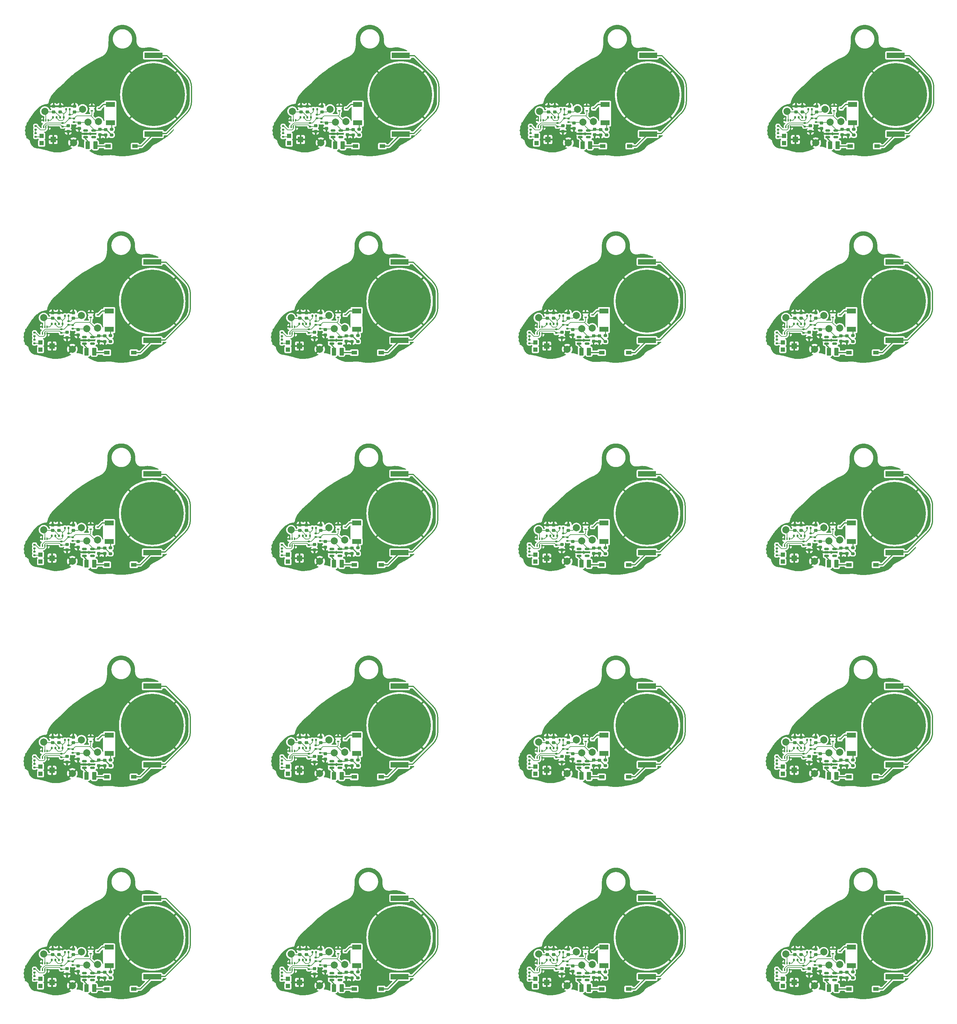
<source format=gbr>
%TF.GenerationSoftware,KiCad,Pcbnew,(7.0.0)*%
%TF.CreationDate,2023-10-04T15:39:46-04:00*%
%TF.ProjectId,blinkenbrain,626c696e-6b65-46e6-9272-61696e2e6b69,B*%
%TF.SameCoordinates,Original*%
%TF.FileFunction,Copper,L2,Bot*%
%TF.FilePolarity,Positive*%
%FSLAX46Y46*%
G04 Gerber Fmt 4.6, Leading zero omitted, Abs format (unit mm)*
G04 Created by KiCad (PCBNEW (7.0.0)) date 2023-10-04 15:39:46*
%MOMM*%
%LPD*%
G01*
G04 APERTURE LIST*
G04 Aperture macros list*
%AMRoundRect*
0 Rectangle with rounded corners*
0 $1 Rounding radius*
0 $2 $3 $4 $5 $6 $7 $8 $9 X,Y pos of 4 corners*
0 Add a 4 corners polygon primitive as box body*
4,1,4,$2,$3,$4,$5,$6,$7,$8,$9,$2,$3,0*
0 Add four circle primitives for the rounded corners*
1,1,$1+$1,$2,$3*
1,1,$1+$1,$4,$5*
1,1,$1+$1,$6,$7*
1,1,$1+$1,$8,$9*
0 Add four rect primitives between the rounded corners*
20,1,$1+$1,$2,$3,$4,$5,0*
20,1,$1+$1,$4,$5,$6,$7,0*
20,1,$1+$1,$6,$7,$8,$9,0*
20,1,$1+$1,$8,$9,$2,$3,0*%
G04 Aperture macros list end*
%TA.AperFunction,SMDPad,CuDef*%
%ADD10R,0.400000X0.650000*%
%TD*%
%TA.AperFunction,SMDPad,CuDef*%
%ADD11RoundRect,0.225000X-0.250000X0.225000X-0.250000X-0.225000X0.250000X-0.225000X0.250000X0.225000X0*%
%TD*%
%TA.AperFunction,SMDPad,CuDef*%
%ADD12C,2.000000*%
%TD*%
%TA.AperFunction,SMDPad,CuDef*%
%ADD13RoundRect,0.200000X-0.275000X0.200000X-0.275000X-0.200000X0.275000X-0.200000X0.275000X0.200000X0*%
%TD*%
%TA.AperFunction,SMDPad,CuDef*%
%ADD14RoundRect,0.225000X0.250000X-0.225000X0.250000X0.225000X-0.250000X0.225000X-0.250000X-0.225000X0*%
%TD*%
%TA.AperFunction,SMDPad,CuDef*%
%ADD15RoundRect,0.135000X-0.135000X-0.185000X0.135000X-0.185000X0.135000X0.185000X-0.135000X0.185000X0*%
%TD*%
%TA.AperFunction,SMDPad,CuDef*%
%ADD16RoundRect,0.135000X0.185000X-0.135000X0.185000X0.135000X-0.185000X0.135000X-0.185000X-0.135000X0*%
%TD*%
%TA.AperFunction,SMDPad,CuDef*%
%ADD17RoundRect,0.135000X0.135000X0.185000X-0.135000X0.185000X-0.135000X-0.185000X0.135000X-0.185000X0*%
%TD*%
%TA.AperFunction,SMDPad,CuDef*%
%ADD18RoundRect,0.150000X-0.512500X-0.150000X0.512500X-0.150000X0.512500X0.150000X-0.512500X0.150000X0*%
%TD*%
%TA.AperFunction,SMDPad,CuDef*%
%ADD19R,0.700000X0.450000*%
%TD*%
%TA.AperFunction,SMDPad,CuDef*%
%ADD20R,1.200000X1.200000*%
%TD*%
%TA.AperFunction,SMDPad,CuDef*%
%ADD21R,1.500000X1.600000*%
%TD*%
%TA.AperFunction,SMDPad,CuDef*%
%ADD22R,2.600000X1.400000*%
%TD*%
%TA.AperFunction,SMDPad,CuDef*%
%ADD23R,1.600000X1.100000*%
%TD*%
%TA.AperFunction,SMDPad,CuDef*%
%ADD24RoundRect,0.250000X0.375000X0.850000X-0.375000X0.850000X-0.375000X-0.850000X0.375000X-0.850000X0*%
%TD*%
%TA.AperFunction,SMDPad,CuDef*%
%ADD25R,5.080000X1.550000*%
%TD*%
%TA.AperFunction,SMDPad,CuDef*%
%ADD26C,17.800000*%
%TD*%
%TA.AperFunction,Conductor*%
%ADD27C,0.250000*%
%TD*%
%TA.AperFunction,Conductor*%
%ADD28C,0.200000*%
%TD*%
%TA.AperFunction,Conductor*%
%ADD29C,0.300000*%
%TD*%
G04 APERTURE END LIST*
D10*
%TO.P,Q1,1,E1*%
%TO.N,GND*%
X220869377Y-361726269D03*
%TO.P,Q1,2,B1*%
%TO.N,Net-(Q1A-B1)*%
X221519377Y-361726269D03*
%TO.P,Q1,3,C2*%
%TO.N,Net-(Q1B-C2)*%
X222169377Y-361726269D03*
%TO.P,Q1,4,E2*%
%TO.N,GND*%
X222169377Y-363626269D03*
%TO.P,Q1,5,B2*%
%TO.N,Net-(Q1B-B2)*%
X221519377Y-363626269D03*
%TO.P,Q1,6,C1*%
%TO.N,/LED_{En}*%
X220869377Y-363626269D03*
%TD*%
D11*
%TO.P,C6,1*%
%TO.N,+5V*%
X230919378Y-362501270D03*
%TO.P,C6,2*%
%TO.N,GND*%
X230919378Y-364051270D03*
%TD*%
D12*
%TO.P,TP2,1,1*%
%TO.N,+5V*%
X233419378Y-362276270D03*
%TD*%
D13*
%TO.P,R7,1*%
%TO.N,Net-(D1-A)*%
X240119378Y-364251270D03*
%TO.P,R7,2*%
%TO.N,+5V*%
X240119378Y-365901270D03*
%TD*%
D14*
%TO.P,C2,1*%
%TO.N,Net-(C2-Pad1)*%
X225519378Y-359351270D03*
%TO.P,C2,2*%
%TO.N,GND*%
X225519378Y-357801270D03*
%TD*%
D15*
%TO.P,R6,1*%
%TO.N,Net-(Q1B-C2)*%
X223509378Y-360876270D03*
%TO.P,R6,2*%
%TO.N,Net-(C2-Pad1)*%
X224529378Y-360876270D03*
%TD*%
D11*
%TO.P,C7,1*%
%TO.N,Net-(Q1B-B2)*%
X227819378Y-363301270D03*
%TO.P,C7,2*%
%TO.N,GND*%
X227819378Y-364851270D03*
%TD*%
D16*
%TO.P,R5,1*%
%TO.N,Net-(Q1B-B2)*%
X226219378Y-363486270D03*
%TO.P,R5,2*%
%TO.N,/LED_{En}*%
X226219378Y-362466270D03*
%TD*%
D12*
%TO.P,TP5,1,1*%
%TO.N,GND*%
X229319378Y-368076270D03*
%TD*%
D17*
%TO.P,R4,1*%
%TO.N,Net-(C2-Pad1)*%
X226529378Y-360876270D03*
%TO.P,R4,2*%
%TO.N,Net-(Q1A-B1)*%
X225509378Y-360876270D03*
%TD*%
D12*
%TO.P,TP4,1,1*%
%TO.N,/LED_{En}*%
X236419378Y-362076270D03*
%TD*%
D11*
%TO.P,C4,1*%
%TO.N,+5V*%
X236793128Y-364301270D03*
%TO.P,C4,2*%
%TO.N,GND*%
X236793128Y-365851270D03*
%TD*%
D18*
%TO.P,U1,1,SW*%
%TO.N,Net-(U1-SW)*%
X232725628Y-366501270D03*
%TO.P,U1,2,GND*%
%TO.N,GND*%
X232725628Y-365551270D03*
%TO.P,U1,3*%
%TO.N,N/C*%
X232725628Y-364601270D03*
%TO.P,U1,4,VOUT*%
%TO.N,+5V*%
X235000628Y-364601270D03*
%TO.P,U1,5*%
%TO.N,N/C*%
X235000628Y-366501270D03*
%TD*%
D19*
%TO.P,Q2,1,G*%
%TO.N,/LED_{En}*%
X234519377Y-359026269D03*
%TO.P,Q2,2,S*%
%TO.N,GND*%
X234519377Y-357726269D03*
%TO.P,Q2,3,D*%
%TO.N,Net-(D1-K)*%
X236519377Y-358376269D03*
%TD*%
D11*
%TO.P,C5,1*%
%TO.N,+5V*%
X238453128Y-364331270D03*
%TO.P,C5,2*%
%TO.N,GND*%
X238453128Y-365881270D03*
%TD*%
D14*
%TO.P,C1,1*%
%TO.N,Net-(C1-Pad1)*%
X229619378Y-359351270D03*
%TO.P,C1,2*%
%TO.N,GND*%
X229619378Y-357801270D03*
%TD*%
D12*
%TO.P,TP1,1,1*%
%TO.N,Net-(Q1A-B1)*%
X221219378Y-359176270D03*
%TD*%
D20*
%TO.P,RV1,1,1*%
%TO.N,unconnected-(RV1-Pad1)*%
X220319377Y-368176269D03*
D21*
%TO.P,RV1,2,2*%
%TO.N,GND*%
X223569377Y-367176269D03*
D20*
%TO.P,RV1,3,3*%
%TO.N,Net-(R9-Pad1)*%
X220319377Y-366176269D03*
%TD*%
D17*
%TO.P,R3,1*%
%TO.N,Net-(C1-Pad1)*%
X228229378Y-358626270D03*
%TO.P,R3,2*%
%TO.N,Net-(C2-Pad1)*%
X227209378Y-358626270D03*
%TD*%
D22*
%TO.P,D1,1,K*%
%TO.N,Net-(D1-K)*%
X239739377Y-357236269D03*
%TO.P,D1,2,A*%
%TO.N,Net-(D1-A)*%
X239739377Y-362436269D03*
%TD*%
D16*
%TO.P,R9,1*%
%TO.N,Net-(R9-Pad1)*%
X218619378Y-366386270D03*
%TO.P,R9,2*%
%TO.N,Net-(R8-Pad1)*%
X218619378Y-365366270D03*
%TD*%
D23*
%TO.P,SW1,1,A*%
%TO.N,Net-(BT1-+)*%
X246699377Y-369046269D03*
%TO.P,SW1,2,B*%
%TO.N,Net-(SW1-B)*%
X239079377Y-369046269D03*
%TD*%
D16*
%TO.P,R2,1*%
%TO.N,/LED_{En}*%
X228219378Y-361186270D03*
%TO.P,R2,2*%
%TO.N,Net-(C1-Pad1)*%
X228219378Y-360166270D03*
%TD*%
%TO.P,R1,1*%
%TO.N,+5V*%
X229419378Y-362286270D03*
%TO.P,R1,2*%
%TO.N,/LED_{En}*%
X229419378Y-361266270D03*
%TD*%
%TO.P,R8,1*%
%TO.N,Net-(R8-Pad1)*%
X218619378Y-364386270D03*
%TO.P,R8,2*%
%TO.N,Net-(Q1B-B2)*%
X218619378Y-363366270D03*
%TD*%
D14*
%TO.P,C3,1*%
%TO.N,Net-(Q1A-B1)*%
X223719378Y-359351270D03*
%TO.P,C3,2*%
%TO.N,GND*%
X223719378Y-357801270D03*
%TD*%
D12*
%TO.P,TP3,1,1*%
%TO.N,Net-(C1-Pad1)*%
X231919378Y-358576270D03*
%TD*%
D24*
%TO.P,L1,1,1*%
%TO.N,Net-(SW1-B)*%
X235504378Y-368766270D03*
%TO.P,L1,2,2*%
%TO.N,Net-(U1-SW)*%
X233354378Y-368766270D03*
%TD*%
D20*
%TO.P,RV1,1,1*%
%TO.N,unconnected-(RV1-Pad1)*%
X150319377Y-368176269D03*
D21*
%TO.P,RV1,2,2*%
%TO.N,GND*%
X153569377Y-367176269D03*
D20*
%TO.P,RV1,3,3*%
%TO.N,Net-(R9-Pad1)*%
X150319377Y-366176269D03*
%TD*%
D17*
%TO.P,R3,1*%
%TO.N,Net-(C1-Pad1)*%
X158229378Y-358626270D03*
%TO.P,R3,2*%
%TO.N,Net-(C2-Pad1)*%
X157209378Y-358626270D03*
%TD*%
D18*
%TO.P,U1,1,SW*%
%TO.N,Net-(U1-SW)*%
X162725628Y-366501270D03*
%TO.P,U1,2,GND*%
%TO.N,GND*%
X162725628Y-365551270D03*
%TO.P,U1,3*%
%TO.N,N/C*%
X162725628Y-364601270D03*
%TO.P,U1,4,VOUT*%
%TO.N,+5V*%
X165000628Y-364601270D03*
%TO.P,U1,5*%
%TO.N,N/C*%
X165000628Y-366501270D03*
%TD*%
D11*
%TO.P,C5,1*%
%TO.N,+5V*%
X168453128Y-364331270D03*
%TO.P,C5,2*%
%TO.N,GND*%
X168453128Y-365881270D03*
%TD*%
%TO.P,C4,1*%
%TO.N,+5V*%
X166793128Y-364301270D03*
%TO.P,C4,2*%
%TO.N,GND*%
X166793128Y-365851270D03*
%TD*%
D14*
%TO.P,C1,1*%
%TO.N,Net-(C1-Pad1)*%
X159619378Y-359351270D03*
%TO.P,C1,2*%
%TO.N,GND*%
X159619378Y-357801270D03*
%TD*%
D12*
%TO.P,TP1,1,1*%
%TO.N,Net-(Q1A-B1)*%
X151219378Y-359176270D03*
%TD*%
D19*
%TO.P,Q2,1,G*%
%TO.N,/LED_{En}*%
X164519377Y-359026269D03*
%TO.P,Q2,2,S*%
%TO.N,GND*%
X164519377Y-357726269D03*
%TO.P,Q2,3,D*%
%TO.N,Net-(D1-K)*%
X166519377Y-358376269D03*
%TD*%
D25*
%TO.P,BT1,1,+*%
%TO.N,Net-(BT1-+)*%
X181919377Y-343351269D03*
X181919377Y-365601269D03*
D26*
%TO.P,BT1,2,-*%
%TO.N,GND*%
X181919378Y-354476270D03*
%TD*%
D23*
%TO.P,SW1,1,A*%
%TO.N,Net-(BT1-+)*%
X176699377Y-369046269D03*
%TO.P,SW1,2,B*%
%TO.N,Net-(SW1-B)*%
X169079377Y-369046269D03*
%TD*%
D12*
%TO.P,TP2,1,1*%
%TO.N,+5V*%
X303419378Y-362276270D03*
%TD*%
D15*
%TO.P,R6,1*%
%TO.N,Net-(Q1B-C2)*%
X293509378Y-360876270D03*
%TO.P,R6,2*%
%TO.N,Net-(C2-Pad1)*%
X294529378Y-360876270D03*
%TD*%
D14*
%TO.P,C2,1*%
%TO.N,Net-(C2-Pad1)*%
X295519378Y-359351270D03*
%TO.P,C2,2*%
%TO.N,GND*%
X295519378Y-357801270D03*
%TD*%
D10*
%TO.P,Q1,1,E1*%
%TO.N,GND*%
X290869377Y-361726269D03*
%TO.P,Q1,2,B1*%
%TO.N,Net-(Q1A-B1)*%
X291519377Y-361726269D03*
%TO.P,Q1,3,C2*%
%TO.N,Net-(Q1B-C2)*%
X292169377Y-361726269D03*
%TO.P,Q1,4,E2*%
%TO.N,GND*%
X292169377Y-363626269D03*
%TO.P,Q1,5,B2*%
%TO.N,Net-(Q1B-B2)*%
X291519377Y-363626269D03*
%TO.P,Q1,6,C1*%
%TO.N,/LED_{En}*%
X290869377Y-363626269D03*
%TD*%
D11*
%TO.P,C6,1*%
%TO.N,+5V*%
X300919378Y-362501270D03*
%TO.P,C6,2*%
%TO.N,GND*%
X300919378Y-364051270D03*
%TD*%
D16*
%TO.P,R2,1*%
%TO.N,/LED_{En}*%
X298219378Y-361186270D03*
%TO.P,R2,2*%
%TO.N,Net-(C1-Pad1)*%
X298219378Y-360166270D03*
%TD*%
D13*
%TO.P,R7,1*%
%TO.N,Net-(D1-A)*%
X310119378Y-364251270D03*
%TO.P,R7,2*%
%TO.N,+5V*%
X310119378Y-365901270D03*
%TD*%
D16*
%TO.P,R8,1*%
%TO.N,Net-(R8-Pad1)*%
X288619378Y-364386270D03*
%TO.P,R8,2*%
%TO.N,Net-(Q1B-B2)*%
X288619378Y-363366270D03*
%TD*%
D11*
%TO.P,C7,1*%
%TO.N,Net-(Q1B-B2)*%
X297819378Y-363301270D03*
%TO.P,C7,2*%
%TO.N,GND*%
X297819378Y-364851270D03*
%TD*%
D22*
%TO.P,D1,1,K*%
%TO.N,Net-(D1-K)*%
X309739377Y-357236269D03*
%TO.P,D1,2,A*%
%TO.N,Net-(D1-A)*%
X309739377Y-362436269D03*
%TD*%
D16*
%TO.P,R1,1*%
%TO.N,+5V*%
X299419378Y-362286270D03*
%TO.P,R1,2*%
%TO.N,/LED_{En}*%
X299419378Y-361266270D03*
%TD*%
D23*
%TO.P,SW1,1,A*%
%TO.N,Net-(BT1-+)*%
X316699377Y-369046269D03*
%TO.P,SW1,2,B*%
%TO.N,Net-(SW1-B)*%
X309079377Y-369046269D03*
%TD*%
D17*
%TO.P,R4,1*%
%TO.N,Net-(C2-Pad1)*%
X296529378Y-360876270D03*
%TO.P,R4,2*%
%TO.N,Net-(Q1A-B1)*%
X295509378Y-360876270D03*
%TD*%
D11*
%TO.P,C5,1*%
%TO.N,+5V*%
X308453128Y-364331270D03*
%TO.P,C5,2*%
%TO.N,GND*%
X308453128Y-365881270D03*
%TD*%
D14*
%TO.P,C1,1*%
%TO.N,Net-(C1-Pad1)*%
X299619378Y-359351270D03*
%TO.P,C1,2*%
%TO.N,GND*%
X299619378Y-357801270D03*
%TD*%
D18*
%TO.P,U1,1,SW*%
%TO.N,Net-(U1-SW)*%
X302725628Y-366501270D03*
%TO.P,U1,2,GND*%
%TO.N,GND*%
X302725628Y-365551270D03*
%TO.P,U1,3*%
%TO.N,N/C*%
X302725628Y-364601270D03*
%TO.P,U1,4,VOUT*%
%TO.N,+5V*%
X305000628Y-364601270D03*
%TO.P,U1,5*%
%TO.N,N/C*%
X305000628Y-366501270D03*
%TD*%
D12*
%TO.P,TP4,1,1*%
%TO.N,/LED_{En}*%
X306419378Y-362076270D03*
%TD*%
D10*
%TO.P,Q1,1,E1*%
%TO.N,GND*%
X80869377Y-361726269D03*
%TO.P,Q1,2,B1*%
%TO.N,Net-(Q1A-B1)*%
X81519377Y-361726269D03*
%TO.P,Q1,3,C2*%
%TO.N,Net-(Q1B-C2)*%
X82169377Y-361726269D03*
%TO.P,Q1,4,E2*%
%TO.N,GND*%
X82169377Y-363626269D03*
%TO.P,Q1,5,B2*%
%TO.N,Net-(Q1B-B2)*%
X81519377Y-363626269D03*
%TO.P,Q1,6,C1*%
%TO.N,/LED_{En}*%
X80869377Y-363626269D03*
%TD*%
D11*
%TO.P,C6,1*%
%TO.N,+5V*%
X90919378Y-362501270D03*
%TO.P,C6,2*%
%TO.N,GND*%
X90919378Y-364051270D03*
%TD*%
D19*
%TO.P,Q2,1,G*%
%TO.N,/LED_{En}*%
X304519377Y-359026269D03*
%TO.P,Q2,2,S*%
%TO.N,GND*%
X304519377Y-357726269D03*
%TO.P,Q2,3,D*%
%TO.N,Net-(D1-K)*%
X306519377Y-358376269D03*
%TD*%
D12*
%TO.P,TP5,1,1*%
%TO.N,GND*%
X299319378Y-368076270D03*
%TD*%
D25*
%TO.P,BT1,1,+*%
%TO.N,Net-(BT1-+)*%
X321919377Y-343351269D03*
X321919377Y-365601269D03*
D26*
%TO.P,BT1,2,-*%
%TO.N,GND*%
X321919378Y-354476270D03*
%TD*%
D16*
%TO.P,R9,1*%
%TO.N,Net-(R9-Pad1)*%
X288619378Y-366386270D03*
%TO.P,R9,2*%
%TO.N,Net-(R8-Pad1)*%
X288619378Y-365366270D03*
%TD*%
D24*
%TO.P,L1,1,1*%
%TO.N,Net-(SW1-B)*%
X305504378Y-368766270D03*
%TO.P,L1,2,2*%
%TO.N,Net-(U1-SW)*%
X303354378Y-368766270D03*
%TD*%
D11*
%TO.P,C4,1*%
%TO.N,+5V*%
X306793128Y-364301270D03*
%TO.P,C4,2*%
%TO.N,GND*%
X306793128Y-365851270D03*
%TD*%
D20*
%TO.P,RV1,1,1*%
%TO.N,unconnected-(RV1-Pad1)*%
X290319377Y-368176269D03*
D21*
%TO.P,RV1,2,2*%
%TO.N,GND*%
X293569377Y-367176269D03*
D20*
%TO.P,RV1,3,3*%
%TO.N,Net-(R9-Pad1)*%
X290319377Y-366176269D03*
%TD*%
D12*
%TO.P,TP1,1,1*%
%TO.N,Net-(Q1A-B1)*%
X291219378Y-359176270D03*
%TD*%
D17*
%TO.P,R3,1*%
%TO.N,Net-(C1-Pad1)*%
X298229378Y-358626270D03*
%TO.P,R3,2*%
%TO.N,Net-(C2-Pad1)*%
X297209378Y-358626270D03*
%TD*%
D12*
%TO.P,TP3,1,1*%
%TO.N,Net-(C1-Pad1)*%
X301919378Y-358576270D03*
%TD*%
D14*
%TO.P,C3,1*%
%TO.N,Net-(Q1A-B1)*%
X293719378Y-359351270D03*
%TO.P,C3,2*%
%TO.N,GND*%
X293719378Y-357801270D03*
%TD*%
D16*
%TO.P,R5,1*%
%TO.N,Net-(Q1B-B2)*%
X296219378Y-363486270D03*
%TO.P,R5,2*%
%TO.N,/LED_{En}*%
X296219378Y-362466270D03*
%TD*%
%TO.P,R5,1*%
%TO.N,Net-(Q1B-B2)*%
X86219378Y-363486270D03*
%TO.P,R5,2*%
%TO.N,/LED_{En}*%
X86219378Y-362466270D03*
%TD*%
D12*
%TO.P,TP2,1,1*%
%TO.N,+5V*%
X93419378Y-362276270D03*
%TD*%
D16*
%TO.P,R2,1*%
%TO.N,/LED_{En}*%
X88219378Y-361186270D03*
%TO.P,R2,2*%
%TO.N,Net-(C1-Pad1)*%
X88219378Y-360166270D03*
%TD*%
D14*
%TO.P,C2,1*%
%TO.N,Net-(C2-Pad1)*%
X85519378Y-359351270D03*
%TO.P,C2,2*%
%TO.N,GND*%
X85519378Y-357801270D03*
%TD*%
%TO.P,C3,1*%
%TO.N,Net-(Q1A-B1)*%
X83719378Y-359351270D03*
%TO.P,C3,2*%
%TO.N,GND*%
X83719378Y-357801270D03*
%TD*%
D11*
%TO.P,C7,1*%
%TO.N,Net-(Q1B-B2)*%
X87819378Y-363301270D03*
%TO.P,C7,2*%
%TO.N,GND*%
X87819378Y-364851270D03*
%TD*%
D22*
%TO.P,D1,1,K*%
%TO.N,Net-(D1-K)*%
X99739377Y-357236269D03*
%TO.P,D1,2,A*%
%TO.N,Net-(D1-A)*%
X99739377Y-362436269D03*
%TD*%
D13*
%TO.P,R7,1*%
%TO.N,Net-(D1-A)*%
X100119378Y-364251270D03*
%TO.P,R7,2*%
%TO.N,+5V*%
X100119378Y-365901270D03*
%TD*%
D12*
%TO.P,TP5,1,1*%
%TO.N,GND*%
X89319378Y-368076270D03*
%TD*%
D15*
%TO.P,R6,1*%
%TO.N,Net-(Q1B-C2)*%
X83509378Y-360876270D03*
%TO.P,R6,2*%
%TO.N,Net-(C2-Pad1)*%
X84529378Y-360876270D03*
%TD*%
D12*
%TO.P,TP3,1,1*%
%TO.N,Net-(C1-Pad1)*%
X91919378Y-358576270D03*
%TD*%
D17*
%TO.P,R4,1*%
%TO.N,Net-(C2-Pad1)*%
X86529378Y-360876270D03*
%TO.P,R4,2*%
%TO.N,Net-(Q1A-B1)*%
X85509378Y-360876270D03*
%TD*%
D12*
%TO.P,TP1,1,1*%
%TO.N,Net-(Q1A-B1)*%
X81219378Y-359176270D03*
%TD*%
D16*
%TO.P,R8,1*%
%TO.N,Net-(R8-Pad1)*%
X78619378Y-364386270D03*
%TO.P,R8,2*%
%TO.N,Net-(Q1B-B2)*%
X78619378Y-363366270D03*
%TD*%
D17*
%TO.P,R3,1*%
%TO.N,Net-(C1-Pad1)*%
X88229378Y-358626270D03*
%TO.P,R3,2*%
%TO.N,Net-(C2-Pad1)*%
X87209378Y-358626270D03*
%TD*%
D23*
%TO.P,SW1,1,A*%
%TO.N,Net-(BT1-+)*%
X106699377Y-369046269D03*
%TO.P,SW1,2,B*%
%TO.N,Net-(SW1-B)*%
X99079377Y-369046269D03*
%TD*%
D16*
%TO.P,R9,1*%
%TO.N,Net-(R9-Pad1)*%
X78619378Y-366386270D03*
%TO.P,R9,2*%
%TO.N,Net-(R8-Pad1)*%
X78619378Y-365366270D03*
%TD*%
D11*
%TO.P,C4,1*%
%TO.N,+5V*%
X96793128Y-364301270D03*
%TO.P,C4,2*%
%TO.N,GND*%
X96793128Y-365851270D03*
%TD*%
D12*
%TO.P,TP4,1,1*%
%TO.N,/LED_{En}*%
X96419378Y-362076270D03*
%TD*%
D16*
%TO.P,R1,1*%
%TO.N,+5V*%
X89419378Y-362286270D03*
%TO.P,R1,2*%
%TO.N,/LED_{En}*%
X89419378Y-361266270D03*
%TD*%
D11*
%TO.P,C5,1*%
%TO.N,+5V*%
X98453128Y-364331270D03*
%TO.P,C5,2*%
%TO.N,GND*%
X98453128Y-365881270D03*
%TD*%
D14*
%TO.P,C1,1*%
%TO.N,Net-(C1-Pad1)*%
X89619378Y-359351270D03*
%TO.P,C1,2*%
%TO.N,GND*%
X89619378Y-357801270D03*
%TD*%
D18*
%TO.P,U1,1,SW*%
%TO.N,Net-(U1-SW)*%
X92725628Y-366501270D03*
%TO.P,U1,2,GND*%
%TO.N,GND*%
X92725628Y-365551270D03*
%TO.P,U1,3*%
%TO.N,N/C*%
X92725628Y-364601270D03*
%TO.P,U1,4,VOUT*%
%TO.N,+5V*%
X95000628Y-364601270D03*
%TO.P,U1,5*%
%TO.N,N/C*%
X95000628Y-366501270D03*
%TD*%
D25*
%TO.P,BT1,1,+*%
%TO.N,Net-(BT1-+)*%
X111919377Y-343351269D03*
X111919377Y-365601269D03*
D26*
%TO.P,BT1,2,-*%
%TO.N,GND*%
X111919378Y-354476270D03*
%TD*%
D24*
%TO.P,L1,1,1*%
%TO.N,Net-(SW1-B)*%
X95504378Y-368766270D03*
%TO.P,L1,2,2*%
%TO.N,Net-(U1-SW)*%
X93354378Y-368766270D03*
%TD*%
D20*
%TO.P,RV1,1,1*%
%TO.N,unconnected-(RV1-Pad1)*%
X80319377Y-368176269D03*
D21*
%TO.P,RV1,2,2*%
%TO.N,GND*%
X83569377Y-367176269D03*
D20*
%TO.P,RV1,3,3*%
%TO.N,Net-(R9-Pad1)*%
X80319377Y-366176269D03*
%TD*%
D19*
%TO.P,Q2,1,G*%
%TO.N,/LED_{En}*%
X94519377Y-359026269D03*
%TO.P,Q2,2,S*%
%TO.N,GND*%
X94519377Y-357726269D03*
%TO.P,Q2,3,D*%
%TO.N,Net-(D1-K)*%
X96519377Y-358376269D03*
%TD*%
D25*
%TO.P,BT1,1,+*%
%TO.N,Net-(BT1-+)*%
X251919377Y-343351269D03*
X251919377Y-365601269D03*
D26*
%TO.P,BT1,2,-*%
%TO.N,GND*%
X251919378Y-354476270D03*
%TD*%
D10*
%TO.P,Q1,1,E1*%
%TO.N,GND*%
X150869377Y-361726269D03*
%TO.P,Q1,2,B1*%
%TO.N,Net-(Q1A-B1)*%
X151519377Y-361726269D03*
%TO.P,Q1,3,C2*%
%TO.N,Net-(Q1B-C2)*%
X152169377Y-361726269D03*
%TO.P,Q1,4,E2*%
%TO.N,GND*%
X152169377Y-363626269D03*
%TO.P,Q1,5,B2*%
%TO.N,Net-(Q1B-B2)*%
X151519377Y-363626269D03*
%TO.P,Q1,6,C1*%
%TO.N,/LED_{En}*%
X150869377Y-363626269D03*
%TD*%
D11*
%TO.P,C6,1*%
%TO.N,+5V*%
X160919378Y-362501270D03*
%TO.P,C6,2*%
%TO.N,GND*%
X160919378Y-364051270D03*
%TD*%
D16*
%TO.P,R2,1*%
%TO.N,/LED_{En}*%
X158219378Y-361186270D03*
%TO.P,R2,2*%
%TO.N,Net-(C1-Pad1)*%
X158219378Y-360166270D03*
%TD*%
D15*
%TO.P,R6,1*%
%TO.N,Net-(Q1B-C2)*%
X153509378Y-360876270D03*
%TO.P,R6,2*%
%TO.N,Net-(C2-Pad1)*%
X154529378Y-360876270D03*
%TD*%
D11*
%TO.P,C7,1*%
%TO.N,Net-(Q1B-B2)*%
X157819378Y-363301270D03*
%TO.P,C7,2*%
%TO.N,GND*%
X157819378Y-364851270D03*
%TD*%
D12*
%TO.P,TP4,1,1*%
%TO.N,/LED_{En}*%
X166419378Y-362076270D03*
%TD*%
D22*
%TO.P,D1,1,K*%
%TO.N,Net-(D1-K)*%
X169739377Y-357236269D03*
%TO.P,D1,2,A*%
%TO.N,Net-(D1-A)*%
X169739377Y-362436269D03*
%TD*%
D16*
%TO.P,R9,1*%
%TO.N,Net-(R9-Pad1)*%
X148619378Y-366386270D03*
%TO.P,R9,2*%
%TO.N,Net-(R8-Pad1)*%
X148619378Y-365366270D03*
%TD*%
D24*
%TO.P,L1,1,1*%
%TO.N,Net-(SW1-B)*%
X165504378Y-368766270D03*
%TO.P,L1,2,2*%
%TO.N,Net-(U1-SW)*%
X163354378Y-368766270D03*
%TD*%
D12*
%TO.P,TP5,1,1*%
%TO.N,GND*%
X159319378Y-368076270D03*
%TD*%
D16*
%TO.P,R1,1*%
%TO.N,+5V*%
X159419378Y-362286270D03*
%TO.P,R1,2*%
%TO.N,/LED_{En}*%
X159419378Y-361266270D03*
%TD*%
%TO.P,R8,1*%
%TO.N,Net-(R8-Pad1)*%
X148619378Y-364386270D03*
%TO.P,R8,2*%
%TO.N,Net-(Q1B-B2)*%
X148619378Y-363366270D03*
%TD*%
%TO.P,R5,1*%
%TO.N,Net-(Q1B-B2)*%
X156219378Y-363486270D03*
%TO.P,R5,2*%
%TO.N,/LED_{En}*%
X156219378Y-362466270D03*
%TD*%
D12*
%TO.P,TP3,1,1*%
%TO.N,Net-(C1-Pad1)*%
X161919378Y-358576270D03*
%TD*%
%TO.P,TP2,1,1*%
%TO.N,+5V*%
X163419378Y-362276270D03*
%TD*%
D14*
%TO.P,C2,1*%
%TO.N,Net-(C2-Pad1)*%
X155519378Y-359351270D03*
%TO.P,C2,2*%
%TO.N,GND*%
X155519378Y-357801270D03*
%TD*%
D17*
%TO.P,R4,1*%
%TO.N,Net-(C2-Pad1)*%
X156529378Y-360876270D03*
%TO.P,R4,2*%
%TO.N,Net-(Q1A-B1)*%
X155509378Y-360876270D03*
%TD*%
D13*
%TO.P,R7,1*%
%TO.N,Net-(D1-A)*%
X170119378Y-364251270D03*
%TO.P,R7,2*%
%TO.N,+5V*%
X170119378Y-365901270D03*
%TD*%
D14*
%TO.P,C3,1*%
%TO.N,Net-(Q1A-B1)*%
X153719378Y-359351270D03*
%TO.P,C3,2*%
%TO.N,GND*%
X153719378Y-357801270D03*
%TD*%
D10*
%TO.P,Q1,1,E1*%
%TO.N,GND*%
X220869377Y-301726269D03*
%TO.P,Q1,2,B1*%
%TO.N,Net-(Q1A-B1)*%
X221519377Y-301726269D03*
%TO.P,Q1,3,C2*%
%TO.N,Net-(Q1B-C2)*%
X222169377Y-301726269D03*
%TO.P,Q1,4,E2*%
%TO.N,GND*%
X222169377Y-303626269D03*
%TO.P,Q1,5,B2*%
%TO.N,Net-(Q1B-B2)*%
X221519377Y-303626269D03*
%TO.P,Q1,6,C1*%
%TO.N,/LED_{En}*%
X220869377Y-303626269D03*
%TD*%
D11*
%TO.P,C6,1*%
%TO.N,+5V*%
X230919378Y-302501270D03*
%TO.P,C6,2*%
%TO.N,GND*%
X230919378Y-304051270D03*
%TD*%
D12*
%TO.P,TP2,1,1*%
%TO.N,+5V*%
X233419378Y-302276270D03*
%TD*%
D13*
%TO.P,R7,1*%
%TO.N,Net-(D1-A)*%
X240119378Y-304251270D03*
%TO.P,R7,2*%
%TO.N,+5V*%
X240119378Y-305901270D03*
%TD*%
D14*
%TO.P,C2,1*%
%TO.N,Net-(C2-Pad1)*%
X225519378Y-299351270D03*
%TO.P,C2,2*%
%TO.N,GND*%
X225519378Y-297801270D03*
%TD*%
D15*
%TO.P,R6,1*%
%TO.N,Net-(Q1B-C2)*%
X223509378Y-300876270D03*
%TO.P,R6,2*%
%TO.N,Net-(C2-Pad1)*%
X224529378Y-300876270D03*
%TD*%
D11*
%TO.P,C7,1*%
%TO.N,Net-(Q1B-B2)*%
X227819378Y-303301270D03*
%TO.P,C7,2*%
%TO.N,GND*%
X227819378Y-304851270D03*
%TD*%
D16*
%TO.P,R5,1*%
%TO.N,Net-(Q1B-B2)*%
X226219378Y-303486270D03*
%TO.P,R5,2*%
%TO.N,/LED_{En}*%
X226219378Y-302466270D03*
%TD*%
D12*
%TO.P,TP5,1,1*%
%TO.N,GND*%
X229319378Y-308076270D03*
%TD*%
D17*
%TO.P,R4,1*%
%TO.N,Net-(C2-Pad1)*%
X226529378Y-300876270D03*
%TO.P,R4,2*%
%TO.N,Net-(Q1A-B1)*%
X225509378Y-300876270D03*
%TD*%
D12*
%TO.P,TP4,1,1*%
%TO.N,/LED_{En}*%
X236419378Y-302076270D03*
%TD*%
D11*
%TO.P,C4,1*%
%TO.N,+5V*%
X236793128Y-304301270D03*
%TO.P,C4,2*%
%TO.N,GND*%
X236793128Y-305851270D03*
%TD*%
D18*
%TO.P,U1,1,SW*%
%TO.N,Net-(U1-SW)*%
X232725628Y-306501270D03*
%TO.P,U1,2,GND*%
%TO.N,GND*%
X232725628Y-305551270D03*
%TO.P,U1,3*%
%TO.N,N/C*%
X232725628Y-304601270D03*
%TO.P,U1,4,VOUT*%
%TO.N,+5V*%
X235000628Y-304601270D03*
%TO.P,U1,5*%
%TO.N,N/C*%
X235000628Y-306501270D03*
%TD*%
D19*
%TO.P,Q2,1,G*%
%TO.N,/LED_{En}*%
X234519377Y-299026269D03*
%TO.P,Q2,2,S*%
%TO.N,GND*%
X234519377Y-297726269D03*
%TO.P,Q2,3,D*%
%TO.N,Net-(D1-K)*%
X236519377Y-298376269D03*
%TD*%
D11*
%TO.P,C5,1*%
%TO.N,+5V*%
X238453128Y-304331270D03*
%TO.P,C5,2*%
%TO.N,GND*%
X238453128Y-305881270D03*
%TD*%
D14*
%TO.P,C1,1*%
%TO.N,Net-(C1-Pad1)*%
X229619378Y-299351270D03*
%TO.P,C1,2*%
%TO.N,GND*%
X229619378Y-297801270D03*
%TD*%
D12*
%TO.P,TP1,1,1*%
%TO.N,Net-(Q1A-B1)*%
X221219378Y-299176270D03*
%TD*%
D20*
%TO.P,RV1,1,1*%
%TO.N,unconnected-(RV1-Pad1)*%
X220319377Y-308176269D03*
D21*
%TO.P,RV1,2,2*%
%TO.N,GND*%
X223569377Y-307176269D03*
D20*
%TO.P,RV1,3,3*%
%TO.N,Net-(R9-Pad1)*%
X220319377Y-306176269D03*
%TD*%
D17*
%TO.P,R3,1*%
%TO.N,Net-(C1-Pad1)*%
X228229378Y-298626270D03*
%TO.P,R3,2*%
%TO.N,Net-(C2-Pad1)*%
X227209378Y-298626270D03*
%TD*%
D22*
%TO.P,D1,1,K*%
%TO.N,Net-(D1-K)*%
X239739377Y-297236269D03*
%TO.P,D1,2,A*%
%TO.N,Net-(D1-A)*%
X239739377Y-302436269D03*
%TD*%
D16*
%TO.P,R9,1*%
%TO.N,Net-(R9-Pad1)*%
X218619378Y-306386270D03*
%TO.P,R9,2*%
%TO.N,Net-(R8-Pad1)*%
X218619378Y-305366270D03*
%TD*%
D23*
%TO.P,SW1,1,A*%
%TO.N,Net-(BT1-+)*%
X246699377Y-309046269D03*
%TO.P,SW1,2,B*%
%TO.N,Net-(SW1-B)*%
X239079377Y-309046269D03*
%TD*%
D16*
%TO.P,R2,1*%
%TO.N,/LED_{En}*%
X228219378Y-301186270D03*
%TO.P,R2,2*%
%TO.N,Net-(C1-Pad1)*%
X228219378Y-300166270D03*
%TD*%
%TO.P,R1,1*%
%TO.N,+5V*%
X229419378Y-302286270D03*
%TO.P,R1,2*%
%TO.N,/LED_{En}*%
X229419378Y-301266270D03*
%TD*%
%TO.P,R8,1*%
%TO.N,Net-(R8-Pad1)*%
X218619378Y-304386270D03*
%TO.P,R8,2*%
%TO.N,Net-(Q1B-B2)*%
X218619378Y-303366270D03*
%TD*%
D14*
%TO.P,C3,1*%
%TO.N,Net-(Q1A-B1)*%
X223719378Y-299351270D03*
%TO.P,C3,2*%
%TO.N,GND*%
X223719378Y-297801270D03*
%TD*%
D12*
%TO.P,TP3,1,1*%
%TO.N,Net-(C1-Pad1)*%
X231919378Y-298576270D03*
%TD*%
D24*
%TO.P,L1,1,1*%
%TO.N,Net-(SW1-B)*%
X235504378Y-308766270D03*
%TO.P,L1,2,2*%
%TO.N,Net-(U1-SW)*%
X233354378Y-308766270D03*
%TD*%
D20*
%TO.P,RV1,1,1*%
%TO.N,unconnected-(RV1-Pad1)*%
X150319377Y-308176269D03*
D21*
%TO.P,RV1,2,2*%
%TO.N,GND*%
X153569377Y-307176269D03*
D20*
%TO.P,RV1,3,3*%
%TO.N,Net-(R9-Pad1)*%
X150319377Y-306176269D03*
%TD*%
D17*
%TO.P,R3,1*%
%TO.N,Net-(C1-Pad1)*%
X158229378Y-298626270D03*
%TO.P,R3,2*%
%TO.N,Net-(C2-Pad1)*%
X157209378Y-298626270D03*
%TD*%
D18*
%TO.P,U1,1,SW*%
%TO.N,Net-(U1-SW)*%
X162725628Y-306501270D03*
%TO.P,U1,2,GND*%
%TO.N,GND*%
X162725628Y-305551270D03*
%TO.P,U1,3*%
%TO.N,N/C*%
X162725628Y-304601270D03*
%TO.P,U1,4,VOUT*%
%TO.N,+5V*%
X165000628Y-304601270D03*
%TO.P,U1,5*%
%TO.N,N/C*%
X165000628Y-306501270D03*
%TD*%
D11*
%TO.P,C5,1*%
%TO.N,+5V*%
X168453128Y-304331270D03*
%TO.P,C5,2*%
%TO.N,GND*%
X168453128Y-305881270D03*
%TD*%
%TO.P,C4,1*%
%TO.N,+5V*%
X166793128Y-304301270D03*
%TO.P,C4,2*%
%TO.N,GND*%
X166793128Y-305851270D03*
%TD*%
D14*
%TO.P,C1,1*%
%TO.N,Net-(C1-Pad1)*%
X159619378Y-299351270D03*
%TO.P,C1,2*%
%TO.N,GND*%
X159619378Y-297801270D03*
%TD*%
D12*
%TO.P,TP1,1,1*%
%TO.N,Net-(Q1A-B1)*%
X151219378Y-299176270D03*
%TD*%
D19*
%TO.P,Q2,1,G*%
%TO.N,/LED_{En}*%
X164519377Y-299026269D03*
%TO.P,Q2,2,S*%
%TO.N,GND*%
X164519377Y-297726269D03*
%TO.P,Q2,3,D*%
%TO.N,Net-(D1-K)*%
X166519377Y-298376269D03*
%TD*%
D25*
%TO.P,BT1,1,+*%
%TO.N,Net-(BT1-+)*%
X181919377Y-283351269D03*
X181919377Y-305601269D03*
D26*
%TO.P,BT1,2,-*%
%TO.N,GND*%
X181919378Y-294476270D03*
%TD*%
D23*
%TO.P,SW1,1,A*%
%TO.N,Net-(BT1-+)*%
X176699377Y-309046269D03*
%TO.P,SW1,2,B*%
%TO.N,Net-(SW1-B)*%
X169079377Y-309046269D03*
%TD*%
D12*
%TO.P,TP2,1,1*%
%TO.N,+5V*%
X303419378Y-302276270D03*
%TD*%
D15*
%TO.P,R6,1*%
%TO.N,Net-(Q1B-C2)*%
X293509378Y-300876270D03*
%TO.P,R6,2*%
%TO.N,Net-(C2-Pad1)*%
X294529378Y-300876270D03*
%TD*%
D14*
%TO.P,C2,1*%
%TO.N,Net-(C2-Pad1)*%
X295519378Y-299351270D03*
%TO.P,C2,2*%
%TO.N,GND*%
X295519378Y-297801270D03*
%TD*%
D10*
%TO.P,Q1,1,E1*%
%TO.N,GND*%
X290869377Y-301726269D03*
%TO.P,Q1,2,B1*%
%TO.N,Net-(Q1A-B1)*%
X291519377Y-301726269D03*
%TO.P,Q1,3,C2*%
%TO.N,Net-(Q1B-C2)*%
X292169377Y-301726269D03*
%TO.P,Q1,4,E2*%
%TO.N,GND*%
X292169377Y-303626269D03*
%TO.P,Q1,5,B2*%
%TO.N,Net-(Q1B-B2)*%
X291519377Y-303626269D03*
%TO.P,Q1,6,C1*%
%TO.N,/LED_{En}*%
X290869377Y-303626269D03*
%TD*%
D11*
%TO.P,C6,1*%
%TO.N,+5V*%
X300919378Y-302501270D03*
%TO.P,C6,2*%
%TO.N,GND*%
X300919378Y-304051270D03*
%TD*%
D16*
%TO.P,R2,1*%
%TO.N,/LED_{En}*%
X298219378Y-301186270D03*
%TO.P,R2,2*%
%TO.N,Net-(C1-Pad1)*%
X298219378Y-300166270D03*
%TD*%
D13*
%TO.P,R7,1*%
%TO.N,Net-(D1-A)*%
X310119378Y-304251270D03*
%TO.P,R7,2*%
%TO.N,+5V*%
X310119378Y-305901270D03*
%TD*%
D16*
%TO.P,R8,1*%
%TO.N,Net-(R8-Pad1)*%
X288619378Y-304386270D03*
%TO.P,R8,2*%
%TO.N,Net-(Q1B-B2)*%
X288619378Y-303366270D03*
%TD*%
D11*
%TO.P,C7,1*%
%TO.N,Net-(Q1B-B2)*%
X297819378Y-303301270D03*
%TO.P,C7,2*%
%TO.N,GND*%
X297819378Y-304851270D03*
%TD*%
D22*
%TO.P,D1,1,K*%
%TO.N,Net-(D1-K)*%
X309739377Y-297236269D03*
%TO.P,D1,2,A*%
%TO.N,Net-(D1-A)*%
X309739377Y-302436269D03*
%TD*%
D16*
%TO.P,R1,1*%
%TO.N,+5V*%
X299419378Y-302286270D03*
%TO.P,R1,2*%
%TO.N,/LED_{En}*%
X299419378Y-301266270D03*
%TD*%
D23*
%TO.P,SW1,1,A*%
%TO.N,Net-(BT1-+)*%
X316699377Y-309046269D03*
%TO.P,SW1,2,B*%
%TO.N,Net-(SW1-B)*%
X309079377Y-309046269D03*
%TD*%
D17*
%TO.P,R4,1*%
%TO.N,Net-(C2-Pad1)*%
X296529378Y-300876270D03*
%TO.P,R4,2*%
%TO.N,Net-(Q1A-B1)*%
X295509378Y-300876270D03*
%TD*%
D11*
%TO.P,C5,1*%
%TO.N,+5V*%
X308453128Y-304331270D03*
%TO.P,C5,2*%
%TO.N,GND*%
X308453128Y-305881270D03*
%TD*%
D14*
%TO.P,C1,1*%
%TO.N,Net-(C1-Pad1)*%
X299619378Y-299351270D03*
%TO.P,C1,2*%
%TO.N,GND*%
X299619378Y-297801270D03*
%TD*%
D18*
%TO.P,U1,1,SW*%
%TO.N,Net-(U1-SW)*%
X302725628Y-306501270D03*
%TO.P,U1,2,GND*%
%TO.N,GND*%
X302725628Y-305551270D03*
%TO.P,U1,3*%
%TO.N,N/C*%
X302725628Y-304601270D03*
%TO.P,U1,4,VOUT*%
%TO.N,+5V*%
X305000628Y-304601270D03*
%TO.P,U1,5*%
%TO.N,N/C*%
X305000628Y-306501270D03*
%TD*%
D12*
%TO.P,TP4,1,1*%
%TO.N,/LED_{En}*%
X306419378Y-302076270D03*
%TD*%
D10*
%TO.P,Q1,1,E1*%
%TO.N,GND*%
X80869377Y-301726269D03*
%TO.P,Q1,2,B1*%
%TO.N,Net-(Q1A-B1)*%
X81519377Y-301726269D03*
%TO.P,Q1,3,C2*%
%TO.N,Net-(Q1B-C2)*%
X82169377Y-301726269D03*
%TO.P,Q1,4,E2*%
%TO.N,GND*%
X82169377Y-303626269D03*
%TO.P,Q1,5,B2*%
%TO.N,Net-(Q1B-B2)*%
X81519377Y-303626269D03*
%TO.P,Q1,6,C1*%
%TO.N,/LED_{En}*%
X80869377Y-303626269D03*
%TD*%
D11*
%TO.P,C6,1*%
%TO.N,+5V*%
X90919378Y-302501270D03*
%TO.P,C6,2*%
%TO.N,GND*%
X90919378Y-304051270D03*
%TD*%
D19*
%TO.P,Q2,1,G*%
%TO.N,/LED_{En}*%
X304519377Y-299026269D03*
%TO.P,Q2,2,S*%
%TO.N,GND*%
X304519377Y-297726269D03*
%TO.P,Q2,3,D*%
%TO.N,Net-(D1-K)*%
X306519377Y-298376269D03*
%TD*%
D12*
%TO.P,TP5,1,1*%
%TO.N,GND*%
X299319378Y-308076270D03*
%TD*%
D25*
%TO.P,BT1,1,+*%
%TO.N,Net-(BT1-+)*%
X321919377Y-283351269D03*
X321919377Y-305601269D03*
D26*
%TO.P,BT1,2,-*%
%TO.N,GND*%
X321919378Y-294476270D03*
%TD*%
D16*
%TO.P,R9,1*%
%TO.N,Net-(R9-Pad1)*%
X288619378Y-306386270D03*
%TO.P,R9,2*%
%TO.N,Net-(R8-Pad1)*%
X288619378Y-305366270D03*
%TD*%
D24*
%TO.P,L1,1,1*%
%TO.N,Net-(SW1-B)*%
X305504378Y-308766270D03*
%TO.P,L1,2,2*%
%TO.N,Net-(U1-SW)*%
X303354378Y-308766270D03*
%TD*%
D11*
%TO.P,C4,1*%
%TO.N,+5V*%
X306793128Y-304301270D03*
%TO.P,C4,2*%
%TO.N,GND*%
X306793128Y-305851270D03*
%TD*%
D20*
%TO.P,RV1,1,1*%
%TO.N,unconnected-(RV1-Pad1)*%
X290319377Y-308176269D03*
D21*
%TO.P,RV1,2,2*%
%TO.N,GND*%
X293569377Y-307176269D03*
D20*
%TO.P,RV1,3,3*%
%TO.N,Net-(R9-Pad1)*%
X290319377Y-306176269D03*
%TD*%
D12*
%TO.P,TP1,1,1*%
%TO.N,Net-(Q1A-B1)*%
X291219378Y-299176270D03*
%TD*%
D17*
%TO.P,R3,1*%
%TO.N,Net-(C1-Pad1)*%
X298229378Y-298626270D03*
%TO.P,R3,2*%
%TO.N,Net-(C2-Pad1)*%
X297209378Y-298626270D03*
%TD*%
D12*
%TO.P,TP3,1,1*%
%TO.N,Net-(C1-Pad1)*%
X301919378Y-298576270D03*
%TD*%
D14*
%TO.P,C3,1*%
%TO.N,Net-(Q1A-B1)*%
X293719378Y-299351270D03*
%TO.P,C3,2*%
%TO.N,GND*%
X293719378Y-297801270D03*
%TD*%
D16*
%TO.P,R5,1*%
%TO.N,Net-(Q1B-B2)*%
X296219378Y-303486270D03*
%TO.P,R5,2*%
%TO.N,/LED_{En}*%
X296219378Y-302466270D03*
%TD*%
%TO.P,R5,1*%
%TO.N,Net-(Q1B-B2)*%
X86219378Y-303486270D03*
%TO.P,R5,2*%
%TO.N,/LED_{En}*%
X86219378Y-302466270D03*
%TD*%
D12*
%TO.P,TP2,1,1*%
%TO.N,+5V*%
X93419378Y-302276270D03*
%TD*%
D16*
%TO.P,R2,1*%
%TO.N,/LED_{En}*%
X88219378Y-301186270D03*
%TO.P,R2,2*%
%TO.N,Net-(C1-Pad1)*%
X88219378Y-300166270D03*
%TD*%
D14*
%TO.P,C2,1*%
%TO.N,Net-(C2-Pad1)*%
X85519378Y-299351270D03*
%TO.P,C2,2*%
%TO.N,GND*%
X85519378Y-297801270D03*
%TD*%
%TO.P,C3,1*%
%TO.N,Net-(Q1A-B1)*%
X83719378Y-299351270D03*
%TO.P,C3,2*%
%TO.N,GND*%
X83719378Y-297801270D03*
%TD*%
D11*
%TO.P,C7,1*%
%TO.N,Net-(Q1B-B2)*%
X87819378Y-303301270D03*
%TO.P,C7,2*%
%TO.N,GND*%
X87819378Y-304851270D03*
%TD*%
D22*
%TO.P,D1,1,K*%
%TO.N,Net-(D1-K)*%
X99739377Y-297236269D03*
%TO.P,D1,2,A*%
%TO.N,Net-(D1-A)*%
X99739377Y-302436269D03*
%TD*%
D13*
%TO.P,R7,1*%
%TO.N,Net-(D1-A)*%
X100119378Y-304251270D03*
%TO.P,R7,2*%
%TO.N,+5V*%
X100119378Y-305901270D03*
%TD*%
D12*
%TO.P,TP5,1,1*%
%TO.N,GND*%
X89319378Y-308076270D03*
%TD*%
D15*
%TO.P,R6,1*%
%TO.N,Net-(Q1B-C2)*%
X83509378Y-300876270D03*
%TO.P,R6,2*%
%TO.N,Net-(C2-Pad1)*%
X84529378Y-300876270D03*
%TD*%
D12*
%TO.P,TP3,1,1*%
%TO.N,Net-(C1-Pad1)*%
X91919378Y-298576270D03*
%TD*%
D17*
%TO.P,R4,1*%
%TO.N,Net-(C2-Pad1)*%
X86529378Y-300876270D03*
%TO.P,R4,2*%
%TO.N,Net-(Q1A-B1)*%
X85509378Y-300876270D03*
%TD*%
D12*
%TO.P,TP1,1,1*%
%TO.N,Net-(Q1A-B1)*%
X81219378Y-299176270D03*
%TD*%
D16*
%TO.P,R8,1*%
%TO.N,Net-(R8-Pad1)*%
X78619378Y-304386270D03*
%TO.P,R8,2*%
%TO.N,Net-(Q1B-B2)*%
X78619378Y-303366270D03*
%TD*%
D17*
%TO.P,R3,1*%
%TO.N,Net-(C1-Pad1)*%
X88229378Y-298626270D03*
%TO.P,R3,2*%
%TO.N,Net-(C2-Pad1)*%
X87209378Y-298626270D03*
%TD*%
D23*
%TO.P,SW1,1,A*%
%TO.N,Net-(BT1-+)*%
X106699377Y-309046269D03*
%TO.P,SW1,2,B*%
%TO.N,Net-(SW1-B)*%
X99079377Y-309046269D03*
%TD*%
D16*
%TO.P,R9,1*%
%TO.N,Net-(R9-Pad1)*%
X78619378Y-306386270D03*
%TO.P,R9,2*%
%TO.N,Net-(R8-Pad1)*%
X78619378Y-305366270D03*
%TD*%
D11*
%TO.P,C4,1*%
%TO.N,+5V*%
X96793128Y-304301270D03*
%TO.P,C4,2*%
%TO.N,GND*%
X96793128Y-305851270D03*
%TD*%
D12*
%TO.P,TP4,1,1*%
%TO.N,/LED_{En}*%
X96419378Y-302076270D03*
%TD*%
D16*
%TO.P,R1,1*%
%TO.N,+5V*%
X89419378Y-302286270D03*
%TO.P,R1,2*%
%TO.N,/LED_{En}*%
X89419378Y-301266270D03*
%TD*%
D11*
%TO.P,C5,1*%
%TO.N,+5V*%
X98453128Y-304331270D03*
%TO.P,C5,2*%
%TO.N,GND*%
X98453128Y-305881270D03*
%TD*%
D14*
%TO.P,C1,1*%
%TO.N,Net-(C1-Pad1)*%
X89619378Y-299351270D03*
%TO.P,C1,2*%
%TO.N,GND*%
X89619378Y-297801270D03*
%TD*%
D18*
%TO.P,U1,1,SW*%
%TO.N,Net-(U1-SW)*%
X92725628Y-306501270D03*
%TO.P,U1,2,GND*%
%TO.N,GND*%
X92725628Y-305551270D03*
%TO.P,U1,3*%
%TO.N,N/C*%
X92725628Y-304601270D03*
%TO.P,U1,4,VOUT*%
%TO.N,+5V*%
X95000628Y-304601270D03*
%TO.P,U1,5*%
%TO.N,N/C*%
X95000628Y-306501270D03*
%TD*%
D25*
%TO.P,BT1,1,+*%
%TO.N,Net-(BT1-+)*%
X111919377Y-283351269D03*
X111919377Y-305601269D03*
D26*
%TO.P,BT1,2,-*%
%TO.N,GND*%
X111919378Y-294476270D03*
%TD*%
D24*
%TO.P,L1,1,1*%
%TO.N,Net-(SW1-B)*%
X95504378Y-308766270D03*
%TO.P,L1,2,2*%
%TO.N,Net-(U1-SW)*%
X93354378Y-308766270D03*
%TD*%
D20*
%TO.P,RV1,1,1*%
%TO.N,unconnected-(RV1-Pad1)*%
X80319377Y-308176269D03*
D21*
%TO.P,RV1,2,2*%
%TO.N,GND*%
X83569377Y-307176269D03*
D20*
%TO.P,RV1,3,3*%
%TO.N,Net-(R9-Pad1)*%
X80319377Y-306176269D03*
%TD*%
D19*
%TO.P,Q2,1,G*%
%TO.N,/LED_{En}*%
X94519377Y-299026269D03*
%TO.P,Q2,2,S*%
%TO.N,GND*%
X94519377Y-297726269D03*
%TO.P,Q2,3,D*%
%TO.N,Net-(D1-K)*%
X96519377Y-298376269D03*
%TD*%
D25*
%TO.P,BT1,1,+*%
%TO.N,Net-(BT1-+)*%
X251919377Y-283351269D03*
X251919377Y-305601269D03*
D26*
%TO.P,BT1,2,-*%
%TO.N,GND*%
X251919378Y-294476270D03*
%TD*%
D10*
%TO.P,Q1,1,E1*%
%TO.N,GND*%
X150869377Y-301726269D03*
%TO.P,Q1,2,B1*%
%TO.N,Net-(Q1A-B1)*%
X151519377Y-301726269D03*
%TO.P,Q1,3,C2*%
%TO.N,Net-(Q1B-C2)*%
X152169377Y-301726269D03*
%TO.P,Q1,4,E2*%
%TO.N,GND*%
X152169377Y-303626269D03*
%TO.P,Q1,5,B2*%
%TO.N,Net-(Q1B-B2)*%
X151519377Y-303626269D03*
%TO.P,Q1,6,C1*%
%TO.N,/LED_{En}*%
X150869377Y-303626269D03*
%TD*%
D11*
%TO.P,C6,1*%
%TO.N,+5V*%
X160919378Y-302501270D03*
%TO.P,C6,2*%
%TO.N,GND*%
X160919378Y-304051270D03*
%TD*%
D16*
%TO.P,R2,1*%
%TO.N,/LED_{En}*%
X158219378Y-301186270D03*
%TO.P,R2,2*%
%TO.N,Net-(C1-Pad1)*%
X158219378Y-300166270D03*
%TD*%
D15*
%TO.P,R6,1*%
%TO.N,Net-(Q1B-C2)*%
X153509378Y-300876270D03*
%TO.P,R6,2*%
%TO.N,Net-(C2-Pad1)*%
X154529378Y-300876270D03*
%TD*%
D11*
%TO.P,C7,1*%
%TO.N,Net-(Q1B-B2)*%
X157819378Y-303301270D03*
%TO.P,C7,2*%
%TO.N,GND*%
X157819378Y-304851270D03*
%TD*%
D12*
%TO.P,TP4,1,1*%
%TO.N,/LED_{En}*%
X166419378Y-302076270D03*
%TD*%
D22*
%TO.P,D1,1,K*%
%TO.N,Net-(D1-K)*%
X169739377Y-297236269D03*
%TO.P,D1,2,A*%
%TO.N,Net-(D1-A)*%
X169739377Y-302436269D03*
%TD*%
D16*
%TO.P,R9,1*%
%TO.N,Net-(R9-Pad1)*%
X148619378Y-306386270D03*
%TO.P,R9,2*%
%TO.N,Net-(R8-Pad1)*%
X148619378Y-305366270D03*
%TD*%
D24*
%TO.P,L1,1,1*%
%TO.N,Net-(SW1-B)*%
X165504378Y-308766270D03*
%TO.P,L1,2,2*%
%TO.N,Net-(U1-SW)*%
X163354378Y-308766270D03*
%TD*%
D12*
%TO.P,TP5,1,1*%
%TO.N,GND*%
X159319378Y-308076270D03*
%TD*%
D16*
%TO.P,R1,1*%
%TO.N,+5V*%
X159419378Y-302286270D03*
%TO.P,R1,2*%
%TO.N,/LED_{En}*%
X159419378Y-301266270D03*
%TD*%
%TO.P,R8,1*%
%TO.N,Net-(R8-Pad1)*%
X148619378Y-304386270D03*
%TO.P,R8,2*%
%TO.N,Net-(Q1B-B2)*%
X148619378Y-303366270D03*
%TD*%
%TO.P,R5,1*%
%TO.N,Net-(Q1B-B2)*%
X156219378Y-303486270D03*
%TO.P,R5,2*%
%TO.N,/LED_{En}*%
X156219378Y-302466270D03*
%TD*%
D12*
%TO.P,TP3,1,1*%
%TO.N,Net-(C1-Pad1)*%
X161919378Y-298576270D03*
%TD*%
%TO.P,TP2,1,1*%
%TO.N,+5V*%
X163419378Y-302276270D03*
%TD*%
D14*
%TO.P,C2,1*%
%TO.N,Net-(C2-Pad1)*%
X155519378Y-299351270D03*
%TO.P,C2,2*%
%TO.N,GND*%
X155519378Y-297801270D03*
%TD*%
D17*
%TO.P,R4,1*%
%TO.N,Net-(C2-Pad1)*%
X156529378Y-300876270D03*
%TO.P,R4,2*%
%TO.N,Net-(Q1A-B1)*%
X155509378Y-300876270D03*
%TD*%
D13*
%TO.P,R7,1*%
%TO.N,Net-(D1-A)*%
X170119378Y-304251270D03*
%TO.P,R7,2*%
%TO.N,+5V*%
X170119378Y-305901270D03*
%TD*%
D14*
%TO.P,C3,1*%
%TO.N,Net-(Q1A-B1)*%
X153719378Y-299351270D03*
%TO.P,C3,2*%
%TO.N,GND*%
X153719378Y-297801270D03*
%TD*%
D10*
%TO.P,Q1,1,E1*%
%TO.N,GND*%
X220869377Y-241726269D03*
%TO.P,Q1,2,B1*%
%TO.N,Net-(Q1A-B1)*%
X221519377Y-241726269D03*
%TO.P,Q1,3,C2*%
%TO.N,Net-(Q1B-C2)*%
X222169377Y-241726269D03*
%TO.P,Q1,4,E2*%
%TO.N,GND*%
X222169377Y-243626269D03*
%TO.P,Q1,5,B2*%
%TO.N,Net-(Q1B-B2)*%
X221519377Y-243626269D03*
%TO.P,Q1,6,C1*%
%TO.N,/LED_{En}*%
X220869377Y-243626269D03*
%TD*%
D11*
%TO.P,C6,1*%
%TO.N,+5V*%
X230919378Y-242501270D03*
%TO.P,C6,2*%
%TO.N,GND*%
X230919378Y-244051270D03*
%TD*%
D12*
%TO.P,TP2,1,1*%
%TO.N,+5V*%
X233419378Y-242276270D03*
%TD*%
D13*
%TO.P,R7,1*%
%TO.N,Net-(D1-A)*%
X240119378Y-244251270D03*
%TO.P,R7,2*%
%TO.N,+5V*%
X240119378Y-245901270D03*
%TD*%
D14*
%TO.P,C2,1*%
%TO.N,Net-(C2-Pad1)*%
X225519378Y-239351270D03*
%TO.P,C2,2*%
%TO.N,GND*%
X225519378Y-237801270D03*
%TD*%
D15*
%TO.P,R6,1*%
%TO.N,Net-(Q1B-C2)*%
X223509378Y-240876270D03*
%TO.P,R6,2*%
%TO.N,Net-(C2-Pad1)*%
X224529378Y-240876270D03*
%TD*%
D11*
%TO.P,C7,1*%
%TO.N,Net-(Q1B-B2)*%
X227819378Y-243301270D03*
%TO.P,C7,2*%
%TO.N,GND*%
X227819378Y-244851270D03*
%TD*%
D16*
%TO.P,R5,1*%
%TO.N,Net-(Q1B-B2)*%
X226219378Y-243486270D03*
%TO.P,R5,2*%
%TO.N,/LED_{En}*%
X226219378Y-242466270D03*
%TD*%
D12*
%TO.P,TP5,1,1*%
%TO.N,GND*%
X229319378Y-248076270D03*
%TD*%
D17*
%TO.P,R4,1*%
%TO.N,Net-(C2-Pad1)*%
X226529378Y-240876270D03*
%TO.P,R4,2*%
%TO.N,Net-(Q1A-B1)*%
X225509378Y-240876270D03*
%TD*%
D12*
%TO.P,TP4,1,1*%
%TO.N,/LED_{En}*%
X236419378Y-242076270D03*
%TD*%
D11*
%TO.P,C4,1*%
%TO.N,+5V*%
X236793128Y-244301270D03*
%TO.P,C4,2*%
%TO.N,GND*%
X236793128Y-245851270D03*
%TD*%
D18*
%TO.P,U1,1,SW*%
%TO.N,Net-(U1-SW)*%
X232725628Y-246501270D03*
%TO.P,U1,2,GND*%
%TO.N,GND*%
X232725628Y-245551270D03*
%TO.P,U1,3*%
%TO.N,N/C*%
X232725628Y-244601270D03*
%TO.P,U1,4,VOUT*%
%TO.N,+5V*%
X235000628Y-244601270D03*
%TO.P,U1,5*%
%TO.N,N/C*%
X235000628Y-246501270D03*
%TD*%
D19*
%TO.P,Q2,1,G*%
%TO.N,/LED_{En}*%
X234519377Y-239026269D03*
%TO.P,Q2,2,S*%
%TO.N,GND*%
X234519377Y-237726269D03*
%TO.P,Q2,3,D*%
%TO.N,Net-(D1-K)*%
X236519377Y-238376269D03*
%TD*%
D11*
%TO.P,C5,1*%
%TO.N,+5V*%
X238453128Y-244331270D03*
%TO.P,C5,2*%
%TO.N,GND*%
X238453128Y-245881270D03*
%TD*%
D14*
%TO.P,C1,1*%
%TO.N,Net-(C1-Pad1)*%
X229619378Y-239351270D03*
%TO.P,C1,2*%
%TO.N,GND*%
X229619378Y-237801270D03*
%TD*%
D12*
%TO.P,TP1,1,1*%
%TO.N,Net-(Q1A-B1)*%
X221219378Y-239176270D03*
%TD*%
D20*
%TO.P,RV1,1,1*%
%TO.N,unconnected-(RV1-Pad1)*%
X220319377Y-248176269D03*
D21*
%TO.P,RV1,2,2*%
%TO.N,GND*%
X223569377Y-247176269D03*
D20*
%TO.P,RV1,3,3*%
%TO.N,Net-(R9-Pad1)*%
X220319377Y-246176269D03*
%TD*%
D17*
%TO.P,R3,1*%
%TO.N,Net-(C1-Pad1)*%
X228229378Y-238626270D03*
%TO.P,R3,2*%
%TO.N,Net-(C2-Pad1)*%
X227209378Y-238626270D03*
%TD*%
D22*
%TO.P,D1,1,K*%
%TO.N,Net-(D1-K)*%
X239739377Y-237236269D03*
%TO.P,D1,2,A*%
%TO.N,Net-(D1-A)*%
X239739377Y-242436269D03*
%TD*%
D16*
%TO.P,R9,1*%
%TO.N,Net-(R9-Pad1)*%
X218619378Y-246386270D03*
%TO.P,R9,2*%
%TO.N,Net-(R8-Pad1)*%
X218619378Y-245366270D03*
%TD*%
D23*
%TO.P,SW1,1,A*%
%TO.N,Net-(BT1-+)*%
X246699377Y-249046269D03*
%TO.P,SW1,2,B*%
%TO.N,Net-(SW1-B)*%
X239079377Y-249046269D03*
%TD*%
D16*
%TO.P,R2,1*%
%TO.N,/LED_{En}*%
X228219378Y-241186270D03*
%TO.P,R2,2*%
%TO.N,Net-(C1-Pad1)*%
X228219378Y-240166270D03*
%TD*%
%TO.P,R1,1*%
%TO.N,+5V*%
X229419378Y-242286270D03*
%TO.P,R1,2*%
%TO.N,/LED_{En}*%
X229419378Y-241266270D03*
%TD*%
%TO.P,R8,1*%
%TO.N,Net-(R8-Pad1)*%
X218619378Y-244386270D03*
%TO.P,R8,2*%
%TO.N,Net-(Q1B-B2)*%
X218619378Y-243366270D03*
%TD*%
D14*
%TO.P,C3,1*%
%TO.N,Net-(Q1A-B1)*%
X223719378Y-239351270D03*
%TO.P,C3,2*%
%TO.N,GND*%
X223719378Y-237801270D03*
%TD*%
D12*
%TO.P,TP3,1,1*%
%TO.N,Net-(C1-Pad1)*%
X231919378Y-238576270D03*
%TD*%
D24*
%TO.P,L1,1,1*%
%TO.N,Net-(SW1-B)*%
X235504378Y-248766270D03*
%TO.P,L1,2,2*%
%TO.N,Net-(U1-SW)*%
X233354378Y-248766270D03*
%TD*%
D20*
%TO.P,RV1,1,1*%
%TO.N,unconnected-(RV1-Pad1)*%
X150319377Y-248176269D03*
D21*
%TO.P,RV1,2,2*%
%TO.N,GND*%
X153569377Y-247176269D03*
D20*
%TO.P,RV1,3,3*%
%TO.N,Net-(R9-Pad1)*%
X150319377Y-246176269D03*
%TD*%
D17*
%TO.P,R3,1*%
%TO.N,Net-(C1-Pad1)*%
X158229378Y-238626270D03*
%TO.P,R3,2*%
%TO.N,Net-(C2-Pad1)*%
X157209378Y-238626270D03*
%TD*%
D18*
%TO.P,U1,1,SW*%
%TO.N,Net-(U1-SW)*%
X162725628Y-246501270D03*
%TO.P,U1,2,GND*%
%TO.N,GND*%
X162725628Y-245551270D03*
%TO.P,U1,3*%
%TO.N,N/C*%
X162725628Y-244601270D03*
%TO.P,U1,4,VOUT*%
%TO.N,+5V*%
X165000628Y-244601270D03*
%TO.P,U1,5*%
%TO.N,N/C*%
X165000628Y-246501270D03*
%TD*%
D11*
%TO.P,C5,1*%
%TO.N,+5V*%
X168453128Y-244331270D03*
%TO.P,C5,2*%
%TO.N,GND*%
X168453128Y-245881270D03*
%TD*%
%TO.P,C4,1*%
%TO.N,+5V*%
X166793128Y-244301270D03*
%TO.P,C4,2*%
%TO.N,GND*%
X166793128Y-245851270D03*
%TD*%
D14*
%TO.P,C1,1*%
%TO.N,Net-(C1-Pad1)*%
X159619378Y-239351270D03*
%TO.P,C1,2*%
%TO.N,GND*%
X159619378Y-237801270D03*
%TD*%
D12*
%TO.P,TP1,1,1*%
%TO.N,Net-(Q1A-B1)*%
X151219378Y-239176270D03*
%TD*%
D19*
%TO.P,Q2,1,G*%
%TO.N,/LED_{En}*%
X164519377Y-239026269D03*
%TO.P,Q2,2,S*%
%TO.N,GND*%
X164519377Y-237726269D03*
%TO.P,Q2,3,D*%
%TO.N,Net-(D1-K)*%
X166519377Y-238376269D03*
%TD*%
D25*
%TO.P,BT1,1,+*%
%TO.N,Net-(BT1-+)*%
X181919377Y-223351269D03*
X181919377Y-245601269D03*
D26*
%TO.P,BT1,2,-*%
%TO.N,GND*%
X181919378Y-234476270D03*
%TD*%
D23*
%TO.P,SW1,1,A*%
%TO.N,Net-(BT1-+)*%
X176699377Y-249046269D03*
%TO.P,SW1,2,B*%
%TO.N,Net-(SW1-B)*%
X169079377Y-249046269D03*
%TD*%
D12*
%TO.P,TP2,1,1*%
%TO.N,+5V*%
X303419378Y-242276270D03*
%TD*%
D15*
%TO.P,R6,1*%
%TO.N,Net-(Q1B-C2)*%
X293509378Y-240876270D03*
%TO.P,R6,2*%
%TO.N,Net-(C2-Pad1)*%
X294529378Y-240876270D03*
%TD*%
D14*
%TO.P,C2,1*%
%TO.N,Net-(C2-Pad1)*%
X295519378Y-239351270D03*
%TO.P,C2,2*%
%TO.N,GND*%
X295519378Y-237801270D03*
%TD*%
D10*
%TO.P,Q1,1,E1*%
%TO.N,GND*%
X290869377Y-241726269D03*
%TO.P,Q1,2,B1*%
%TO.N,Net-(Q1A-B1)*%
X291519377Y-241726269D03*
%TO.P,Q1,3,C2*%
%TO.N,Net-(Q1B-C2)*%
X292169377Y-241726269D03*
%TO.P,Q1,4,E2*%
%TO.N,GND*%
X292169377Y-243626269D03*
%TO.P,Q1,5,B2*%
%TO.N,Net-(Q1B-B2)*%
X291519377Y-243626269D03*
%TO.P,Q1,6,C1*%
%TO.N,/LED_{En}*%
X290869377Y-243626269D03*
%TD*%
D11*
%TO.P,C6,1*%
%TO.N,+5V*%
X300919378Y-242501270D03*
%TO.P,C6,2*%
%TO.N,GND*%
X300919378Y-244051270D03*
%TD*%
D16*
%TO.P,R2,1*%
%TO.N,/LED_{En}*%
X298219378Y-241186270D03*
%TO.P,R2,2*%
%TO.N,Net-(C1-Pad1)*%
X298219378Y-240166270D03*
%TD*%
D13*
%TO.P,R7,1*%
%TO.N,Net-(D1-A)*%
X310119378Y-244251270D03*
%TO.P,R7,2*%
%TO.N,+5V*%
X310119378Y-245901270D03*
%TD*%
D16*
%TO.P,R8,1*%
%TO.N,Net-(R8-Pad1)*%
X288619378Y-244386270D03*
%TO.P,R8,2*%
%TO.N,Net-(Q1B-B2)*%
X288619378Y-243366270D03*
%TD*%
D11*
%TO.P,C7,1*%
%TO.N,Net-(Q1B-B2)*%
X297819378Y-243301270D03*
%TO.P,C7,2*%
%TO.N,GND*%
X297819378Y-244851270D03*
%TD*%
D22*
%TO.P,D1,1,K*%
%TO.N,Net-(D1-K)*%
X309739377Y-237236269D03*
%TO.P,D1,2,A*%
%TO.N,Net-(D1-A)*%
X309739377Y-242436269D03*
%TD*%
D16*
%TO.P,R1,1*%
%TO.N,+5V*%
X299419378Y-242286270D03*
%TO.P,R1,2*%
%TO.N,/LED_{En}*%
X299419378Y-241266270D03*
%TD*%
D23*
%TO.P,SW1,1,A*%
%TO.N,Net-(BT1-+)*%
X316699377Y-249046269D03*
%TO.P,SW1,2,B*%
%TO.N,Net-(SW1-B)*%
X309079377Y-249046269D03*
%TD*%
D17*
%TO.P,R4,1*%
%TO.N,Net-(C2-Pad1)*%
X296529378Y-240876270D03*
%TO.P,R4,2*%
%TO.N,Net-(Q1A-B1)*%
X295509378Y-240876270D03*
%TD*%
D11*
%TO.P,C5,1*%
%TO.N,+5V*%
X308453128Y-244331270D03*
%TO.P,C5,2*%
%TO.N,GND*%
X308453128Y-245881270D03*
%TD*%
D14*
%TO.P,C1,1*%
%TO.N,Net-(C1-Pad1)*%
X299619378Y-239351270D03*
%TO.P,C1,2*%
%TO.N,GND*%
X299619378Y-237801270D03*
%TD*%
D18*
%TO.P,U1,1,SW*%
%TO.N,Net-(U1-SW)*%
X302725628Y-246501270D03*
%TO.P,U1,2,GND*%
%TO.N,GND*%
X302725628Y-245551270D03*
%TO.P,U1,3*%
%TO.N,N/C*%
X302725628Y-244601270D03*
%TO.P,U1,4,VOUT*%
%TO.N,+5V*%
X305000628Y-244601270D03*
%TO.P,U1,5*%
%TO.N,N/C*%
X305000628Y-246501270D03*
%TD*%
D12*
%TO.P,TP4,1,1*%
%TO.N,/LED_{En}*%
X306419378Y-242076270D03*
%TD*%
D10*
%TO.P,Q1,1,E1*%
%TO.N,GND*%
X80869377Y-241726269D03*
%TO.P,Q1,2,B1*%
%TO.N,Net-(Q1A-B1)*%
X81519377Y-241726269D03*
%TO.P,Q1,3,C2*%
%TO.N,Net-(Q1B-C2)*%
X82169377Y-241726269D03*
%TO.P,Q1,4,E2*%
%TO.N,GND*%
X82169377Y-243626269D03*
%TO.P,Q1,5,B2*%
%TO.N,Net-(Q1B-B2)*%
X81519377Y-243626269D03*
%TO.P,Q1,6,C1*%
%TO.N,/LED_{En}*%
X80869377Y-243626269D03*
%TD*%
D11*
%TO.P,C6,1*%
%TO.N,+5V*%
X90919378Y-242501270D03*
%TO.P,C6,2*%
%TO.N,GND*%
X90919378Y-244051270D03*
%TD*%
D19*
%TO.P,Q2,1,G*%
%TO.N,/LED_{En}*%
X304519377Y-239026269D03*
%TO.P,Q2,2,S*%
%TO.N,GND*%
X304519377Y-237726269D03*
%TO.P,Q2,3,D*%
%TO.N,Net-(D1-K)*%
X306519377Y-238376269D03*
%TD*%
D12*
%TO.P,TP5,1,1*%
%TO.N,GND*%
X299319378Y-248076270D03*
%TD*%
D25*
%TO.P,BT1,1,+*%
%TO.N,Net-(BT1-+)*%
X321919377Y-223351269D03*
X321919377Y-245601269D03*
D26*
%TO.P,BT1,2,-*%
%TO.N,GND*%
X321919378Y-234476270D03*
%TD*%
D16*
%TO.P,R9,1*%
%TO.N,Net-(R9-Pad1)*%
X288619378Y-246386270D03*
%TO.P,R9,2*%
%TO.N,Net-(R8-Pad1)*%
X288619378Y-245366270D03*
%TD*%
D24*
%TO.P,L1,1,1*%
%TO.N,Net-(SW1-B)*%
X305504378Y-248766270D03*
%TO.P,L1,2,2*%
%TO.N,Net-(U1-SW)*%
X303354378Y-248766270D03*
%TD*%
D11*
%TO.P,C4,1*%
%TO.N,+5V*%
X306793128Y-244301270D03*
%TO.P,C4,2*%
%TO.N,GND*%
X306793128Y-245851270D03*
%TD*%
D20*
%TO.P,RV1,1,1*%
%TO.N,unconnected-(RV1-Pad1)*%
X290319377Y-248176269D03*
D21*
%TO.P,RV1,2,2*%
%TO.N,GND*%
X293569377Y-247176269D03*
D20*
%TO.P,RV1,3,3*%
%TO.N,Net-(R9-Pad1)*%
X290319377Y-246176269D03*
%TD*%
D12*
%TO.P,TP1,1,1*%
%TO.N,Net-(Q1A-B1)*%
X291219378Y-239176270D03*
%TD*%
D17*
%TO.P,R3,1*%
%TO.N,Net-(C1-Pad1)*%
X298229378Y-238626270D03*
%TO.P,R3,2*%
%TO.N,Net-(C2-Pad1)*%
X297209378Y-238626270D03*
%TD*%
D12*
%TO.P,TP3,1,1*%
%TO.N,Net-(C1-Pad1)*%
X301919378Y-238576270D03*
%TD*%
D14*
%TO.P,C3,1*%
%TO.N,Net-(Q1A-B1)*%
X293719378Y-239351270D03*
%TO.P,C3,2*%
%TO.N,GND*%
X293719378Y-237801270D03*
%TD*%
D16*
%TO.P,R5,1*%
%TO.N,Net-(Q1B-B2)*%
X296219378Y-243486270D03*
%TO.P,R5,2*%
%TO.N,/LED_{En}*%
X296219378Y-242466270D03*
%TD*%
%TO.P,R5,1*%
%TO.N,Net-(Q1B-B2)*%
X86219378Y-243486270D03*
%TO.P,R5,2*%
%TO.N,/LED_{En}*%
X86219378Y-242466270D03*
%TD*%
D12*
%TO.P,TP2,1,1*%
%TO.N,+5V*%
X93419378Y-242276270D03*
%TD*%
D16*
%TO.P,R2,1*%
%TO.N,/LED_{En}*%
X88219378Y-241186270D03*
%TO.P,R2,2*%
%TO.N,Net-(C1-Pad1)*%
X88219378Y-240166270D03*
%TD*%
D14*
%TO.P,C2,1*%
%TO.N,Net-(C2-Pad1)*%
X85519378Y-239351270D03*
%TO.P,C2,2*%
%TO.N,GND*%
X85519378Y-237801270D03*
%TD*%
%TO.P,C3,1*%
%TO.N,Net-(Q1A-B1)*%
X83719378Y-239351270D03*
%TO.P,C3,2*%
%TO.N,GND*%
X83719378Y-237801270D03*
%TD*%
D11*
%TO.P,C7,1*%
%TO.N,Net-(Q1B-B2)*%
X87819378Y-243301270D03*
%TO.P,C7,2*%
%TO.N,GND*%
X87819378Y-244851270D03*
%TD*%
D22*
%TO.P,D1,1,K*%
%TO.N,Net-(D1-K)*%
X99739377Y-237236269D03*
%TO.P,D1,2,A*%
%TO.N,Net-(D1-A)*%
X99739377Y-242436269D03*
%TD*%
D13*
%TO.P,R7,1*%
%TO.N,Net-(D1-A)*%
X100119378Y-244251270D03*
%TO.P,R7,2*%
%TO.N,+5V*%
X100119378Y-245901270D03*
%TD*%
D12*
%TO.P,TP5,1,1*%
%TO.N,GND*%
X89319378Y-248076270D03*
%TD*%
D15*
%TO.P,R6,1*%
%TO.N,Net-(Q1B-C2)*%
X83509378Y-240876270D03*
%TO.P,R6,2*%
%TO.N,Net-(C2-Pad1)*%
X84529378Y-240876270D03*
%TD*%
D12*
%TO.P,TP3,1,1*%
%TO.N,Net-(C1-Pad1)*%
X91919378Y-238576270D03*
%TD*%
D17*
%TO.P,R4,1*%
%TO.N,Net-(C2-Pad1)*%
X86529378Y-240876270D03*
%TO.P,R4,2*%
%TO.N,Net-(Q1A-B1)*%
X85509378Y-240876270D03*
%TD*%
D12*
%TO.P,TP1,1,1*%
%TO.N,Net-(Q1A-B1)*%
X81219378Y-239176270D03*
%TD*%
D16*
%TO.P,R8,1*%
%TO.N,Net-(R8-Pad1)*%
X78619378Y-244386270D03*
%TO.P,R8,2*%
%TO.N,Net-(Q1B-B2)*%
X78619378Y-243366270D03*
%TD*%
D17*
%TO.P,R3,1*%
%TO.N,Net-(C1-Pad1)*%
X88229378Y-238626270D03*
%TO.P,R3,2*%
%TO.N,Net-(C2-Pad1)*%
X87209378Y-238626270D03*
%TD*%
D23*
%TO.P,SW1,1,A*%
%TO.N,Net-(BT1-+)*%
X106699377Y-249046269D03*
%TO.P,SW1,2,B*%
%TO.N,Net-(SW1-B)*%
X99079377Y-249046269D03*
%TD*%
D16*
%TO.P,R9,1*%
%TO.N,Net-(R9-Pad1)*%
X78619378Y-246386270D03*
%TO.P,R9,2*%
%TO.N,Net-(R8-Pad1)*%
X78619378Y-245366270D03*
%TD*%
D11*
%TO.P,C4,1*%
%TO.N,+5V*%
X96793128Y-244301270D03*
%TO.P,C4,2*%
%TO.N,GND*%
X96793128Y-245851270D03*
%TD*%
D12*
%TO.P,TP4,1,1*%
%TO.N,/LED_{En}*%
X96419378Y-242076270D03*
%TD*%
D16*
%TO.P,R1,1*%
%TO.N,+5V*%
X89419378Y-242286270D03*
%TO.P,R1,2*%
%TO.N,/LED_{En}*%
X89419378Y-241266270D03*
%TD*%
D11*
%TO.P,C5,1*%
%TO.N,+5V*%
X98453128Y-244331270D03*
%TO.P,C5,2*%
%TO.N,GND*%
X98453128Y-245881270D03*
%TD*%
D14*
%TO.P,C1,1*%
%TO.N,Net-(C1-Pad1)*%
X89619378Y-239351270D03*
%TO.P,C1,2*%
%TO.N,GND*%
X89619378Y-237801270D03*
%TD*%
D18*
%TO.P,U1,1,SW*%
%TO.N,Net-(U1-SW)*%
X92725628Y-246501270D03*
%TO.P,U1,2,GND*%
%TO.N,GND*%
X92725628Y-245551270D03*
%TO.P,U1,3*%
%TO.N,N/C*%
X92725628Y-244601270D03*
%TO.P,U1,4,VOUT*%
%TO.N,+5V*%
X95000628Y-244601270D03*
%TO.P,U1,5*%
%TO.N,N/C*%
X95000628Y-246501270D03*
%TD*%
D25*
%TO.P,BT1,1,+*%
%TO.N,Net-(BT1-+)*%
X111919377Y-223351269D03*
X111919377Y-245601269D03*
D26*
%TO.P,BT1,2,-*%
%TO.N,GND*%
X111919378Y-234476270D03*
%TD*%
D24*
%TO.P,L1,1,1*%
%TO.N,Net-(SW1-B)*%
X95504378Y-248766270D03*
%TO.P,L1,2,2*%
%TO.N,Net-(U1-SW)*%
X93354378Y-248766270D03*
%TD*%
D20*
%TO.P,RV1,1,1*%
%TO.N,unconnected-(RV1-Pad1)*%
X80319377Y-248176269D03*
D21*
%TO.P,RV1,2,2*%
%TO.N,GND*%
X83569377Y-247176269D03*
D20*
%TO.P,RV1,3,3*%
%TO.N,Net-(R9-Pad1)*%
X80319377Y-246176269D03*
%TD*%
D19*
%TO.P,Q2,1,G*%
%TO.N,/LED_{En}*%
X94519377Y-239026269D03*
%TO.P,Q2,2,S*%
%TO.N,GND*%
X94519377Y-237726269D03*
%TO.P,Q2,3,D*%
%TO.N,Net-(D1-K)*%
X96519377Y-238376269D03*
%TD*%
D25*
%TO.P,BT1,1,+*%
%TO.N,Net-(BT1-+)*%
X251919377Y-223351269D03*
X251919377Y-245601269D03*
D26*
%TO.P,BT1,2,-*%
%TO.N,GND*%
X251919378Y-234476270D03*
%TD*%
D10*
%TO.P,Q1,1,E1*%
%TO.N,GND*%
X150869377Y-241726269D03*
%TO.P,Q1,2,B1*%
%TO.N,Net-(Q1A-B1)*%
X151519377Y-241726269D03*
%TO.P,Q1,3,C2*%
%TO.N,Net-(Q1B-C2)*%
X152169377Y-241726269D03*
%TO.P,Q1,4,E2*%
%TO.N,GND*%
X152169377Y-243626269D03*
%TO.P,Q1,5,B2*%
%TO.N,Net-(Q1B-B2)*%
X151519377Y-243626269D03*
%TO.P,Q1,6,C1*%
%TO.N,/LED_{En}*%
X150869377Y-243626269D03*
%TD*%
D11*
%TO.P,C6,1*%
%TO.N,+5V*%
X160919378Y-242501270D03*
%TO.P,C6,2*%
%TO.N,GND*%
X160919378Y-244051270D03*
%TD*%
D16*
%TO.P,R2,1*%
%TO.N,/LED_{En}*%
X158219378Y-241186270D03*
%TO.P,R2,2*%
%TO.N,Net-(C1-Pad1)*%
X158219378Y-240166270D03*
%TD*%
D15*
%TO.P,R6,1*%
%TO.N,Net-(Q1B-C2)*%
X153509378Y-240876270D03*
%TO.P,R6,2*%
%TO.N,Net-(C2-Pad1)*%
X154529378Y-240876270D03*
%TD*%
D11*
%TO.P,C7,1*%
%TO.N,Net-(Q1B-B2)*%
X157819378Y-243301270D03*
%TO.P,C7,2*%
%TO.N,GND*%
X157819378Y-244851270D03*
%TD*%
D12*
%TO.P,TP4,1,1*%
%TO.N,/LED_{En}*%
X166419378Y-242076270D03*
%TD*%
D22*
%TO.P,D1,1,K*%
%TO.N,Net-(D1-K)*%
X169739377Y-237236269D03*
%TO.P,D1,2,A*%
%TO.N,Net-(D1-A)*%
X169739377Y-242436269D03*
%TD*%
D16*
%TO.P,R9,1*%
%TO.N,Net-(R9-Pad1)*%
X148619378Y-246386270D03*
%TO.P,R9,2*%
%TO.N,Net-(R8-Pad1)*%
X148619378Y-245366270D03*
%TD*%
D24*
%TO.P,L1,1,1*%
%TO.N,Net-(SW1-B)*%
X165504378Y-248766270D03*
%TO.P,L1,2,2*%
%TO.N,Net-(U1-SW)*%
X163354378Y-248766270D03*
%TD*%
D12*
%TO.P,TP5,1,1*%
%TO.N,GND*%
X159319378Y-248076270D03*
%TD*%
D16*
%TO.P,R1,1*%
%TO.N,+5V*%
X159419378Y-242286270D03*
%TO.P,R1,2*%
%TO.N,/LED_{En}*%
X159419378Y-241266270D03*
%TD*%
%TO.P,R8,1*%
%TO.N,Net-(R8-Pad1)*%
X148619378Y-244386270D03*
%TO.P,R8,2*%
%TO.N,Net-(Q1B-B2)*%
X148619378Y-243366270D03*
%TD*%
%TO.P,R5,1*%
%TO.N,Net-(Q1B-B2)*%
X156219378Y-243486270D03*
%TO.P,R5,2*%
%TO.N,/LED_{En}*%
X156219378Y-242466270D03*
%TD*%
D12*
%TO.P,TP3,1,1*%
%TO.N,Net-(C1-Pad1)*%
X161919378Y-238576270D03*
%TD*%
%TO.P,TP2,1,1*%
%TO.N,+5V*%
X163419378Y-242276270D03*
%TD*%
D14*
%TO.P,C2,1*%
%TO.N,Net-(C2-Pad1)*%
X155519378Y-239351270D03*
%TO.P,C2,2*%
%TO.N,GND*%
X155519378Y-237801270D03*
%TD*%
D17*
%TO.P,R4,1*%
%TO.N,Net-(C2-Pad1)*%
X156529378Y-240876270D03*
%TO.P,R4,2*%
%TO.N,Net-(Q1A-B1)*%
X155509378Y-240876270D03*
%TD*%
D13*
%TO.P,R7,1*%
%TO.N,Net-(D1-A)*%
X170119378Y-244251270D03*
%TO.P,R7,2*%
%TO.N,+5V*%
X170119378Y-245901270D03*
%TD*%
D14*
%TO.P,C3,1*%
%TO.N,Net-(Q1A-B1)*%
X153719378Y-239351270D03*
%TO.P,C3,2*%
%TO.N,GND*%
X153719378Y-237801270D03*
%TD*%
D10*
%TO.P,Q1,1,E1*%
%TO.N,GND*%
X220869377Y-181726269D03*
%TO.P,Q1,2,B1*%
%TO.N,Net-(Q1A-B1)*%
X221519377Y-181726269D03*
%TO.P,Q1,3,C2*%
%TO.N,Net-(Q1B-C2)*%
X222169377Y-181726269D03*
%TO.P,Q1,4,E2*%
%TO.N,GND*%
X222169377Y-183626269D03*
%TO.P,Q1,5,B2*%
%TO.N,Net-(Q1B-B2)*%
X221519377Y-183626269D03*
%TO.P,Q1,6,C1*%
%TO.N,/LED_{En}*%
X220869377Y-183626269D03*
%TD*%
D11*
%TO.P,C6,1*%
%TO.N,+5V*%
X230919378Y-182501270D03*
%TO.P,C6,2*%
%TO.N,GND*%
X230919378Y-184051270D03*
%TD*%
D12*
%TO.P,TP2,1,1*%
%TO.N,+5V*%
X233419378Y-182276270D03*
%TD*%
D13*
%TO.P,R7,1*%
%TO.N,Net-(D1-A)*%
X240119378Y-184251270D03*
%TO.P,R7,2*%
%TO.N,+5V*%
X240119378Y-185901270D03*
%TD*%
D14*
%TO.P,C2,1*%
%TO.N,Net-(C2-Pad1)*%
X225519378Y-179351270D03*
%TO.P,C2,2*%
%TO.N,GND*%
X225519378Y-177801270D03*
%TD*%
D15*
%TO.P,R6,1*%
%TO.N,Net-(Q1B-C2)*%
X223509378Y-180876270D03*
%TO.P,R6,2*%
%TO.N,Net-(C2-Pad1)*%
X224529378Y-180876270D03*
%TD*%
D11*
%TO.P,C7,1*%
%TO.N,Net-(Q1B-B2)*%
X227819378Y-183301270D03*
%TO.P,C7,2*%
%TO.N,GND*%
X227819378Y-184851270D03*
%TD*%
D16*
%TO.P,R5,1*%
%TO.N,Net-(Q1B-B2)*%
X226219378Y-183486270D03*
%TO.P,R5,2*%
%TO.N,/LED_{En}*%
X226219378Y-182466270D03*
%TD*%
D12*
%TO.P,TP5,1,1*%
%TO.N,GND*%
X229319378Y-188076270D03*
%TD*%
D17*
%TO.P,R4,1*%
%TO.N,Net-(C2-Pad1)*%
X226529378Y-180876270D03*
%TO.P,R4,2*%
%TO.N,Net-(Q1A-B1)*%
X225509378Y-180876270D03*
%TD*%
D12*
%TO.P,TP4,1,1*%
%TO.N,/LED_{En}*%
X236419378Y-182076270D03*
%TD*%
D11*
%TO.P,C4,1*%
%TO.N,+5V*%
X236793128Y-184301270D03*
%TO.P,C4,2*%
%TO.N,GND*%
X236793128Y-185851270D03*
%TD*%
D18*
%TO.P,U1,1,SW*%
%TO.N,Net-(U1-SW)*%
X232725628Y-186501270D03*
%TO.P,U1,2,GND*%
%TO.N,GND*%
X232725628Y-185551270D03*
%TO.P,U1,3*%
%TO.N,N/C*%
X232725628Y-184601270D03*
%TO.P,U1,4,VOUT*%
%TO.N,+5V*%
X235000628Y-184601270D03*
%TO.P,U1,5*%
%TO.N,N/C*%
X235000628Y-186501270D03*
%TD*%
D19*
%TO.P,Q2,1,G*%
%TO.N,/LED_{En}*%
X234519377Y-179026269D03*
%TO.P,Q2,2,S*%
%TO.N,GND*%
X234519377Y-177726269D03*
%TO.P,Q2,3,D*%
%TO.N,Net-(D1-K)*%
X236519377Y-178376269D03*
%TD*%
D11*
%TO.P,C5,1*%
%TO.N,+5V*%
X238453128Y-184331270D03*
%TO.P,C5,2*%
%TO.N,GND*%
X238453128Y-185881270D03*
%TD*%
D14*
%TO.P,C1,1*%
%TO.N,Net-(C1-Pad1)*%
X229619378Y-179351270D03*
%TO.P,C1,2*%
%TO.N,GND*%
X229619378Y-177801270D03*
%TD*%
D12*
%TO.P,TP1,1,1*%
%TO.N,Net-(Q1A-B1)*%
X221219378Y-179176270D03*
%TD*%
D20*
%TO.P,RV1,1,1*%
%TO.N,unconnected-(RV1-Pad1)*%
X220319377Y-188176269D03*
D21*
%TO.P,RV1,2,2*%
%TO.N,GND*%
X223569377Y-187176269D03*
D20*
%TO.P,RV1,3,3*%
%TO.N,Net-(R9-Pad1)*%
X220319377Y-186176269D03*
%TD*%
D17*
%TO.P,R3,1*%
%TO.N,Net-(C1-Pad1)*%
X228229378Y-178626270D03*
%TO.P,R3,2*%
%TO.N,Net-(C2-Pad1)*%
X227209378Y-178626270D03*
%TD*%
D22*
%TO.P,D1,1,K*%
%TO.N,Net-(D1-K)*%
X239739377Y-177236269D03*
%TO.P,D1,2,A*%
%TO.N,Net-(D1-A)*%
X239739377Y-182436269D03*
%TD*%
D16*
%TO.P,R9,1*%
%TO.N,Net-(R9-Pad1)*%
X218619378Y-186386270D03*
%TO.P,R9,2*%
%TO.N,Net-(R8-Pad1)*%
X218619378Y-185366270D03*
%TD*%
D23*
%TO.P,SW1,1,A*%
%TO.N,Net-(BT1-+)*%
X246699377Y-189046269D03*
%TO.P,SW1,2,B*%
%TO.N,Net-(SW1-B)*%
X239079377Y-189046269D03*
%TD*%
D16*
%TO.P,R2,1*%
%TO.N,/LED_{En}*%
X228219378Y-181186270D03*
%TO.P,R2,2*%
%TO.N,Net-(C1-Pad1)*%
X228219378Y-180166270D03*
%TD*%
%TO.P,R1,1*%
%TO.N,+5V*%
X229419378Y-182286270D03*
%TO.P,R1,2*%
%TO.N,/LED_{En}*%
X229419378Y-181266270D03*
%TD*%
%TO.P,R8,1*%
%TO.N,Net-(R8-Pad1)*%
X218619378Y-184386270D03*
%TO.P,R8,2*%
%TO.N,Net-(Q1B-B2)*%
X218619378Y-183366270D03*
%TD*%
D14*
%TO.P,C3,1*%
%TO.N,Net-(Q1A-B1)*%
X223719378Y-179351270D03*
%TO.P,C3,2*%
%TO.N,GND*%
X223719378Y-177801270D03*
%TD*%
D12*
%TO.P,TP3,1,1*%
%TO.N,Net-(C1-Pad1)*%
X231919378Y-178576270D03*
%TD*%
D24*
%TO.P,L1,1,1*%
%TO.N,Net-(SW1-B)*%
X235504378Y-188766270D03*
%TO.P,L1,2,2*%
%TO.N,Net-(U1-SW)*%
X233354378Y-188766270D03*
%TD*%
D20*
%TO.P,RV1,1,1*%
%TO.N,unconnected-(RV1-Pad1)*%
X150319377Y-188176269D03*
D21*
%TO.P,RV1,2,2*%
%TO.N,GND*%
X153569377Y-187176269D03*
D20*
%TO.P,RV1,3,3*%
%TO.N,Net-(R9-Pad1)*%
X150319377Y-186176269D03*
%TD*%
D17*
%TO.P,R3,1*%
%TO.N,Net-(C1-Pad1)*%
X158229378Y-178626270D03*
%TO.P,R3,2*%
%TO.N,Net-(C2-Pad1)*%
X157209378Y-178626270D03*
%TD*%
D18*
%TO.P,U1,1,SW*%
%TO.N,Net-(U1-SW)*%
X162725628Y-186501270D03*
%TO.P,U1,2,GND*%
%TO.N,GND*%
X162725628Y-185551270D03*
%TO.P,U1,3*%
%TO.N,N/C*%
X162725628Y-184601270D03*
%TO.P,U1,4,VOUT*%
%TO.N,+5V*%
X165000628Y-184601270D03*
%TO.P,U1,5*%
%TO.N,N/C*%
X165000628Y-186501270D03*
%TD*%
D11*
%TO.P,C5,1*%
%TO.N,+5V*%
X168453128Y-184331270D03*
%TO.P,C5,2*%
%TO.N,GND*%
X168453128Y-185881270D03*
%TD*%
%TO.P,C4,1*%
%TO.N,+5V*%
X166793128Y-184301270D03*
%TO.P,C4,2*%
%TO.N,GND*%
X166793128Y-185851270D03*
%TD*%
D14*
%TO.P,C1,1*%
%TO.N,Net-(C1-Pad1)*%
X159619378Y-179351270D03*
%TO.P,C1,2*%
%TO.N,GND*%
X159619378Y-177801270D03*
%TD*%
D12*
%TO.P,TP1,1,1*%
%TO.N,Net-(Q1A-B1)*%
X151219378Y-179176270D03*
%TD*%
D19*
%TO.P,Q2,1,G*%
%TO.N,/LED_{En}*%
X164519377Y-179026269D03*
%TO.P,Q2,2,S*%
%TO.N,GND*%
X164519377Y-177726269D03*
%TO.P,Q2,3,D*%
%TO.N,Net-(D1-K)*%
X166519377Y-178376269D03*
%TD*%
D25*
%TO.P,BT1,1,+*%
%TO.N,Net-(BT1-+)*%
X181919377Y-163351269D03*
X181919377Y-185601269D03*
D26*
%TO.P,BT1,2,-*%
%TO.N,GND*%
X181919378Y-174476270D03*
%TD*%
D23*
%TO.P,SW1,1,A*%
%TO.N,Net-(BT1-+)*%
X176699377Y-189046269D03*
%TO.P,SW1,2,B*%
%TO.N,Net-(SW1-B)*%
X169079377Y-189046269D03*
%TD*%
D12*
%TO.P,TP2,1,1*%
%TO.N,+5V*%
X303419378Y-182276270D03*
%TD*%
D15*
%TO.P,R6,1*%
%TO.N,Net-(Q1B-C2)*%
X293509378Y-180876270D03*
%TO.P,R6,2*%
%TO.N,Net-(C2-Pad1)*%
X294529378Y-180876270D03*
%TD*%
D14*
%TO.P,C2,1*%
%TO.N,Net-(C2-Pad1)*%
X295519378Y-179351270D03*
%TO.P,C2,2*%
%TO.N,GND*%
X295519378Y-177801270D03*
%TD*%
D10*
%TO.P,Q1,1,E1*%
%TO.N,GND*%
X290869377Y-181726269D03*
%TO.P,Q1,2,B1*%
%TO.N,Net-(Q1A-B1)*%
X291519377Y-181726269D03*
%TO.P,Q1,3,C2*%
%TO.N,Net-(Q1B-C2)*%
X292169377Y-181726269D03*
%TO.P,Q1,4,E2*%
%TO.N,GND*%
X292169377Y-183626269D03*
%TO.P,Q1,5,B2*%
%TO.N,Net-(Q1B-B2)*%
X291519377Y-183626269D03*
%TO.P,Q1,6,C1*%
%TO.N,/LED_{En}*%
X290869377Y-183626269D03*
%TD*%
D11*
%TO.P,C6,1*%
%TO.N,+5V*%
X300919378Y-182501270D03*
%TO.P,C6,2*%
%TO.N,GND*%
X300919378Y-184051270D03*
%TD*%
D16*
%TO.P,R2,1*%
%TO.N,/LED_{En}*%
X298219378Y-181186270D03*
%TO.P,R2,2*%
%TO.N,Net-(C1-Pad1)*%
X298219378Y-180166270D03*
%TD*%
D13*
%TO.P,R7,1*%
%TO.N,Net-(D1-A)*%
X310119378Y-184251270D03*
%TO.P,R7,2*%
%TO.N,+5V*%
X310119378Y-185901270D03*
%TD*%
D16*
%TO.P,R8,1*%
%TO.N,Net-(R8-Pad1)*%
X288619378Y-184386270D03*
%TO.P,R8,2*%
%TO.N,Net-(Q1B-B2)*%
X288619378Y-183366270D03*
%TD*%
D11*
%TO.P,C7,1*%
%TO.N,Net-(Q1B-B2)*%
X297819378Y-183301270D03*
%TO.P,C7,2*%
%TO.N,GND*%
X297819378Y-184851270D03*
%TD*%
D22*
%TO.P,D1,1,K*%
%TO.N,Net-(D1-K)*%
X309739377Y-177236269D03*
%TO.P,D1,2,A*%
%TO.N,Net-(D1-A)*%
X309739377Y-182436269D03*
%TD*%
D16*
%TO.P,R1,1*%
%TO.N,+5V*%
X299419378Y-182286270D03*
%TO.P,R1,2*%
%TO.N,/LED_{En}*%
X299419378Y-181266270D03*
%TD*%
D23*
%TO.P,SW1,1,A*%
%TO.N,Net-(BT1-+)*%
X316699377Y-189046269D03*
%TO.P,SW1,2,B*%
%TO.N,Net-(SW1-B)*%
X309079377Y-189046269D03*
%TD*%
D17*
%TO.P,R4,1*%
%TO.N,Net-(C2-Pad1)*%
X296529378Y-180876270D03*
%TO.P,R4,2*%
%TO.N,Net-(Q1A-B1)*%
X295509378Y-180876270D03*
%TD*%
D11*
%TO.P,C5,1*%
%TO.N,+5V*%
X308453128Y-184331270D03*
%TO.P,C5,2*%
%TO.N,GND*%
X308453128Y-185881270D03*
%TD*%
D14*
%TO.P,C1,1*%
%TO.N,Net-(C1-Pad1)*%
X299619378Y-179351270D03*
%TO.P,C1,2*%
%TO.N,GND*%
X299619378Y-177801270D03*
%TD*%
D18*
%TO.P,U1,1,SW*%
%TO.N,Net-(U1-SW)*%
X302725628Y-186501270D03*
%TO.P,U1,2,GND*%
%TO.N,GND*%
X302725628Y-185551270D03*
%TO.P,U1,3*%
%TO.N,N/C*%
X302725628Y-184601270D03*
%TO.P,U1,4,VOUT*%
%TO.N,+5V*%
X305000628Y-184601270D03*
%TO.P,U1,5*%
%TO.N,N/C*%
X305000628Y-186501270D03*
%TD*%
D12*
%TO.P,TP4,1,1*%
%TO.N,/LED_{En}*%
X306419378Y-182076270D03*
%TD*%
D10*
%TO.P,Q1,1,E1*%
%TO.N,GND*%
X80869377Y-181726269D03*
%TO.P,Q1,2,B1*%
%TO.N,Net-(Q1A-B1)*%
X81519377Y-181726269D03*
%TO.P,Q1,3,C2*%
%TO.N,Net-(Q1B-C2)*%
X82169377Y-181726269D03*
%TO.P,Q1,4,E2*%
%TO.N,GND*%
X82169377Y-183626269D03*
%TO.P,Q1,5,B2*%
%TO.N,Net-(Q1B-B2)*%
X81519377Y-183626269D03*
%TO.P,Q1,6,C1*%
%TO.N,/LED_{En}*%
X80869377Y-183626269D03*
%TD*%
D11*
%TO.P,C6,1*%
%TO.N,+5V*%
X90919378Y-182501270D03*
%TO.P,C6,2*%
%TO.N,GND*%
X90919378Y-184051270D03*
%TD*%
D19*
%TO.P,Q2,1,G*%
%TO.N,/LED_{En}*%
X304519377Y-179026269D03*
%TO.P,Q2,2,S*%
%TO.N,GND*%
X304519377Y-177726269D03*
%TO.P,Q2,3,D*%
%TO.N,Net-(D1-K)*%
X306519377Y-178376269D03*
%TD*%
D12*
%TO.P,TP5,1,1*%
%TO.N,GND*%
X299319378Y-188076270D03*
%TD*%
D25*
%TO.P,BT1,1,+*%
%TO.N,Net-(BT1-+)*%
X321919377Y-163351269D03*
X321919377Y-185601269D03*
D26*
%TO.P,BT1,2,-*%
%TO.N,GND*%
X321919378Y-174476270D03*
%TD*%
D16*
%TO.P,R9,1*%
%TO.N,Net-(R9-Pad1)*%
X288619378Y-186386270D03*
%TO.P,R9,2*%
%TO.N,Net-(R8-Pad1)*%
X288619378Y-185366270D03*
%TD*%
D24*
%TO.P,L1,1,1*%
%TO.N,Net-(SW1-B)*%
X305504378Y-188766270D03*
%TO.P,L1,2,2*%
%TO.N,Net-(U1-SW)*%
X303354378Y-188766270D03*
%TD*%
D11*
%TO.P,C4,1*%
%TO.N,+5V*%
X306793128Y-184301270D03*
%TO.P,C4,2*%
%TO.N,GND*%
X306793128Y-185851270D03*
%TD*%
D20*
%TO.P,RV1,1,1*%
%TO.N,unconnected-(RV1-Pad1)*%
X290319377Y-188176269D03*
D21*
%TO.P,RV1,2,2*%
%TO.N,GND*%
X293569377Y-187176269D03*
D20*
%TO.P,RV1,3,3*%
%TO.N,Net-(R9-Pad1)*%
X290319377Y-186176269D03*
%TD*%
D12*
%TO.P,TP1,1,1*%
%TO.N,Net-(Q1A-B1)*%
X291219378Y-179176270D03*
%TD*%
D17*
%TO.P,R3,1*%
%TO.N,Net-(C1-Pad1)*%
X298229378Y-178626270D03*
%TO.P,R3,2*%
%TO.N,Net-(C2-Pad1)*%
X297209378Y-178626270D03*
%TD*%
D12*
%TO.P,TP3,1,1*%
%TO.N,Net-(C1-Pad1)*%
X301919378Y-178576270D03*
%TD*%
D14*
%TO.P,C3,1*%
%TO.N,Net-(Q1A-B1)*%
X293719378Y-179351270D03*
%TO.P,C3,2*%
%TO.N,GND*%
X293719378Y-177801270D03*
%TD*%
D16*
%TO.P,R5,1*%
%TO.N,Net-(Q1B-B2)*%
X296219378Y-183486270D03*
%TO.P,R5,2*%
%TO.N,/LED_{En}*%
X296219378Y-182466270D03*
%TD*%
%TO.P,R5,1*%
%TO.N,Net-(Q1B-B2)*%
X86219378Y-183486270D03*
%TO.P,R5,2*%
%TO.N,/LED_{En}*%
X86219378Y-182466270D03*
%TD*%
D12*
%TO.P,TP2,1,1*%
%TO.N,+5V*%
X93419378Y-182276270D03*
%TD*%
D16*
%TO.P,R2,1*%
%TO.N,/LED_{En}*%
X88219378Y-181186270D03*
%TO.P,R2,2*%
%TO.N,Net-(C1-Pad1)*%
X88219378Y-180166270D03*
%TD*%
D14*
%TO.P,C2,1*%
%TO.N,Net-(C2-Pad1)*%
X85519378Y-179351270D03*
%TO.P,C2,2*%
%TO.N,GND*%
X85519378Y-177801270D03*
%TD*%
%TO.P,C3,1*%
%TO.N,Net-(Q1A-B1)*%
X83719378Y-179351270D03*
%TO.P,C3,2*%
%TO.N,GND*%
X83719378Y-177801270D03*
%TD*%
D11*
%TO.P,C7,1*%
%TO.N,Net-(Q1B-B2)*%
X87819378Y-183301270D03*
%TO.P,C7,2*%
%TO.N,GND*%
X87819378Y-184851270D03*
%TD*%
D22*
%TO.P,D1,1,K*%
%TO.N,Net-(D1-K)*%
X99739377Y-177236269D03*
%TO.P,D1,2,A*%
%TO.N,Net-(D1-A)*%
X99739377Y-182436269D03*
%TD*%
D13*
%TO.P,R7,1*%
%TO.N,Net-(D1-A)*%
X100119378Y-184251270D03*
%TO.P,R7,2*%
%TO.N,+5V*%
X100119378Y-185901270D03*
%TD*%
D12*
%TO.P,TP5,1,1*%
%TO.N,GND*%
X89319378Y-188076270D03*
%TD*%
D15*
%TO.P,R6,1*%
%TO.N,Net-(Q1B-C2)*%
X83509378Y-180876270D03*
%TO.P,R6,2*%
%TO.N,Net-(C2-Pad1)*%
X84529378Y-180876270D03*
%TD*%
D12*
%TO.P,TP3,1,1*%
%TO.N,Net-(C1-Pad1)*%
X91919378Y-178576270D03*
%TD*%
D17*
%TO.P,R4,1*%
%TO.N,Net-(C2-Pad1)*%
X86529378Y-180876270D03*
%TO.P,R4,2*%
%TO.N,Net-(Q1A-B1)*%
X85509378Y-180876270D03*
%TD*%
D12*
%TO.P,TP1,1,1*%
%TO.N,Net-(Q1A-B1)*%
X81219378Y-179176270D03*
%TD*%
D16*
%TO.P,R8,1*%
%TO.N,Net-(R8-Pad1)*%
X78619378Y-184386270D03*
%TO.P,R8,2*%
%TO.N,Net-(Q1B-B2)*%
X78619378Y-183366270D03*
%TD*%
D17*
%TO.P,R3,1*%
%TO.N,Net-(C1-Pad1)*%
X88229378Y-178626270D03*
%TO.P,R3,2*%
%TO.N,Net-(C2-Pad1)*%
X87209378Y-178626270D03*
%TD*%
D23*
%TO.P,SW1,1,A*%
%TO.N,Net-(BT1-+)*%
X106699377Y-189046269D03*
%TO.P,SW1,2,B*%
%TO.N,Net-(SW1-B)*%
X99079377Y-189046269D03*
%TD*%
D16*
%TO.P,R9,1*%
%TO.N,Net-(R9-Pad1)*%
X78619378Y-186386270D03*
%TO.P,R9,2*%
%TO.N,Net-(R8-Pad1)*%
X78619378Y-185366270D03*
%TD*%
D11*
%TO.P,C4,1*%
%TO.N,+5V*%
X96793128Y-184301270D03*
%TO.P,C4,2*%
%TO.N,GND*%
X96793128Y-185851270D03*
%TD*%
D12*
%TO.P,TP4,1,1*%
%TO.N,/LED_{En}*%
X96419378Y-182076270D03*
%TD*%
D16*
%TO.P,R1,1*%
%TO.N,+5V*%
X89419378Y-182286270D03*
%TO.P,R1,2*%
%TO.N,/LED_{En}*%
X89419378Y-181266270D03*
%TD*%
D11*
%TO.P,C5,1*%
%TO.N,+5V*%
X98453128Y-184331270D03*
%TO.P,C5,2*%
%TO.N,GND*%
X98453128Y-185881270D03*
%TD*%
D14*
%TO.P,C1,1*%
%TO.N,Net-(C1-Pad1)*%
X89619378Y-179351270D03*
%TO.P,C1,2*%
%TO.N,GND*%
X89619378Y-177801270D03*
%TD*%
D18*
%TO.P,U1,1,SW*%
%TO.N,Net-(U1-SW)*%
X92725628Y-186501270D03*
%TO.P,U1,2,GND*%
%TO.N,GND*%
X92725628Y-185551270D03*
%TO.P,U1,3*%
%TO.N,N/C*%
X92725628Y-184601270D03*
%TO.P,U1,4,VOUT*%
%TO.N,+5V*%
X95000628Y-184601270D03*
%TO.P,U1,5*%
%TO.N,N/C*%
X95000628Y-186501270D03*
%TD*%
D25*
%TO.P,BT1,1,+*%
%TO.N,Net-(BT1-+)*%
X111919377Y-163351269D03*
X111919377Y-185601269D03*
D26*
%TO.P,BT1,2,-*%
%TO.N,GND*%
X111919378Y-174476270D03*
%TD*%
D24*
%TO.P,L1,1,1*%
%TO.N,Net-(SW1-B)*%
X95504378Y-188766270D03*
%TO.P,L1,2,2*%
%TO.N,Net-(U1-SW)*%
X93354378Y-188766270D03*
%TD*%
D20*
%TO.P,RV1,1,1*%
%TO.N,unconnected-(RV1-Pad1)*%
X80319377Y-188176269D03*
D21*
%TO.P,RV1,2,2*%
%TO.N,GND*%
X83569377Y-187176269D03*
D20*
%TO.P,RV1,3,3*%
%TO.N,Net-(R9-Pad1)*%
X80319377Y-186176269D03*
%TD*%
D19*
%TO.P,Q2,1,G*%
%TO.N,/LED_{En}*%
X94519377Y-179026269D03*
%TO.P,Q2,2,S*%
%TO.N,GND*%
X94519377Y-177726269D03*
%TO.P,Q2,3,D*%
%TO.N,Net-(D1-K)*%
X96519377Y-178376269D03*
%TD*%
D25*
%TO.P,BT1,1,+*%
%TO.N,Net-(BT1-+)*%
X251919377Y-163351269D03*
X251919377Y-185601269D03*
D26*
%TO.P,BT1,2,-*%
%TO.N,GND*%
X251919378Y-174476270D03*
%TD*%
D10*
%TO.P,Q1,1,E1*%
%TO.N,GND*%
X150869377Y-181726269D03*
%TO.P,Q1,2,B1*%
%TO.N,Net-(Q1A-B1)*%
X151519377Y-181726269D03*
%TO.P,Q1,3,C2*%
%TO.N,Net-(Q1B-C2)*%
X152169377Y-181726269D03*
%TO.P,Q1,4,E2*%
%TO.N,GND*%
X152169377Y-183626269D03*
%TO.P,Q1,5,B2*%
%TO.N,Net-(Q1B-B2)*%
X151519377Y-183626269D03*
%TO.P,Q1,6,C1*%
%TO.N,/LED_{En}*%
X150869377Y-183626269D03*
%TD*%
D11*
%TO.P,C6,1*%
%TO.N,+5V*%
X160919378Y-182501270D03*
%TO.P,C6,2*%
%TO.N,GND*%
X160919378Y-184051270D03*
%TD*%
D16*
%TO.P,R2,1*%
%TO.N,/LED_{En}*%
X158219378Y-181186270D03*
%TO.P,R2,2*%
%TO.N,Net-(C1-Pad1)*%
X158219378Y-180166270D03*
%TD*%
D15*
%TO.P,R6,1*%
%TO.N,Net-(Q1B-C2)*%
X153509378Y-180876270D03*
%TO.P,R6,2*%
%TO.N,Net-(C2-Pad1)*%
X154529378Y-180876270D03*
%TD*%
D11*
%TO.P,C7,1*%
%TO.N,Net-(Q1B-B2)*%
X157819378Y-183301270D03*
%TO.P,C7,2*%
%TO.N,GND*%
X157819378Y-184851270D03*
%TD*%
D12*
%TO.P,TP4,1,1*%
%TO.N,/LED_{En}*%
X166419378Y-182076270D03*
%TD*%
D22*
%TO.P,D1,1,K*%
%TO.N,Net-(D1-K)*%
X169739377Y-177236269D03*
%TO.P,D1,2,A*%
%TO.N,Net-(D1-A)*%
X169739377Y-182436269D03*
%TD*%
D16*
%TO.P,R9,1*%
%TO.N,Net-(R9-Pad1)*%
X148619378Y-186386270D03*
%TO.P,R9,2*%
%TO.N,Net-(R8-Pad1)*%
X148619378Y-185366270D03*
%TD*%
D24*
%TO.P,L1,1,1*%
%TO.N,Net-(SW1-B)*%
X165504378Y-188766270D03*
%TO.P,L1,2,2*%
%TO.N,Net-(U1-SW)*%
X163354378Y-188766270D03*
%TD*%
D12*
%TO.P,TP5,1,1*%
%TO.N,GND*%
X159319378Y-188076270D03*
%TD*%
D16*
%TO.P,R1,1*%
%TO.N,+5V*%
X159419378Y-182286270D03*
%TO.P,R1,2*%
%TO.N,/LED_{En}*%
X159419378Y-181266270D03*
%TD*%
%TO.P,R8,1*%
%TO.N,Net-(R8-Pad1)*%
X148619378Y-184386270D03*
%TO.P,R8,2*%
%TO.N,Net-(Q1B-B2)*%
X148619378Y-183366270D03*
%TD*%
%TO.P,R5,1*%
%TO.N,Net-(Q1B-B2)*%
X156219378Y-183486270D03*
%TO.P,R5,2*%
%TO.N,/LED_{En}*%
X156219378Y-182466270D03*
%TD*%
D12*
%TO.P,TP3,1,1*%
%TO.N,Net-(C1-Pad1)*%
X161919378Y-178576270D03*
%TD*%
%TO.P,TP2,1,1*%
%TO.N,+5V*%
X163419378Y-182276270D03*
%TD*%
D14*
%TO.P,C2,1*%
%TO.N,Net-(C2-Pad1)*%
X155519378Y-179351270D03*
%TO.P,C2,2*%
%TO.N,GND*%
X155519378Y-177801270D03*
%TD*%
D17*
%TO.P,R4,1*%
%TO.N,Net-(C2-Pad1)*%
X156529378Y-180876270D03*
%TO.P,R4,2*%
%TO.N,Net-(Q1A-B1)*%
X155509378Y-180876270D03*
%TD*%
D13*
%TO.P,R7,1*%
%TO.N,Net-(D1-A)*%
X170119378Y-184251270D03*
%TO.P,R7,2*%
%TO.N,+5V*%
X170119378Y-185901270D03*
%TD*%
D14*
%TO.P,C3,1*%
%TO.N,Net-(Q1A-B1)*%
X153719378Y-179351270D03*
%TO.P,C3,2*%
%TO.N,GND*%
X153719378Y-177801270D03*
%TD*%
D10*
%TO.P,Q1,1,E1*%
%TO.N,GND*%
X291200667Y-123324970D03*
%TO.P,Q1,2,B1*%
%TO.N,Net-(Q1A-B1)*%
X291850667Y-123324970D03*
%TO.P,Q1,3,C2*%
%TO.N,Net-(Q1B-C2)*%
X292500667Y-123324970D03*
%TO.P,Q1,4,E2*%
%TO.N,GND*%
X292500667Y-125224970D03*
%TO.P,Q1,5,B2*%
%TO.N,Net-(Q1B-B2)*%
X291850667Y-125224970D03*
%TO.P,Q1,6,C1*%
%TO.N,/LED_{En}*%
X291200667Y-125224970D03*
%TD*%
D11*
%TO.P,C6,1*%
%TO.N,+5V*%
X301250668Y-124099971D03*
%TO.P,C6,2*%
%TO.N,GND*%
X301250668Y-125649971D03*
%TD*%
D12*
%TO.P,TP2,1,1*%
%TO.N,+5V*%
X303750668Y-123874971D03*
%TD*%
D16*
%TO.P,R2,1*%
%TO.N,/LED_{En}*%
X298550668Y-122784971D03*
%TO.P,R2,2*%
%TO.N,Net-(C1-Pad1)*%
X298550668Y-121764971D03*
%TD*%
D13*
%TO.P,R7,1*%
%TO.N,Net-(D1-A)*%
X310450668Y-125849971D03*
%TO.P,R7,2*%
%TO.N,+5V*%
X310450668Y-127499971D03*
%TD*%
D14*
%TO.P,C2,1*%
%TO.N,Net-(C2-Pad1)*%
X295850668Y-120949971D03*
%TO.P,C2,2*%
%TO.N,GND*%
X295850668Y-119399971D03*
%TD*%
D16*
%TO.P,R8,1*%
%TO.N,Net-(R8-Pad1)*%
X288950668Y-125984971D03*
%TO.P,R8,2*%
%TO.N,Net-(Q1B-B2)*%
X288950668Y-124964971D03*
%TD*%
D15*
%TO.P,R6,1*%
%TO.N,Net-(Q1B-C2)*%
X293840668Y-122474971D03*
%TO.P,R6,2*%
%TO.N,Net-(C2-Pad1)*%
X294860668Y-122474971D03*
%TD*%
D14*
%TO.P,C3,1*%
%TO.N,Net-(Q1A-B1)*%
X294050668Y-120949971D03*
%TO.P,C3,2*%
%TO.N,GND*%
X294050668Y-119399971D03*
%TD*%
D11*
%TO.P,C7,1*%
%TO.N,Net-(Q1B-B2)*%
X298150668Y-124899971D03*
%TO.P,C7,2*%
%TO.N,GND*%
X298150668Y-126449971D03*
%TD*%
D16*
%TO.P,R5,1*%
%TO.N,Net-(Q1B-B2)*%
X296550668Y-125084971D03*
%TO.P,R5,2*%
%TO.N,/LED_{En}*%
X296550668Y-124064971D03*
%TD*%
D22*
%TO.P,D1,1,K*%
%TO.N,Net-(D1-K)*%
X310070667Y-118834970D03*
%TO.P,D1,2,A*%
%TO.N,Net-(D1-A)*%
X310070667Y-124034970D03*
%TD*%
D12*
%TO.P,TP3,1,1*%
%TO.N,Net-(C1-Pad1)*%
X302250668Y-120174971D03*
%TD*%
D24*
%TO.P,L1,1,1*%
%TO.N,Net-(SW1-B)*%
X305835668Y-130364971D03*
%TO.P,L1,2,2*%
%TO.N,Net-(U1-SW)*%
X303685668Y-130364971D03*
%TD*%
D16*
%TO.P,R9,1*%
%TO.N,Net-(R9-Pad1)*%
X288950668Y-127984971D03*
%TO.P,R9,2*%
%TO.N,Net-(R8-Pad1)*%
X288950668Y-126964971D03*
%TD*%
D12*
%TO.P,TP5,1,1*%
%TO.N,GND*%
X299650668Y-129674971D03*
%TD*%
D17*
%TO.P,R4,1*%
%TO.N,Net-(C2-Pad1)*%
X296860668Y-122474971D03*
%TO.P,R4,2*%
%TO.N,Net-(Q1A-B1)*%
X295840668Y-122474971D03*
%TD*%
D16*
%TO.P,R1,1*%
%TO.N,+5V*%
X299750668Y-123884971D03*
%TO.P,R1,2*%
%TO.N,/LED_{En}*%
X299750668Y-122864971D03*
%TD*%
D12*
%TO.P,TP4,1,1*%
%TO.N,/LED_{En}*%
X306750668Y-123674971D03*
%TD*%
D11*
%TO.P,C5,1*%
%TO.N,+5V*%
X308784418Y-125929971D03*
%TO.P,C5,2*%
%TO.N,GND*%
X308784418Y-127479971D03*
%TD*%
%TO.P,C4,1*%
%TO.N,+5V*%
X307124418Y-125899971D03*
%TO.P,C4,2*%
%TO.N,GND*%
X307124418Y-127449971D03*
%TD*%
D14*
%TO.P,C1,1*%
%TO.N,Net-(C1-Pad1)*%
X299950668Y-120949971D03*
%TO.P,C1,2*%
%TO.N,GND*%
X299950668Y-119399971D03*
%TD*%
D20*
%TO.P,RV1,1,1*%
%TO.N,unconnected-(RV1-Pad1)*%
X290650667Y-129774970D03*
D21*
%TO.P,RV1,2,2*%
%TO.N,GND*%
X293900667Y-128774970D03*
D20*
%TO.P,RV1,3,3*%
%TO.N,Net-(R9-Pad1)*%
X290650667Y-127774970D03*
%TD*%
D17*
%TO.P,R3,1*%
%TO.N,Net-(C1-Pad1)*%
X298560668Y-120224971D03*
%TO.P,R3,2*%
%TO.N,Net-(C2-Pad1)*%
X297540668Y-120224971D03*
%TD*%
D18*
%TO.P,U1,1,SW*%
%TO.N,Net-(U1-SW)*%
X303056918Y-128099971D03*
%TO.P,U1,2,GND*%
%TO.N,GND*%
X303056918Y-127149971D03*
%TO.P,U1,3*%
%TO.N,N/C*%
X303056918Y-126199971D03*
%TO.P,U1,4,VOUT*%
%TO.N,+5V*%
X305331918Y-126199971D03*
%TO.P,U1,5*%
%TO.N,N/C*%
X305331918Y-128099971D03*
%TD*%
D12*
%TO.P,TP1,1,1*%
%TO.N,Net-(Q1A-B1)*%
X291550668Y-120774971D03*
%TD*%
D19*
%TO.P,Q2,1,G*%
%TO.N,/LED_{En}*%
X304850667Y-120624970D03*
%TO.P,Q2,2,S*%
%TO.N,GND*%
X304850667Y-119324970D03*
%TO.P,Q2,3,D*%
%TO.N,Net-(D1-K)*%
X306850667Y-119974970D03*
%TD*%
D23*
%TO.P,SW1,1,A*%
%TO.N,Net-(BT1-+)*%
X317030667Y-130644970D03*
%TO.P,SW1,2,B*%
%TO.N,Net-(SW1-B)*%
X309410667Y-130644970D03*
%TD*%
D25*
%TO.P,BT1,1,+*%
%TO.N,Net-(BT1-+)*%
X322250667Y-104949970D03*
X322250667Y-127199970D03*
D26*
%TO.P,BT1,2,-*%
%TO.N,GND*%
X322250668Y-116074971D03*
%TD*%
D10*
%TO.P,Q1,1,E1*%
%TO.N,GND*%
X221200667Y-123324970D03*
%TO.P,Q1,2,B1*%
%TO.N,Net-(Q1A-B1)*%
X221850667Y-123324970D03*
%TO.P,Q1,3,C2*%
%TO.N,Net-(Q1B-C2)*%
X222500667Y-123324970D03*
%TO.P,Q1,4,E2*%
%TO.N,GND*%
X222500667Y-125224970D03*
%TO.P,Q1,5,B2*%
%TO.N,Net-(Q1B-B2)*%
X221850667Y-125224970D03*
%TO.P,Q1,6,C1*%
%TO.N,/LED_{En}*%
X221200667Y-125224970D03*
%TD*%
D11*
%TO.P,C6,1*%
%TO.N,+5V*%
X231250668Y-124099971D03*
%TO.P,C6,2*%
%TO.N,GND*%
X231250668Y-125649971D03*
%TD*%
D12*
%TO.P,TP2,1,1*%
%TO.N,+5V*%
X233750668Y-123874971D03*
%TD*%
D16*
%TO.P,R2,1*%
%TO.N,/LED_{En}*%
X228550668Y-122784971D03*
%TO.P,R2,2*%
%TO.N,Net-(C1-Pad1)*%
X228550668Y-121764971D03*
%TD*%
D13*
%TO.P,R7,1*%
%TO.N,Net-(D1-A)*%
X240450668Y-125849971D03*
%TO.P,R7,2*%
%TO.N,+5V*%
X240450668Y-127499971D03*
%TD*%
D14*
%TO.P,C2,1*%
%TO.N,Net-(C2-Pad1)*%
X225850668Y-120949971D03*
%TO.P,C2,2*%
%TO.N,GND*%
X225850668Y-119399971D03*
%TD*%
D16*
%TO.P,R8,1*%
%TO.N,Net-(R8-Pad1)*%
X218950668Y-125984971D03*
%TO.P,R8,2*%
%TO.N,Net-(Q1B-B2)*%
X218950668Y-124964971D03*
%TD*%
D15*
%TO.P,R6,1*%
%TO.N,Net-(Q1B-C2)*%
X223840668Y-122474971D03*
%TO.P,R6,2*%
%TO.N,Net-(C2-Pad1)*%
X224860668Y-122474971D03*
%TD*%
D14*
%TO.P,C3,1*%
%TO.N,Net-(Q1A-B1)*%
X224050668Y-120949971D03*
%TO.P,C3,2*%
%TO.N,GND*%
X224050668Y-119399971D03*
%TD*%
D11*
%TO.P,C7,1*%
%TO.N,Net-(Q1B-B2)*%
X228150668Y-124899971D03*
%TO.P,C7,2*%
%TO.N,GND*%
X228150668Y-126449971D03*
%TD*%
D16*
%TO.P,R5,1*%
%TO.N,Net-(Q1B-B2)*%
X226550668Y-125084971D03*
%TO.P,R5,2*%
%TO.N,/LED_{En}*%
X226550668Y-124064971D03*
%TD*%
D22*
%TO.P,D1,1,K*%
%TO.N,Net-(D1-K)*%
X240070667Y-118834970D03*
%TO.P,D1,2,A*%
%TO.N,Net-(D1-A)*%
X240070667Y-124034970D03*
%TD*%
D12*
%TO.P,TP3,1,1*%
%TO.N,Net-(C1-Pad1)*%
X232250668Y-120174971D03*
%TD*%
D24*
%TO.P,L1,1,1*%
%TO.N,Net-(SW1-B)*%
X235835668Y-130364971D03*
%TO.P,L1,2,2*%
%TO.N,Net-(U1-SW)*%
X233685668Y-130364971D03*
%TD*%
D16*
%TO.P,R9,1*%
%TO.N,Net-(R9-Pad1)*%
X218950668Y-127984971D03*
%TO.P,R9,2*%
%TO.N,Net-(R8-Pad1)*%
X218950668Y-126964971D03*
%TD*%
D12*
%TO.P,TP5,1,1*%
%TO.N,GND*%
X229650668Y-129674971D03*
%TD*%
D17*
%TO.P,R4,1*%
%TO.N,Net-(C2-Pad1)*%
X226860668Y-122474971D03*
%TO.P,R4,2*%
%TO.N,Net-(Q1A-B1)*%
X225840668Y-122474971D03*
%TD*%
D16*
%TO.P,R1,1*%
%TO.N,+5V*%
X229750668Y-123884971D03*
%TO.P,R1,2*%
%TO.N,/LED_{En}*%
X229750668Y-122864971D03*
%TD*%
D12*
%TO.P,TP4,1,1*%
%TO.N,/LED_{En}*%
X236750668Y-123674971D03*
%TD*%
D11*
%TO.P,C5,1*%
%TO.N,+5V*%
X238784418Y-125929971D03*
%TO.P,C5,2*%
%TO.N,GND*%
X238784418Y-127479971D03*
%TD*%
%TO.P,C4,1*%
%TO.N,+5V*%
X237124418Y-125899971D03*
%TO.P,C4,2*%
%TO.N,GND*%
X237124418Y-127449971D03*
%TD*%
D14*
%TO.P,C1,1*%
%TO.N,Net-(C1-Pad1)*%
X229950668Y-120949971D03*
%TO.P,C1,2*%
%TO.N,GND*%
X229950668Y-119399971D03*
%TD*%
D20*
%TO.P,RV1,1,1*%
%TO.N,unconnected-(RV1-Pad1)*%
X220650667Y-129774970D03*
D21*
%TO.P,RV1,2,2*%
%TO.N,GND*%
X223900667Y-128774970D03*
D20*
%TO.P,RV1,3,3*%
%TO.N,Net-(R9-Pad1)*%
X220650667Y-127774970D03*
%TD*%
D17*
%TO.P,R3,1*%
%TO.N,Net-(C1-Pad1)*%
X228560668Y-120224971D03*
%TO.P,R3,2*%
%TO.N,Net-(C2-Pad1)*%
X227540668Y-120224971D03*
%TD*%
D18*
%TO.P,U1,1,SW*%
%TO.N,Net-(U1-SW)*%
X233056918Y-128099971D03*
%TO.P,U1,2,GND*%
%TO.N,GND*%
X233056918Y-127149971D03*
%TO.P,U1,3*%
%TO.N,N/C*%
X233056918Y-126199971D03*
%TO.P,U1,4,VOUT*%
%TO.N,+5V*%
X235331918Y-126199971D03*
%TO.P,U1,5*%
%TO.N,N/C*%
X235331918Y-128099971D03*
%TD*%
D12*
%TO.P,TP1,1,1*%
%TO.N,Net-(Q1A-B1)*%
X221550668Y-120774971D03*
%TD*%
D19*
%TO.P,Q2,1,G*%
%TO.N,/LED_{En}*%
X234850667Y-120624970D03*
%TO.P,Q2,2,S*%
%TO.N,GND*%
X234850667Y-119324970D03*
%TO.P,Q2,3,D*%
%TO.N,Net-(D1-K)*%
X236850667Y-119974970D03*
%TD*%
D23*
%TO.P,SW1,1,A*%
%TO.N,Net-(BT1-+)*%
X247030667Y-130644970D03*
%TO.P,SW1,2,B*%
%TO.N,Net-(SW1-B)*%
X239410667Y-130644970D03*
%TD*%
D25*
%TO.P,BT1,1,+*%
%TO.N,Net-(BT1-+)*%
X252250667Y-104949970D03*
X252250667Y-127199970D03*
D26*
%TO.P,BT1,2,-*%
%TO.N,GND*%
X252250668Y-116074971D03*
%TD*%
D10*
%TO.P,Q1,1,E1*%
%TO.N,GND*%
X151200667Y-123324970D03*
%TO.P,Q1,2,B1*%
%TO.N,Net-(Q1A-B1)*%
X151850667Y-123324970D03*
%TO.P,Q1,3,C2*%
%TO.N,Net-(Q1B-C2)*%
X152500667Y-123324970D03*
%TO.P,Q1,4,E2*%
%TO.N,GND*%
X152500667Y-125224970D03*
%TO.P,Q1,5,B2*%
%TO.N,Net-(Q1B-B2)*%
X151850667Y-125224970D03*
%TO.P,Q1,6,C1*%
%TO.N,/LED_{En}*%
X151200667Y-125224970D03*
%TD*%
D11*
%TO.P,C6,1*%
%TO.N,+5V*%
X161250668Y-124099971D03*
%TO.P,C6,2*%
%TO.N,GND*%
X161250668Y-125649971D03*
%TD*%
D12*
%TO.P,TP2,1,1*%
%TO.N,+5V*%
X163750668Y-123874971D03*
%TD*%
D16*
%TO.P,R2,1*%
%TO.N,/LED_{En}*%
X158550668Y-122784971D03*
%TO.P,R2,2*%
%TO.N,Net-(C1-Pad1)*%
X158550668Y-121764971D03*
%TD*%
D13*
%TO.P,R7,1*%
%TO.N,Net-(D1-A)*%
X170450668Y-125849971D03*
%TO.P,R7,2*%
%TO.N,+5V*%
X170450668Y-127499971D03*
%TD*%
D14*
%TO.P,C2,1*%
%TO.N,Net-(C2-Pad1)*%
X155850668Y-120949971D03*
%TO.P,C2,2*%
%TO.N,GND*%
X155850668Y-119399971D03*
%TD*%
D16*
%TO.P,R8,1*%
%TO.N,Net-(R8-Pad1)*%
X148950668Y-125984971D03*
%TO.P,R8,2*%
%TO.N,Net-(Q1B-B2)*%
X148950668Y-124964971D03*
%TD*%
D15*
%TO.P,R6,1*%
%TO.N,Net-(Q1B-C2)*%
X153840668Y-122474971D03*
%TO.P,R6,2*%
%TO.N,Net-(C2-Pad1)*%
X154860668Y-122474971D03*
%TD*%
D14*
%TO.P,C3,1*%
%TO.N,Net-(Q1A-B1)*%
X154050668Y-120949971D03*
%TO.P,C3,2*%
%TO.N,GND*%
X154050668Y-119399971D03*
%TD*%
D11*
%TO.P,C7,1*%
%TO.N,Net-(Q1B-B2)*%
X158150668Y-124899971D03*
%TO.P,C7,2*%
%TO.N,GND*%
X158150668Y-126449971D03*
%TD*%
D16*
%TO.P,R5,1*%
%TO.N,Net-(Q1B-B2)*%
X156550668Y-125084971D03*
%TO.P,R5,2*%
%TO.N,/LED_{En}*%
X156550668Y-124064971D03*
%TD*%
D22*
%TO.P,D1,1,K*%
%TO.N,Net-(D1-K)*%
X170070667Y-118834970D03*
%TO.P,D1,2,A*%
%TO.N,Net-(D1-A)*%
X170070667Y-124034970D03*
%TD*%
D12*
%TO.P,TP3,1,1*%
%TO.N,Net-(C1-Pad1)*%
X162250668Y-120174971D03*
%TD*%
D24*
%TO.P,L1,1,1*%
%TO.N,Net-(SW1-B)*%
X165835668Y-130364971D03*
%TO.P,L1,2,2*%
%TO.N,Net-(U1-SW)*%
X163685668Y-130364971D03*
%TD*%
D16*
%TO.P,R9,1*%
%TO.N,Net-(R9-Pad1)*%
X148950668Y-127984971D03*
%TO.P,R9,2*%
%TO.N,Net-(R8-Pad1)*%
X148950668Y-126964971D03*
%TD*%
D12*
%TO.P,TP5,1,1*%
%TO.N,GND*%
X159650668Y-129674971D03*
%TD*%
D17*
%TO.P,R4,1*%
%TO.N,Net-(C2-Pad1)*%
X156860668Y-122474971D03*
%TO.P,R4,2*%
%TO.N,Net-(Q1A-B1)*%
X155840668Y-122474971D03*
%TD*%
D16*
%TO.P,R1,1*%
%TO.N,+5V*%
X159750668Y-123884971D03*
%TO.P,R1,2*%
%TO.N,/LED_{En}*%
X159750668Y-122864971D03*
%TD*%
D12*
%TO.P,TP4,1,1*%
%TO.N,/LED_{En}*%
X166750668Y-123674971D03*
%TD*%
D11*
%TO.P,C5,1*%
%TO.N,+5V*%
X168784418Y-125929971D03*
%TO.P,C5,2*%
%TO.N,GND*%
X168784418Y-127479971D03*
%TD*%
%TO.P,C4,1*%
%TO.N,+5V*%
X167124418Y-125899971D03*
%TO.P,C4,2*%
%TO.N,GND*%
X167124418Y-127449971D03*
%TD*%
D14*
%TO.P,C1,1*%
%TO.N,Net-(C1-Pad1)*%
X159950668Y-120949971D03*
%TO.P,C1,2*%
%TO.N,GND*%
X159950668Y-119399971D03*
%TD*%
D20*
%TO.P,RV1,1,1*%
%TO.N,unconnected-(RV1-Pad1)*%
X150650667Y-129774970D03*
D21*
%TO.P,RV1,2,2*%
%TO.N,GND*%
X153900667Y-128774970D03*
D20*
%TO.P,RV1,3,3*%
%TO.N,Net-(R9-Pad1)*%
X150650667Y-127774970D03*
%TD*%
D17*
%TO.P,R3,1*%
%TO.N,Net-(C1-Pad1)*%
X158560668Y-120224971D03*
%TO.P,R3,2*%
%TO.N,Net-(C2-Pad1)*%
X157540668Y-120224971D03*
%TD*%
D18*
%TO.P,U1,1,SW*%
%TO.N,Net-(U1-SW)*%
X163056918Y-128099971D03*
%TO.P,U1,2,GND*%
%TO.N,GND*%
X163056918Y-127149971D03*
%TO.P,U1,3*%
%TO.N,N/C*%
X163056918Y-126199971D03*
%TO.P,U1,4,VOUT*%
%TO.N,+5V*%
X165331918Y-126199971D03*
%TO.P,U1,5*%
%TO.N,N/C*%
X165331918Y-128099971D03*
%TD*%
D12*
%TO.P,TP1,1,1*%
%TO.N,Net-(Q1A-B1)*%
X151550668Y-120774971D03*
%TD*%
D19*
%TO.P,Q2,1,G*%
%TO.N,/LED_{En}*%
X164850667Y-120624970D03*
%TO.P,Q2,2,S*%
%TO.N,GND*%
X164850667Y-119324970D03*
%TO.P,Q2,3,D*%
%TO.N,Net-(D1-K)*%
X166850667Y-119974970D03*
%TD*%
D23*
%TO.P,SW1,1,A*%
%TO.N,Net-(BT1-+)*%
X177030667Y-130644970D03*
%TO.P,SW1,2,B*%
%TO.N,Net-(SW1-B)*%
X169410667Y-130644970D03*
%TD*%
D25*
%TO.P,BT1,1,+*%
%TO.N,Net-(BT1-+)*%
X182250667Y-104949970D03*
X182250667Y-127199970D03*
D26*
%TO.P,BT1,2,-*%
%TO.N,GND*%
X182250668Y-116074971D03*
%TD*%
D10*
%TO.P,Q1,1,E1*%
%TO.N,GND*%
X81200667Y-123324970D03*
%TO.P,Q1,2,B1*%
%TO.N,Net-(Q1A-B1)*%
X81850667Y-123324970D03*
%TO.P,Q1,3,C2*%
%TO.N,Net-(Q1B-C2)*%
X82500667Y-123324970D03*
%TO.P,Q1,4,E2*%
%TO.N,GND*%
X82500667Y-125224970D03*
%TO.P,Q1,5,B2*%
%TO.N,Net-(Q1B-B2)*%
X81850667Y-125224970D03*
%TO.P,Q1,6,C1*%
%TO.N,/LED_{En}*%
X81200667Y-125224970D03*
%TD*%
D11*
%TO.P,C6,1*%
%TO.N,+5V*%
X91250668Y-124099971D03*
%TO.P,C6,2*%
%TO.N,GND*%
X91250668Y-125649971D03*
%TD*%
D12*
%TO.P,TP2,1,1*%
%TO.N,+5V*%
X93750668Y-123874971D03*
%TD*%
D16*
%TO.P,R2,1*%
%TO.N,/LED_{En}*%
X88550668Y-122784971D03*
%TO.P,R2,2*%
%TO.N,Net-(C1-Pad1)*%
X88550668Y-121764971D03*
%TD*%
D13*
%TO.P,R7,1*%
%TO.N,Net-(D1-A)*%
X100450668Y-125849971D03*
%TO.P,R7,2*%
%TO.N,+5V*%
X100450668Y-127499971D03*
%TD*%
D14*
%TO.P,C2,1*%
%TO.N,Net-(C2-Pad1)*%
X85850668Y-120949971D03*
%TO.P,C2,2*%
%TO.N,GND*%
X85850668Y-119399971D03*
%TD*%
D16*
%TO.P,R8,1*%
%TO.N,Net-(R8-Pad1)*%
X78950668Y-125984971D03*
%TO.P,R8,2*%
%TO.N,Net-(Q1B-B2)*%
X78950668Y-124964971D03*
%TD*%
D15*
%TO.P,R6,1*%
%TO.N,Net-(Q1B-C2)*%
X83840668Y-122474971D03*
%TO.P,R6,2*%
%TO.N,Net-(C2-Pad1)*%
X84860668Y-122474971D03*
%TD*%
D14*
%TO.P,C3,1*%
%TO.N,Net-(Q1A-B1)*%
X84050668Y-120949971D03*
%TO.P,C3,2*%
%TO.N,GND*%
X84050668Y-119399971D03*
%TD*%
D11*
%TO.P,C7,1*%
%TO.N,Net-(Q1B-B2)*%
X88150668Y-124899971D03*
%TO.P,C7,2*%
%TO.N,GND*%
X88150668Y-126449971D03*
%TD*%
D16*
%TO.P,R5,1*%
%TO.N,Net-(Q1B-B2)*%
X86550668Y-125084971D03*
%TO.P,R5,2*%
%TO.N,/LED_{En}*%
X86550668Y-124064971D03*
%TD*%
D22*
%TO.P,D1,1,K*%
%TO.N,Net-(D1-K)*%
X100070667Y-118834970D03*
%TO.P,D1,2,A*%
%TO.N,Net-(D1-A)*%
X100070667Y-124034970D03*
%TD*%
D12*
%TO.P,TP3,1,1*%
%TO.N,Net-(C1-Pad1)*%
X92250668Y-120174971D03*
%TD*%
D24*
%TO.P,L1,1,1*%
%TO.N,Net-(SW1-B)*%
X95835668Y-130364971D03*
%TO.P,L1,2,2*%
%TO.N,Net-(U1-SW)*%
X93685668Y-130364971D03*
%TD*%
D16*
%TO.P,R9,1*%
%TO.N,Net-(R9-Pad1)*%
X78950668Y-127984971D03*
%TO.P,R9,2*%
%TO.N,Net-(R8-Pad1)*%
X78950668Y-126964971D03*
%TD*%
D12*
%TO.P,TP5,1,1*%
%TO.N,GND*%
X89650668Y-129674971D03*
%TD*%
D17*
%TO.P,R4,1*%
%TO.N,Net-(C2-Pad1)*%
X86860668Y-122474971D03*
%TO.P,R4,2*%
%TO.N,Net-(Q1A-B1)*%
X85840668Y-122474971D03*
%TD*%
D16*
%TO.P,R1,1*%
%TO.N,+5V*%
X89750668Y-123884971D03*
%TO.P,R1,2*%
%TO.N,/LED_{En}*%
X89750668Y-122864971D03*
%TD*%
D12*
%TO.P,TP4,1,1*%
%TO.N,/LED_{En}*%
X96750668Y-123674971D03*
%TD*%
D11*
%TO.P,C5,1*%
%TO.N,+5V*%
X98784418Y-125929971D03*
%TO.P,C5,2*%
%TO.N,GND*%
X98784418Y-127479971D03*
%TD*%
%TO.P,C4,1*%
%TO.N,+5V*%
X97124418Y-125899971D03*
%TO.P,C4,2*%
%TO.N,GND*%
X97124418Y-127449971D03*
%TD*%
D14*
%TO.P,C1,1*%
%TO.N,Net-(C1-Pad1)*%
X89950668Y-120949971D03*
%TO.P,C1,2*%
%TO.N,GND*%
X89950668Y-119399971D03*
%TD*%
D20*
%TO.P,RV1,1,1*%
%TO.N,unconnected-(RV1-Pad1)*%
X80650667Y-129774970D03*
D21*
%TO.P,RV1,2,2*%
%TO.N,GND*%
X83900667Y-128774970D03*
D20*
%TO.P,RV1,3,3*%
%TO.N,Net-(R9-Pad1)*%
X80650667Y-127774970D03*
%TD*%
D17*
%TO.P,R3,1*%
%TO.N,Net-(C1-Pad1)*%
X88560668Y-120224971D03*
%TO.P,R3,2*%
%TO.N,Net-(C2-Pad1)*%
X87540668Y-120224971D03*
%TD*%
D18*
%TO.P,U1,1,SW*%
%TO.N,Net-(U1-SW)*%
X93056918Y-128099971D03*
%TO.P,U1,2,GND*%
%TO.N,GND*%
X93056918Y-127149971D03*
%TO.P,U1,3*%
%TO.N,N/C*%
X93056918Y-126199971D03*
%TO.P,U1,4,VOUT*%
%TO.N,+5V*%
X95331918Y-126199971D03*
%TO.P,U1,5*%
%TO.N,N/C*%
X95331918Y-128099971D03*
%TD*%
D12*
%TO.P,TP1,1,1*%
%TO.N,Net-(Q1A-B1)*%
X81550668Y-120774971D03*
%TD*%
D19*
%TO.P,Q2,1,G*%
%TO.N,/LED_{En}*%
X94850667Y-120624970D03*
%TO.P,Q2,2,S*%
%TO.N,GND*%
X94850667Y-119324970D03*
%TO.P,Q2,3,D*%
%TO.N,Net-(D1-K)*%
X96850667Y-119974970D03*
%TD*%
D23*
%TO.P,SW1,1,A*%
%TO.N,Net-(BT1-+)*%
X107030667Y-130644970D03*
%TO.P,SW1,2,B*%
%TO.N,Net-(SW1-B)*%
X99410667Y-130644970D03*
%TD*%
D25*
%TO.P,BT1,1,+*%
%TO.N,Net-(BT1-+)*%
X112250667Y-104949970D03*
X112250667Y-127199970D03*
D26*
%TO.P,BT1,2,-*%
%TO.N,GND*%
X112250668Y-116074971D03*
%TD*%
D27*
%TO.N,+5V*%
X238453128Y-364331270D02*
X236823128Y-364331270D01*
D28*
X232923128Y-362180020D02*
X235000628Y-364257520D01*
%TO.N,Net-(C1-Pad1)*%
X228229378Y-358626270D02*
X228229378Y-360156270D01*
D29*
%TO.N,Net-(U1-SW)*%
X232725628Y-366501270D02*
X232725628Y-366982520D01*
D28*
%TO.N,/LED_{En}*%
X221638692Y-362466270D02*
X220869378Y-363235584D01*
%TO.N,+5V*%
X235000628Y-364257520D02*
X235000628Y-364601270D01*
%TO.N,Net-(C2-Pad1)*%
X227209378Y-358626270D02*
X227209378Y-359286270D01*
%TO.N,Net-(C1-Pad1)*%
X229719378Y-359351270D02*
X230944378Y-359351270D01*
X228229378Y-360156270D02*
X228219378Y-360166270D01*
X230944378Y-359351270D02*
X232019378Y-358276270D01*
%TO.N,Net-(R8-Pad1)*%
X218619378Y-364386270D02*
X218619378Y-365366270D01*
%TO.N,Net-(C2-Pad1)*%
X226169378Y-361826270D02*
X226529378Y-361466270D01*
X226529378Y-361466270D02*
X226529378Y-360876270D01*
D27*
%TO.N,+5V*%
X238549378Y-364331270D02*
X240119378Y-365901270D01*
D28*
%TO.N,Net-(C2-Pad1)*%
X224529378Y-360876270D02*
X224529378Y-361086270D01*
%TO.N,+5V*%
X231044378Y-362376270D02*
X230919378Y-362501270D01*
X229419378Y-362286270D02*
X230704378Y-362286270D01*
%TO.N,/LED_{En}*%
X229339378Y-361186270D02*
X229419378Y-361266270D01*
D27*
%TO.N,+5V*%
X236518128Y-364576270D02*
X235025628Y-364576270D01*
D28*
X230704378Y-362286270D02*
X230919378Y-362501270D01*
D29*
%TO.N,Net-(U1-SW)*%
X232725628Y-366982520D02*
X233354378Y-367611270D01*
D28*
%TO.N,/LED_{En}*%
X226219378Y-362466270D02*
X226939378Y-362466270D01*
D27*
%TO.N,+5V*%
X235025628Y-364576270D02*
X235000628Y-364601270D01*
D28*
%TO.N,Net-(C1-Pad1)*%
X228904378Y-360166270D02*
X229719378Y-359351270D01*
%TO.N,Net-(C2-Pad1)*%
X225914378Y-359351270D02*
X226529378Y-359966270D01*
%TO.N,/LED_{En}*%
X220869378Y-363235584D02*
X220869378Y-363626270D01*
D27*
%TO.N,+5V*%
X236823128Y-364331270D02*
X236793128Y-364301270D01*
D28*
%TO.N,Net-(Q1B-C2)*%
X223509378Y-361086270D02*
X222869378Y-361726270D01*
%TO.N,Net-(C2-Pad1)*%
X224529378Y-361086270D02*
X225269378Y-361826270D01*
%TO.N,/LED_{En}*%
X226939378Y-362466270D02*
X228219378Y-361186270D01*
%TO.N,Net-(C2-Pad1)*%
X225519378Y-359351270D02*
X225914378Y-359351270D01*
X225269378Y-361826270D02*
X226169378Y-361826270D01*
X227209378Y-359286270D02*
X226529378Y-359966270D01*
%TO.N,Net-(R9-Pad1)*%
X220009378Y-366386270D02*
X220319378Y-366076270D01*
%TO.N,/LED_{En}*%
X226219378Y-362466270D02*
X221638692Y-362466270D01*
%TO.N,+5V*%
X233419378Y-362376270D02*
X231044378Y-362376270D01*
%TO.N,Net-(Q1B-B2)*%
X219919378Y-364476270D02*
X218809378Y-363366270D01*
%TO.N,Net-(Q1A-B1)*%
X225509378Y-360741270D02*
X224144378Y-359376270D01*
D29*
%TO.N,Net-(SW1-B)*%
X235784378Y-369046270D02*
X235504378Y-368766270D01*
D28*
%TO.N,Net-(Q1B-B2)*%
X221519378Y-363626270D02*
X221519378Y-363151270D01*
%TO.N,Net-(Q1A-B1)*%
X221419378Y-359376270D02*
X221219378Y-359176270D01*
%TO.N,Net-(Q1B-B2)*%
X221194378Y-364476270D02*
X219919378Y-364476270D01*
D29*
%TO.N,Net-(SW1-B)*%
X238584378Y-369046270D02*
X235784378Y-369046270D01*
D28*
%TO.N,Net-(Q1B-C2)*%
X222869378Y-361726270D02*
X222169378Y-361726270D01*
%TO.N,Net-(Q1B-B2)*%
X221519378Y-364151270D02*
X221194378Y-364476270D01*
%TO.N,Net-(Q1A-B1)*%
X221519378Y-361726270D02*
X221519378Y-359476270D01*
X221419378Y-359376270D02*
X224144378Y-359376270D01*
%TO.N,Net-(Q1B-C2)*%
X223509378Y-360876270D02*
X223509378Y-361086270D01*
%TO.N,Net-(Q1B-B2)*%
X225709378Y-362976270D02*
X226219378Y-363486270D01*
D27*
%TO.N,+5V*%
X238453128Y-364331270D02*
X238549378Y-364331270D01*
D28*
%TO.N,Net-(Q1B-B2)*%
X227634378Y-363486270D02*
X227819378Y-363301270D01*
X221694378Y-362976270D02*
X225709378Y-362976270D01*
%TO.N,Net-(C2-Pad1)*%
X226529378Y-359966270D02*
X226529378Y-360876270D01*
D29*
%TO.N,Net-(U1-SW)*%
X233354378Y-367611270D02*
X233354378Y-368766270D01*
D27*
%TO.N,Net-(D1-A)*%
X240119378Y-364251270D02*
X240119378Y-362816270D01*
D28*
%TO.N,Net-(Q1B-B2)*%
X221519378Y-363151270D02*
X221694378Y-362976270D01*
X218809378Y-363366270D02*
X218619378Y-363366270D01*
%TO.N,Net-(C1-Pad1)*%
X228219378Y-360166270D02*
X228904378Y-360166270D01*
D27*
%TO.N,+5V*%
X236793128Y-364301270D02*
X236518128Y-364576270D01*
D28*
%TO.N,Net-(Q1A-B1)*%
X221519378Y-359476270D02*
X221219378Y-359176270D01*
%TO.N,Net-(Q1B-B2)*%
X221519378Y-363626270D02*
X221519378Y-364151270D01*
%TO.N,Net-(Q1A-B1)*%
X225509378Y-360876270D02*
X225509378Y-360741270D01*
D27*
%TO.N,Net-(D1-A)*%
X240119378Y-362816270D02*
X239739378Y-362436270D01*
D28*
%TO.N,Net-(Q1B-B2)*%
X226219378Y-363486270D02*
X227634378Y-363486270D01*
%TO.N,/LED_{En}*%
X228219378Y-361186270D02*
X229339378Y-361186270D01*
%TO.N,Net-(R9-Pad1)*%
X218619378Y-366386270D02*
X220009378Y-366386270D01*
D29*
%TO.N,Net-(BT1-+)*%
X191254893Y-359824943D02*
G75*
G03*
X192719378Y-356289428I-3535493J3535543D01*
G01*
X192719352Y-352471345D02*
G75*
G03*
X191254911Y-348935812I-4999952J45D01*
G01*
X331254893Y-359824943D02*
G75*
G03*
X332719378Y-356289428I-3535493J3535543D01*
G01*
X332719352Y-352471345D02*
G75*
G03*
X331254911Y-348935812I-4999952J45D01*
G01*
%TO.N,Net-(D1-K)*%
X239739378Y-357236270D02*
X237796878Y-357236270D01*
%TO.N,Net-(BT1-+)*%
X248549378Y-369046270D02*
X251919378Y-365676270D01*
%TO.N,Net-(D1-K)*%
X237796878Y-357236270D02*
X236656878Y-358376270D01*
D28*
%TO.N,/LED_{En}*%
X234225628Y-360482520D02*
X234519378Y-360188770D01*
D29*
%TO.N,Net-(BT1-+)*%
X262719378Y-356289428D02*
X262719378Y-352471345D01*
D28*
%TO.N,/LED_{En}*%
X236419378Y-361976270D02*
X235719378Y-361976270D01*
D29*
%TO.N,Net-(BT1-+)*%
X255618604Y-365461270D02*
X261254912Y-359824962D01*
D28*
%TO.N,/LED_{En}*%
X235719378Y-361976270D02*
X234225628Y-360482520D01*
D29*
%TO.N,Net-(BT1-+)*%
X251919378Y-365676270D02*
X251919378Y-365461270D01*
X261254912Y-348935811D02*
X255810372Y-343491270D01*
D28*
%TO.N,/LED_{En}*%
X234225628Y-360482520D02*
X230203128Y-360482520D01*
D29*
%TO.N,Net-(BT1-+)*%
X251919378Y-365461270D02*
X255618604Y-365461270D01*
X246699378Y-369046270D02*
X248549378Y-369046270D01*
D28*
%TO.N,/LED_{En}*%
X230203128Y-360482520D02*
X229419378Y-361266270D01*
D29*
%TO.N,Net-(BT1-+)*%
X255810372Y-343491270D02*
X251919378Y-343491270D01*
D28*
%TO.N,/LED_{En}*%
X234519378Y-360188770D02*
X234519378Y-359026270D01*
D27*
%TO.N,Net-(D1-A)*%
X100119378Y-364251270D02*
X100119378Y-362816270D01*
X100119378Y-362816270D02*
X99739378Y-362436270D01*
D28*
%TO.N,Net-(Q1B-B2)*%
X81519378Y-364151270D02*
X81194378Y-364476270D01*
%TO.N,Net-(Q1A-B1)*%
X81519378Y-361726270D02*
X81519378Y-359476270D01*
%TO.N,Net-(Q1B-B2)*%
X85709378Y-362976270D02*
X86219378Y-363486270D01*
D29*
%TO.N,Net-(D1-K)*%
X99739378Y-357236270D02*
X97796878Y-357236270D01*
X97796878Y-357236270D02*
X96656878Y-358376270D01*
%TO.N,Net-(BT1-+)*%
X108549378Y-369046270D02*
X111919378Y-365676270D01*
%TO.N,Net-(SW1-B)*%
X95784378Y-369046270D02*
X95504378Y-368766270D01*
D28*
%TO.N,/LED_{En}*%
X94519378Y-360188770D02*
X94519378Y-359026270D01*
X94225628Y-360482520D02*
X94519378Y-360188770D01*
X94225628Y-360482520D02*
X90203128Y-360482520D01*
X95719378Y-361976270D02*
X94225628Y-360482520D01*
X90203128Y-360482520D02*
X89419378Y-361266270D01*
X96419378Y-361976270D02*
X95719378Y-361976270D01*
D29*
%TO.N,Net-(BT1-+)*%
X115618604Y-365461270D02*
X121254912Y-359824962D01*
X106699378Y-369046270D02*
X108549378Y-369046270D01*
X121254912Y-348935811D02*
X115810372Y-343491270D01*
X122719378Y-356289428D02*
X122719378Y-352471345D01*
X111919378Y-365676270D02*
X111919378Y-365461270D01*
X111919378Y-365461270D02*
X115618604Y-365461270D01*
X115810372Y-343491270D02*
X111919378Y-343491270D01*
D27*
%TO.N,+5V*%
X96518128Y-364576270D02*
X95025628Y-364576270D01*
X96823128Y-364331270D02*
X96793128Y-364301270D01*
D28*
%TO.N,Net-(C2-Pad1)*%
X86529378Y-359966270D02*
X86529378Y-360876270D01*
D27*
%TO.N,+5V*%
X96793128Y-364301270D02*
X96518128Y-364576270D01*
D28*
%TO.N,/LED_{En}*%
X86219378Y-362466270D02*
X86939378Y-362466270D01*
%TO.N,Net-(C1-Pad1)*%
X88219378Y-360166270D02*
X88904378Y-360166270D01*
%TO.N,/LED_{En}*%
X88219378Y-361186270D02*
X89339378Y-361186270D01*
%TO.N,+5V*%
X90704378Y-362286270D02*
X90919378Y-362501270D01*
%TO.N,/LED_{En}*%
X80869378Y-363235584D02*
X80869378Y-363626270D01*
%TO.N,Net-(Q1A-B1)*%
X85509378Y-360876270D02*
X85509378Y-360741270D01*
%TO.N,Net-(Q1B-B2)*%
X81519378Y-363626270D02*
X81519378Y-364151270D01*
%TO.N,Net-(Q1A-B1)*%
X85509378Y-360741270D02*
X84144378Y-359376270D01*
D29*
%TO.N,Net-(SW1-B)*%
X98584378Y-369046270D02*
X95784378Y-369046270D01*
D28*
%TO.N,Net-(Q1A-B1)*%
X81419378Y-359376270D02*
X84144378Y-359376270D01*
%TO.N,Net-(Q1B-B2)*%
X86219378Y-363486270D02*
X87634378Y-363486270D01*
%TO.N,Net-(R9-Pad1)*%
X78619378Y-366386270D02*
X80009378Y-366386270D01*
%TO.N,Net-(Q1B-B2)*%
X78809378Y-363366270D02*
X78619378Y-363366270D01*
D29*
%TO.N,Net-(U1-SW)*%
X93354378Y-367611270D02*
X93354378Y-368766270D01*
D27*
%TO.N,+5V*%
X98453128Y-364331270D02*
X98549378Y-364331270D01*
D28*
X93419378Y-362376270D02*
X91044378Y-362376270D01*
%TO.N,Net-(Q1A-B1)*%
X81519378Y-359476270D02*
X81219378Y-359176270D01*
%TO.N,Net-(Q1B-B2)*%
X81519378Y-363626270D02*
X81519378Y-363151270D01*
X79919378Y-364476270D02*
X78809378Y-363366270D01*
X81694378Y-362976270D02*
X85709378Y-362976270D01*
X87634378Y-363486270D02*
X87819378Y-363301270D01*
%TO.N,Net-(Q1A-B1)*%
X81419378Y-359376270D02*
X81219378Y-359176270D01*
%TO.N,Net-(Q1B-B2)*%
X81519378Y-363151270D02*
X81694378Y-362976270D01*
%TO.N,Net-(Q1B-C2)*%
X82869378Y-361726270D02*
X82169378Y-361726270D01*
X83509378Y-360876270D02*
X83509378Y-361086270D01*
%TO.N,Net-(Q1B-B2)*%
X81194378Y-364476270D02*
X79919378Y-364476270D01*
%TO.N,Net-(C1-Pad1)*%
X88904378Y-360166270D02*
X89719378Y-359351270D01*
%TO.N,+5V*%
X89419378Y-362286270D02*
X90704378Y-362286270D01*
%TO.N,Net-(R8-Pad1)*%
X78619378Y-364386270D02*
X78619378Y-365366270D01*
%TO.N,Net-(C2-Pad1)*%
X85914378Y-359351270D02*
X86529378Y-359966270D01*
D27*
%TO.N,+5V*%
X98453128Y-364331270D02*
X96823128Y-364331270D01*
D28*
%TO.N,Net-(C1-Pad1)*%
X88229378Y-358626270D02*
X88229378Y-360156270D01*
X88229378Y-360156270D02*
X88219378Y-360166270D01*
%TO.N,+5V*%
X91044378Y-362376270D02*
X90919378Y-362501270D01*
%TO.N,/LED_{En}*%
X81638692Y-362466270D02*
X80869378Y-363235584D01*
%TO.N,Net-(C1-Pad1)*%
X89719378Y-359351270D02*
X90944378Y-359351270D01*
%TO.N,Net-(Q1B-C2)*%
X83509378Y-361086270D02*
X82869378Y-361726270D01*
%TO.N,+5V*%
X95000628Y-364257520D02*
X95000628Y-364601270D01*
%TO.N,Net-(C1-Pad1)*%
X298904378Y-360166270D02*
X299719378Y-359351270D01*
%TO.N,+5V*%
X301044378Y-362376270D02*
X300919378Y-362501270D01*
%TO.N,Net-(C2-Pad1)*%
X294529378Y-361086270D02*
X295269378Y-361826270D01*
X296169378Y-361826270D02*
X296529378Y-361466270D01*
D29*
%TO.N,Net-(U1-SW)*%
X302725628Y-366501270D02*
X302725628Y-366982520D01*
D28*
%TO.N,Net-(C2-Pad1)*%
X294529378Y-360876270D02*
X294529378Y-361086270D01*
D27*
%TO.N,+5V*%
X308549378Y-364331270D02*
X310119378Y-365901270D01*
X305025628Y-364576270D02*
X305000628Y-364601270D01*
D28*
%TO.N,Net-(Q1B-C2)*%
X293509378Y-361086270D02*
X292869378Y-361726270D01*
%TO.N,/LED_{En}*%
X296939378Y-362466270D02*
X298219378Y-361186270D01*
D27*
%TO.N,+5V*%
X308453128Y-364331270D02*
X306823128Y-364331270D01*
D28*
X305000628Y-364257520D02*
X305000628Y-364601270D01*
%TO.N,Net-(C2-Pad1)*%
X296529378Y-361466270D02*
X296529378Y-360876270D01*
X295519378Y-359351270D02*
X295914378Y-359351270D01*
%TO.N,/LED_{En}*%
X296219378Y-362466270D02*
X291638692Y-362466270D01*
X291638692Y-362466270D02*
X290869378Y-363235584D01*
D29*
%TO.N,Net-(U1-SW)*%
X302725628Y-366982520D02*
X303354378Y-367611270D01*
D28*
%TO.N,Net-(C1-Pad1)*%
X298229378Y-358626270D02*
X298229378Y-360156270D01*
%TO.N,+5V*%
X302923128Y-362180020D02*
X305000628Y-364257520D01*
%TO.N,Net-(R9-Pad1)*%
X290009378Y-366386270D02*
X290319378Y-366076270D01*
%TO.N,Net-(C1-Pad1)*%
X300944378Y-359351270D02*
X302019378Y-358276270D01*
X298229378Y-360156270D02*
X298219378Y-360166270D01*
%TO.N,/LED_{En}*%
X299339378Y-361186270D02*
X299419378Y-361266270D01*
%TO.N,Net-(C2-Pad1)*%
X297209378Y-359286270D02*
X296529378Y-359966270D01*
X297209378Y-358626270D02*
X297209378Y-359286270D01*
%TO.N,Net-(C1-Pad1)*%
X299719378Y-359351270D02*
X300944378Y-359351270D01*
%TO.N,Net-(C2-Pad1)*%
X295269378Y-361826270D02*
X296169378Y-361826270D01*
%TO.N,+5V*%
X299419378Y-362286270D02*
X300704378Y-362286270D01*
%TO.N,Net-(Q1A-B1)*%
X291519378Y-359476270D02*
X291219378Y-359176270D01*
D27*
%TO.N,+5V*%
X306793128Y-364301270D02*
X306518128Y-364576270D01*
D28*
%TO.N,Net-(Q1A-B1)*%
X295509378Y-360876270D02*
X295509378Y-360741270D01*
%TO.N,Net-(Q1B-B2)*%
X291519378Y-363151270D02*
X291694378Y-362976270D01*
X291694378Y-362976270D02*
X295709378Y-362976270D01*
X289919378Y-364476270D02*
X288809378Y-363366270D01*
X291519378Y-363626270D02*
X291519378Y-363151270D01*
%TO.N,Net-(Q1A-B1)*%
X291419378Y-359376270D02*
X294144378Y-359376270D01*
%TO.N,Net-(Q1B-C2)*%
X292869378Y-361726270D02*
X292169378Y-361726270D01*
%TO.N,Net-(C2-Pad1)*%
X296529378Y-359966270D02*
X296529378Y-360876270D01*
%TO.N,/LED_{En}*%
X298219378Y-361186270D02*
X299339378Y-361186270D01*
D29*
%TO.N,Net-(U1-SW)*%
X303354378Y-367611270D02*
X303354378Y-368766270D01*
D28*
%TO.N,Net-(Q1B-C2)*%
X293509378Y-360876270D02*
X293509378Y-361086270D01*
D27*
%TO.N,Net-(D1-A)*%
X310119378Y-364251270D02*
X310119378Y-362816270D01*
%TO.N,+5V*%
X308453128Y-364331270D02*
X308549378Y-364331270D01*
D28*
%TO.N,Net-(Q1B-B2)*%
X291194378Y-364476270D02*
X289919378Y-364476270D01*
%TO.N,/LED_{En}*%
X290869378Y-363235584D02*
X290869378Y-363626270D01*
%TO.N,+5V*%
X303419378Y-362376270D02*
X301044378Y-362376270D01*
%TO.N,Net-(R9-Pad1)*%
X288619378Y-366386270D02*
X290009378Y-366386270D01*
%TO.N,Net-(Q1B-B2)*%
X296219378Y-363486270D02*
X297634378Y-363486270D01*
%TO.N,Net-(Q1A-B1)*%
X291419378Y-359376270D02*
X291219378Y-359176270D01*
%TO.N,Net-(C2-Pad1)*%
X295914378Y-359351270D02*
X296529378Y-359966270D01*
%TO.N,Net-(Q1B-B2)*%
X297634378Y-363486270D02*
X297819378Y-363301270D01*
D29*
%TO.N,Net-(SW1-B)*%
X308584378Y-369046270D02*
X305784378Y-369046270D01*
D28*
%TO.N,Net-(R8-Pad1)*%
X288619378Y-364386270D02*
X288619378Y-365366270D01*
D27*
%TO.N,Net-(D1-A)*%
X310119378Y-362816270D02*
X309739378Y-362436270D01*
D28*
%TO.N,Net-(C1-Pad1)*%
X298219378Y-360166270D02*
X298904378Y-360166270D01*
%TO.N,Net-(Q1A-B1)*%
X295509378Y-360741270D02*
X294144378Y-359376270D01*
%TO.N,Net-(Q1B-B2)*%
X291519378Y-363626270D02*
X291519378Y-364151270D01*
%TO.N,+5V*%
X300704378Y-362286270D02*
X300919378Y-362501270D01*
%TO.N,Net-(Q1B-B2)*%
X288809378Y-363366270D02*
X288619378Y-363366270D01*
%TO.N,/LED_{En}*%
X296219378Y-362466270D02*
X296939378Y-362466270D01*
D27*
%TO.N,+5V*%
X306518128Y-364576270D02*
X305025628Y-364576270D01*
X306823128Y-364331270D02*
X306793128Y-364301270D01*
D28*
%TO.N,Net-(Q1A-B1)*%
X291519378Y-361726270D02*
X291519378Y-359476270D01*
%TO.N,Net-(Q1B-B2)*%
X295709378Y-362976270D02*
X296219378Y-363486270D01*
X291519378Y-364151270D02*
X291194378Y-364476270D01*
D29*
%TO.N,Net-(BT1-+)*%
X332719378Y-356289428D02*
X332719378Y-352471345D01*
%TO.N,Net-(SW1-B)*%
X305784378Y-369046270D02*
X305504378Y-368766270D01*
D28*
%TO.N,/LED_{En}*%
X306419378Y-361976270D02*
X305719378Y-361976270D01*
D29*
%TO.N,Net-(BT1-+)*%
X325810372Y-343491270D02*
X321919378Y-343491270D01*
X325618604Y-365461270D02*
X331254912Y-359824962D01*
%TO.N,Net-(D1-K)*%
X307796878Y-357236270D02*
X306656878Y-358376270D01*
%TO.N,Net-(BT1-+)*%
X321919378Y-365676270D02*
X321919378Y-365461270D01*
D28*
%TO.N,/LED_{En}*%
X304519378Y-360188770D02*
X304519378Y-359026270D01*
X300203128Y-360482520D02*
X299419378Y-361266270D01*
D29*
%TO.N,Net-(BT1-+)*%
X318549378Y-369046270D02*
X321919378Y-365676270D01*
%TO.N,Net-(D1-K)*%
X309739378Y-357236270D02*
X307796878Y-357236270D01*
D28*
%TO.N,/LED_{En}*%
X304225628Y-360482520D02*
X304519378Y-360188770D01*
D29*
%TO.N,Net-(BT1-+)*%
X321919378Y-365461270D02*
X325618604Y-365461270D01*
X316699378Y-369046270D02*
X318549378Y-369046270D01*
D28*
%TO.N,/LED_{En}*%
X304225628Y-360482520D02*
X300203128Y-360482520D01*
X305719378Y-361976270D02*
X304225628Y-360482520D01*
D29*
%TO.N,Net-(BT1-+)*%
X331254912Y-348935811D02*
X325810372Y-343491270D01*
D28*
%TO.N,Net-(C2-Pad1)*%
X87209378Y-358626270D02*
X87209378Y-359286270D01*
X85269378Y-361826270D02*
X86169378Y-361826270D01*
X85519378Y-359351270D02*
X85914378Y-359351270D01*
X86529378Y-361466270D02*
X86529378Y-360876270D01*
X84529378Y-361086270D02*
X85269378Y-361826270D01*
D29*
%TO.N,Net-(U1-SW)*%
X92725628Y-366982520D02*
X93354378Y-367611270D01*
D28*
%TO.N,+5V*%
X92923128Y-362180020D02*
X95000628Y-364257520D01*
%TO.N,Net-(C1-Pad1)*%
X90944378Y-359351270D02*
X92019378Y-358276270D01*
%TO.N,/LED_{En}*%
X89339378Y-361186270D02*
X89419378Y-361266270D01*
D27*
%TO.N,+5V*%
X95025628Y-364576270D02*
X95000628Y-364601270D01*
D29*
%TO.N,Net-(U1-SW)*%
X92725628Y-366501270D02*
X92725628Y-366982520D01*
D28*
%TO.N,Net-(C2-Pad1)*%
X84529378Y-360876270D02*
X84529378Y-361086270D01*
X87209378Y-359286270D02*
X86529378Y-359966270D01*
%TO.N,/LED_{En}*%
X86219378Y-362466270D02*
X81638692Y-362466270D01*
%TO.N,Net-(R9-Pad1)*%
X80009378Y-366386270D02*
X80319378Y-366076270D01*
%TO.N,/LED_{En}*%
X86939378Y-362466270D02*
X88219378Y-361186270D01*
D27*
%TO.N,+5V*%
X98549378Y-364331270D02*
X100119378Y-365901270D01*
D28*
%TO.N,Net-(C2-Pad1)*%
X86169378Y-361826270D02*
X86529378Y-361466270D01*
D29*
%TO.N,Net-(BT1-+)*%
X122719352Y-352471345D02*
G75*
G03*
X121254911Y-348935812I-4999952J45D01*
G01*
X121254893Y-359824943D02*
G75*
G03*
X122719378Y-356289428I-3535493J3535543D01*
G01*
X176699378Y-369046270D02*
X178549378Y-369046270D01*
D28*
%TO.N,/LED_{En}*%
X165719378Y-361976270D02*
X164225628Y-360482520D01*
D29*
%TO.N,Net-(BT1-+)*%
X191254912Y-348935811D02*
X185810372Y-343491270D01*
D28*
%TO.N,/LED_{En}*%
X160203128Y-360482520D02*
X159419378Y-361266270D01*
D29*
%TO.N,Net-(BT1-+)*%
X185810372Y-343491270D02*
X181919378Y-343491270D01*
D28*
%TO.N,/LED_{En}*%
X164225628Y-360482520D02*
X160203128Y-360482520D01*
%TO.N,Net-(Q1B-B2)*%
X151519378Y-363151270D02*
X151694378Y-362976270D01*
%TO.N,Net-(C2-Pad1)*%
X155519378Y-359351270D02*
X155914378Y-359351270D01*
%TO.N,Net-(C1-Pad1)*%
X160944378Y-359351270D02*
X162019378Y-358276270D01*
D27*
%TO.N,+5V*%
X168453128Y-364331270D02*
X166823128Y-364331270D01*
D28*
%TO.N,Net-(Q1A-B1)*%
X155509378Y-360741270D02*
X154144378Y-359376270D01*
X155509378Y-360876270D02*
X155509378Y-360741270D01*
%TO.N,Net-(C2-Pad1)*%
X157209378Y-359286270D02*
X156529378Y-359966270D01*
%TO.N,Net-(C1-Pad1)*%
X158229378Y-360156270D02*
X158219378Y-360166270D01*
D27*
%TO.N,+5V*%
X168549378Y-364331270D02*
X170119378Y-365901270D01*
D28*
%TO.N,Net-(C2-Pad1)*%
X155269378Y-361826270D02*
X156169378Y-361826270D01*
%TO.N,/LED_{En}*%
X159339378Y-361186270D02*
X159419378Y-361266270D01*
D29*
%TO.N,Net-(U1-SW)*%
X162725628Y-366501270D02*
X162725628Y-366982520D01*
D28*
%TO.N,Net-(Q1B-B2)*%
X157634378Y-363486270D02*
X157819378Y-363301270D01*
%TO.N,/LED_{En}*%
X156219378Y-362466270D02*
X151638692Y-362466270D01*
X158219378Y-361186270D02*
X159339378Y-361186270D01*
%TO.N,Net-(Q1B-C2)*%
X153509378Y-361086270D02*
X152869378Y-361726270D01*
%TO.N,+5V*%
X161044378Y-362376270D02*
X160919378Y-362501270D01*
X160704378Y-362286270D02*
X160919378Y-362501270D01*
%TO.N,Net-(Q1A-B1)*%
X151419378Y-359376270D02*
X154144378Y-359376270D01*
D27*
%TO.N,+5V*%
X166793128Y-364301270D02*
X166518128Y-364576270D01*
D28*
%TO.N,Net-(R8-Pad1)*%
X148619378Y-364386270D02*
X148619378Y-365366270D01*
%TO.N,Net-(C2-Pad1)*%
X156529378Y-361466270D02*
X156529378Y-360876270D01*
%TO.N,Net-(C1-Pad1)*%
X159719378Y-359351270D02*
X160944378Y-359351270D01*
%TO.N,Net-(C2-Pad1)*%
X155914378Y-359351270D02*
X156529378Y-359966270D01*
%TO.N,Net-(Q1A-B1)*%
X151519378Y-359476270D02*
X151219378Y-359176270D01*
%TO.N,/LED_{En}*%
X156219378Y-362466270D02*
X156939378Y-362466270D01*
%TO.N,Net-(C2-Pad1)*%
X156529378Y-359966270D02*
X156529378Y-360876270D01*
D27*
%TO.N,+5V*%
X168453128Y-364331270D02*
X168549378Y-364331270D01*
X166518128Y-364576270D02*
X165025628Y-364576270D01*
D28*
%TO.N,Net-(Q1B-B2)*%
X151694378Y-362976270D02*
X155709378Y-362976270D01*
%TO.N,Net-(R9-Pad1)*%
X150009378Y-366386270D02*
X150319378Y-366076270D01*
D29*
%TO.N,Net-(U1-SW)*%
X162725628Y-366982520D02*
X163354378Y-367611270D01*
D28*
%TO.N,Net-(C2-Pad1)*%
X156169378Y-361826270D02*
X156529378Y-361466270D01*
D27*
%TO.N,+5V*%
X166823128Y-364331270D02*
X166793128Y-364301270D01*
D28*
%TO.N,/LED_{En}*%
X151638692Y-362466270D02*
X150869378Y-363235584D01*
%TO.N,+5V*%
X163419378Y-362376270D02*
X161044378Y-362376270D01*
%TO.N,Net-(C1-Pad1)*%
X158904378Y-360166270D02*
X159719378Y-359351270D01*
%TO.N,/LED_{En}*%
X156939378Y-362466270D02*
X158219378Y-361186270D01*
%TO.N,+5V*%
X165000628Y-364257520D02*
X165000628Y-364601270D01*
%TO.N,Net-(Q1B-B2)*%
X148809378Y-363366270D02*
X148619378Y-363366270D01*
D27*
%TO.N,+5V*%
X165025628Y-364576270D02*
X165000628Y-364601270D01*
D28*
%TO.N,Net-(Q1B-B2)*%
X151519378Y-363626270D02*
X151519378Y-364151270D01*
%TO.N,Net-(C1-Pad1)*%
X158229378Y-358626270D02*
X158229378Y-360156270D01*
%TO.N,Net-(Q1B-B2)*%
X149919378Y-364476270D02*
X148809378Y-363366270D01*
%TO.N,Net-(C2-Pad1)*%
X154529378Y-361086270D02*
X155269378Y-361826270D01*
%TO.N,/LED_{En}*%
X150869378Y-363235584D02*
X150869378Y-363626270D01*
%TO.N,Net-(Q1B-B2)*%
X151519378Y-363626270D02*
X151519378Y-363151270D01*
%TO.N,Net-(Q1A-B1)*%
X151419378Y-359376270D02*
X151219378Y-359176270D01*
%TO.N,Net-(R9-Pad1)*%
X148619378Y-366386270D02*
X150009378Y-366386270D01*
%TO.N,+5V*%
X162923128Y-362180020D02*
X165000628Y-364257520D01*
%TO.N,Net-(C2-Pad1)*%
X157209378Y-358626270D02*
X157209378Y-359286270D01*
%TO.N,Net-(C1-Pad1)*%
X158219378Y-360166270D02*
X158904378Y-360166270D01*
%TO.N,Net-(C2-Pad1)*%
X154529378Y-360876270D02*
X154529378Y-361086270D01*
%TO.N,+5V*%
X159419378Y-362286270D02*
X160704378Y-362286270D01*
D29*
%TO.N,Net-(SW1-B)*%
X168584378Y-369046270D02*
X165784378Y-369046270D01*
%TO.N,Net-(U1-SW)*%
X163354378Y-367611270D02*
X163354378Y-368766270D01*
D28*
%TO.N,Net-(Q1B-B2)*%
X156219378Y-363486270D02*
X157634378Y-363486270D01*
%TO.N,Net-(Q1B-C2)*%
X153509378Y-360876270D02*
X153509378Y-361086270D01*
X152869378Y-361726270D02*
X152169378Y-361726270D01*
%TO.N,Net-(Q1B-B2)*%
X151194378Y-364476270D02*
X149919378Y-364476270D01*
D27*
%TO.N,Net-(D1-A)*%
X170119378Y-364251270D02*
X170119378Y-362816270D01*
X170119378Y-362816270D02*
X169739378Y-362436270D01*
D28*
%TO.N,Net-(Q1A-B1)*%
X151519378Y-361726270D02*
X151519378Y-359476270D01*
%TO.N,Net-(Q1B-B2)*%
X151519378Y-364151270D02*
X151194378Y-364476270D01*
X155709378Y-362976270D02*
X156219378Y-363486270D01*
%TO.N,/LED_{En}*%
X166419378Y-361976270D02*
X165719378Y-361976270D01*
X164519378Y-360188770D02*
X164519378Y-359026270D01*
D29*
%TO.N,Net-(BT1-+)*%
X181919378Y-365676270D02*
X181919378Y-365461270D01*
%TO.N,Net-(SW1-B)*%
X165784378Y-369046270D02*
X165504378Y-368766270D01*
%TO.N,Net-(BT1-+)*%
X178549378Y-369046270D02*
X181919378Y-365676270D01*
D28*
%TO.N,/LED_{En}*%
X164225628Y-360482520D02*
X164519378Y-360188770D01*
D29*
%TO.N,Net-(BT1-+)*%
X185618604Y-365461270D02*
X191254912Y-359824962D01*
X181919378Y-365461270D02*
X185618604Y-365461270D01*
%TO.N,Net-(D1-K)*%
X169739378Y-357236270D02*
X167796878Y-357236270D01*
%TO.N,Net-(BT1-+)*%
X192719378Y-356289428D02*
X192719378Y-352471345D01*
%TO.N,Net-(D1-K)*%
X167796878Y-357236270D02*
X166656878Y-358376270D01*
%TO.N,Net-(BT1-+)*%
X262719352Y-352471345D02*
G75*
G03*
X261254911Y-348935812I-4999952J45D01*
G01*
X261254893Y-359824943D02*
G75*
G03*
X262719378Y-356289428I-3535493J3535543D01*
G01*
D27*
%TO.N,+5V*%
X238453128Y-304331270D02*
X236823128Y-304331270D01*
D28*
X232923128Y-302180020D02*
X235000628Y-304257520D01*
%TO.N,Net-(C1-Pad1)*%
X228229378Y-298626270D02*
X228229378Y-300156270D01*
D29*
%TO.N,Net-(U1-SW)*%
X232725628Y-306501270D02*
X232725628Y-306982520D01*
D28*
%TO.N,/LED_{En}*%
X221638692Y-302466270D02*
X220869378Y-303235584D01*
%TO.N,+5V*%
X235000628Y-304257520D02*
X235000628Y-304601270D01*
%TO.N,Net-(C2-Pad1)*%
X227209378Y-298626270D02*
X227209378Y-299286270D01*
%TO.N,Net-(C1-Pad1)*%
X229719378Y-299351270D02*
X230944378Y-299351270D01*
X228229378Y-300156270D02*
X228219378Y-300166270D01*
X230944378Y-299351270D02*
X232019378Y-298276270D01*
%TO.N,Net-(R8-Pad1)*%
X218619378Y-304386270D02*
X218619378Y-305366270D01*
%TO.N,Net-(C2-Pad1)*%
X226169378Y-301826270D02*
X226529378Y-301466270D01*
X226529378Y-301466270D02*
X226529378Y-300876270D01*
D27*
%TO.N,+5V*%
X238549378Y-304331270D02*
X240119378Y-305901270D01*
D28*
%TO.N,Net-(C2-Pad1)*%
X224529378Y-300876270D02*
X224529378Y-301086270D01*
%TO.N,+5V*%
X231044378Y-302376270D02*
X230919378Y-302501270D01*
X229419378Y-302286270D02*
X230704378Y-302286270D01*
%TO.N,/LED_{En}*%
X229339378Y-301186270D02*
X229419378Y-301266270D01*
D27*
%TO.N,+5V*%
X236518128Y-304576270D02*
X235025628Y-304576270D01*
D28*
X230704378Y-302286270D02*
X230919378Y-302501270D01*
D29*
%TO.N,Net-(U1-SW)*%
X232725628Y-306982520D02*
X233354378Y-307611270D01*
D28*
%TO.N,/LED_{En}*%
X226219378Y-302466270D02*
X226939378Y-302466270D01*
D27*
%TO.N,+5V*%
X235025628Y-304576270D02*
X235000628Y-304601270D01*
D28*
%TO.N,Net-(C1-Pad1)*%
X228904378Y-300166270D02*
X229719378Y-299351270D01*
%TO.N,Net-(C2-Pad1)*%
X225914378Y-299351270D02*
X226529378Y-299966270D01*
%TO.N,/LED_{En}*%
X220869378Y-303235584D02*
X220869378Y-303626270D01*
D27*
%TO.N,+5V*%
X236823128Y-304331270D02*
X236793128Y-304301270D01*
D28*
%TO.N,Net-(Q1B-C2)*%
X223509378Y-301086270D02*
X222869378Y-301726270D01*
%TO.N,Net-(C2-Pad1)*%
X224529378Y-301086270D02*
X225269378Y-301826270D01*
%TO.N,/LED_{En}*%
X226939378Y-302466270D02*
X228219378Y-301186270D01*
%TO.N,Net-(C2-Pad1)*%
X225519378Y-299351270D02*
X225914378Y-299351270D01*
X225269378Y-301826270D02*
X226169378Y-301826270D01*
X227209378Y-299286270D02*
X226529378Y-299966270D01*
%TO.N,Net-(R9-Pad1)*%
X220009378Y-306386270D02*
X220319378Y-306076270D01*
%TO.N,/LED_{En}*%
X226219378Y-302466270D02*
X221638692Y-302466270D01*
%TO.N,+5V*%
X233419378Y-302376270D02*
X231044378Y-302376270D01*
%TO.N,Net-(Q1B-B2)*%
X219919378Y-304476270D02*
X218809378Y-303366270D01*
%TO.N,Net-(Q1A-B1)*%
X225509378Y-300741270D02*
X224144378Y-299376270D01*
D29*
%TO.N,Net-(SW1-B)*%
X235784378Y-309046270D02*
X235504378Y-308766270D01*
D28*
%TO.N,Net-(Q1B-B2)*%
X221519378Y-303626270D02*
X221519378Y-303151270D01*
%TO.N,Net-(Q1A-B1)*%
X221419378Y-299376270D02*
X221219378Y-299176270D01*
%TO.N,Net-(Q1B-B2)*%
X221194378Y-304476270D02*
X219919378Y-304476270D01*
D29*
%TO.N,Net-(SW1-B)*%
X238584378Y-309046270D02*
X235784378Y-309046270D01*
D28*
%TO.N,Net-(Q1B-C2)*%
X222869378Y-301726270D02*
X222169378Y-301726270D01*
%TO.N,Net-(Q1B-B2)*%
X221519378Y-304151270D02*
X221194378Y-304476270D01*
%TO.N,Net-(Q1A-B1)*%
X221519378Y-301726270D02*
X221519378Y-299476270D01*
X221419378Y-299376270D02*
X224144378Y-299376270D01*
%TO.N,Net-(Q1B-C2)*%
X223509378Y-300876270D02*
X223509378Y-301086270D01*
%TO.N,Net-(Q1B-B2)*%
X225709378Y-302976270D02*
X226219378Y-303486270D01*
D27*
%TO.N,+5V*%
X238453128Y-304331270D02*
X238549378Y-304331270D01*
D28*
%TO.N,Net-(Q1B-B2)*%
X227634378Y-303486270D02*
X227819378Y-303301270D01*
X221694378Y-302976270D02*
X225709378Y-302976270D01*
%TO.N,Net-(C2-Pad1)*%
X226529378Y-299966270D02*
X226529378Y-300876270D01*
D29*
%TO.N,Net-(U1-SW)*%
X233354378Y-307611270D02*
X233354378Y-308766270D01*
D27*
%TO.N,Net-(D1-A)*%
X240119378Y-304251270D02*
X240119378Y-302816270D01*
D28*
%TO.N,Net-(Q1B-B2)*%
X221519378Y-303151270D02*
X221694378Y-302976270D01*
X218809378Y-303366270D02*
X218619378Y-303366270D01*
%TO.N,Net-(C1-Pad1)*%
X228219378Y-300166270D02*
X228904378Y-300166270D01*
D27*
%TO.N,+5V*%
X236793128Y-304301270D02*
X236518128Y-304576270D01*
D28*
%TO.N,Net-(Q1A-B1)*%
X221519378Y-299476270D02*
X221219378Y-299176270D01*
%TO.N,Net-(Q1B-B2)*%
X221519378Y-303626270D02*
X221519378Y-304151270D01*
%TO.N,Net-(Q1A-B1)*%
X225509378Y-300876270D02*
X225509378Y-300741270D01*
D27*
%TO.N,Net-(D1-A)*%
X240119378Y-302816270D02*
X239739378Y-302436270D01*
D28*
%TO.N,Net-(Q1B-B2)*%
X226219378Y-303486270D02*
X227634378Y-303486270D01*
%TO.N,/LED_{En}*%
X228219378Y-301186270D02*
X229339378Y-301186270D01*
%TO.N,Net-(R9-Pad1)*%
X218619378Y-306386270D02*
X220009378Y-306386270D01*
D29*
%TO.N,Net-(BT1-+)*%
X191254893Y-299824943D02*
G75*
G03*
X192719378Y-296289428I-3535493J3535543D01*
G01*
X192719352Y-292471345D02*
G75*
G03*
X191254911Y-288935812I-4999952J45D01*
G01*
X331254893Y-299824943D02*
G75*
G03*
X332719378Y-296289428I-3535493J3535543D01*
G01*
X332719352Y-292471345D02*
G75*
G03*
X331254911Y-288935812I-4999952J45D01*
G01*
%TO.N,Net-(D1-K)*%
X239739378Y-297236270D02*
X237796878Y-297236270D01*
%TO.N,Net-(BT1-+)*%
X248549378Y-309046270D02*
X251919378Y-305676270D01*
%TO.N,Net-(D1-K)*%
X237796878Y-297236270D02*
X236656878Y-298376270D01*
D28*
%TO.N,/LED_{En}*%
X234225628Y-300482520D02*
X234519378Y-300188770D01*
D29*
%TO.N,Net-(BT1-+)*%
X262719378Y-296289428D02*
X262719378Y-292471345D01*
D28*
%TO.N,/LED_{En}*%
X236419378Y-301976270D02*
X235719378Y-301976270D01*
D29*
%TO.N,Net-(BT1-+)*%
X255618604Y-305461270D02*
X261254912Y-299824962D01*
D28*
%TO.N,/LED_{En}*%
X235719378Y-301976270D02*
X234225628Y-300482520D01*
D29*
%TO.N,Net-(BT1-+)*%
X251919378Y-305676270D02*
X251919378Y-305461270D01*
X261254912Y-288935811D02*
X255810372Y-283491270D01*
D28*
%TO.N,/LED_{En}*%
X234225628Y-300482520D02*
X230203128Y-300482520D01*
D29*
%TO.N,Net-(BT1-+)*%
X251919378Y-305461270D02*
X255618604Y-305461270D01*
X246699378Y-309046270D02*
X248549378Y-309046270D01*
D28*
%TO.N,/LED_{En}*%
X230203128Y-300482520D02*
X229419378Y-301266270D01*
D29*
%TO.N,Net-(BT1-+)*%
X255810372Y-283491270D02*
X251919378Y-283491270D01*
D28*
%TO.N,/LED_{En}*%
X234519378Y-300188770D02*
X234519378Y-299026270D01*
D27*
%TO.N,Net-(D1-A)*%
X100119378Y-304251270D02*
X100119378Y-302816270D01*
X100119378Y-302816270D02*
X99739378Y-302436270D01*
D28*
%TO.N,Net-(Q1B-B2)*%
X81519378Y-304151270D02*
X81194378Y-304476270D01*
%TO.N,Net-(Q1A-B1)*%
X81519378Y-301726270D02*
X81519378Y-299476270D01*
%TO.N,Net-(Q1B-B2)*%
X85709378Y-302976270D02*
X86219378Y-303486270D01*
D29*
%TO.N,Net-(D1-K)*%
X99739378Y-297236270D02*
X97796878Y-297236270D01*
X97796878Y-297236270D02*
X96656878Y-298376270D01*
%TO.N,Net-(BT1-+)*%
X108549378Y-309046270D02*
X111919378Y-305676270D01*
%TO.N,Net-(SW1-B)*%
X95784378Y-309046270D02*
X95504378Y-308766270D01*
D28*
%TO.N,/LED_{En}*%
X94519378Y-300188770D02*
X94519378Y-299026270D01*
X94225628Y-300482520D02*
X94519378Y-300188770D01*
X94225628Y-300482520D02*
X90203128Y-300482520D01*
X95719378Y-301976270D02*
X94225628Y-300482520D01*
X90203128Y-300482520D02*
X89419378Y-301266270D01*
X96419378Y-301976270D02*
X95719378Y-301976270D01*
D29*
%TO.N,Net-(BT1-+)*%
X115618604Y-305461270D02*
X121254912Y-299824962D01*
X106699378Y-309046270D02*
X108549378Y-309046270D01*
X121254912Y-288935811D02*
X115810372Y-283491270D01*
X122719378Y-296289428D02*
X122719378Y-292471345D01*
X111919378Y-305676270D02*
X111919378Y-305461270D01*
X111919378Y-305461270D02*
X115618604Y-305461270D01*
X115810372Y-283491270D02*
X111919378Y-283491270D01*
D27*
%TO.N,+5V*%
X96518128Y-304576270D02*
X95025628Y-304576270D01*
X96823128Y-304331270D02*
X96793128Y-304301270D01*
D28*
%TO.N,Net-(C2-Pad1)*%
X86529378Y-299966270D02*
X86529378Y-300876270D01*
D27*
%TO.N,+5V*%
X96793128Y-304301270D02*
X96518128Y-304576270D01*
D28*
%TO.N,/LED_{En}*%
X86219378Y-302466270D02*
X86939378Y-302466270D01*
%TO.N,Net-(C1-Pad1)*%
X88219378Y-300166270D02*
X88904378Y-300166270D01*
%TO.N,/LED_{En}*%
X88219378Y-301186270D02*
X89339378Y-301186270D01*
%TO.N,+5V*%
X90704378Y-302286270D02*
X90919378Y-302501270D01*
%TO.N,/LED_{En}*%
X80869378Y-303235584D02*
X80869378Y-303626270D01*
%TO.N,Net-(Q1A-B1)*%
X85509378Y-300876270D02*
X85509378Y-300741270D01*
%TO.N,Net-(Q1B-B2)*%
X81519378Y-303626270D02*
X81519378Y-304151270D01*
%TO.N,Net-(Q1A-B1)*%
X85509378Y-300741270D02*
X84144378Y-299376270D01*
D29*
%TO.N,Net-(SW1-B)*%
X98584378Y-309046270D02*
X95784378Y-309046270D01*
D28*
%TO.N,Net-(Q1A-B1)*%
X81419378Y-299376270D02*
X84144378Y-299376270D01*
%TO.N,Net-(Q1B-B2)*%
X86219378Y-303486270D02*
X87634378Y-303486270D01*
%TO.N,Net-(R9-Pad1)*%
X78619378Y-306386270D02*
X80009378Y-306386270D01*
%TO.N,Net-(Q1B-B2)*%
X78809378Y-303366270D02*
X78619378Y-303366270D01*
D29*
%TO.N,Net-(U1-SW)*%
X93354378Y-307611270D02*
X93354378Y-308766270D01*
D27*
%TO.N,+5V*%
X98453128Y-304331270D02*
X98549378Y-304331270D01*
D28*
X93419378Y-302376270D02*
X91044378Y-302376270D01*
%TO.N,Net-(Q1A-B1)*%
X81519378Y-299476270D02*
X81219378Y-299176270D01*
%TO.N,Net-(Q1B-B2)*%
X81519378Y-303626270D02*
X81519378Y-303151270D01*
X79919378Y-304476270D02*
X78809378Y-303366270D01*
X81694378Y-302976270D02*
X85709378Y-302976270D01*
X87634378Y-303486270D02*
X87819378Y-303301270D01*
%TO.N,Net-(Q1A-B1)*%
X81419378Y-299376270D02*
X81219378Y-299176270D01*
%TO.N,Net-(Q1B-B2)*%
X81519378Y-303151270D02*
X81694378Y-302976270D01*
%TO.N,Net-(Q1B-C2)*%
X82869378Y-301726270D02*
X82169378Y-301726270D01*
X83509378Y-300876270D02*
X83509378Y-301086270D01*
%TO.N,Net-(Q1B-B2)*%
X81194378Y-304476270D02*
X79919378Y-304476270D01*
%TO.N,Net-(C1-Pad1)*%
X88904378Y-300166270D02*
X89719378Y-299351270D01*
%TO.N,+5V*%
X89419378Y-302286270D02*
X90704378Y-302286270D01*
%TO.N,Net-(R8-Pad1)*%
X78619378Y-304386270D02*
X78619378Y-305366270D01*
%TO.N,Net-(C2-Pad1)*%
X85914378Y-299351270D02*
X86529378Y-299966270D01*
D27*
%TO.N,+5V*%
X98453128Y-304331270D02*
X96823128Y-304331270D01*
D28*
%TO.N,Net-(C1-Pad1)*%
X88229378Y-298626270D02*
X88229378Y-300156270D01*
X88229378Y-300156270D02*
X88219378Y-300166270D01*
%TO.N,+5V*%
X91044378Y-302376270D02*
X90919378Y-302501270D01*
%TO.N,/LED_{En}*%
X81638692Y-302466270D02*
X80869378Y-303235584D01*
%TO.N,Net-(C1-Pad1)*%
X89719378Y-299351270D02*
X90944378Y-299351270D01*
%TO.N,Net-(Q1B-C2)*%
X83509378Y-301086270D02*
X82869378Y-301726270D01*
%TO.N,+5V*%
X95000628Y-304257520D02*
X95000628Y-304601270D01*
%TO.N,Net-(C1-Pad1)*%
X298904378Y-300166270D02*
X299719378Y-299351270D01*
%TO.N,+5V*%
X301044378Y-302376270D02*
X300919378Y-302501270D01*
%TO.N,Net-(C2-Pad1)*%
X294529378Y-301086270D02*
X295269378Y-301826270D01*
X296169378Y-301826270D02*
X296529378Y-301466270D01*
D29*
%TO.N,Net-(U1-SW)*%
X302725628Y-306501270D02*
X302725628Y-306982520D01*
D28*
%TO.N,Net-(C2-Pad1)*%
X294529378Y-300876270D02*
X294529378Y-301086270D01*
D27*
%TO.N,+5V*%
X308549378Y-304331270D02*
X310119378Y-305901270D01*
X305025628Y-304576270D02*
X305000628Y-304601270D01*
D28*
%TO.N,Net-(Q1B-C2)*%
X293509378Y-301086270D02*
X292869378Y-301726270D01*
%TO.N,/LED_{En}*%
X296939378Y-302466270D02*
X298219378Y-301186270D01*
D27*
%TO.N,+5V*%
X308453128Y-304331270D02*
X306823128Y-304331270D01*
D28*
X305000628Y-304257520D02*
X305000628Y-304601270D01*
%TO.N,Net-(C2-Pad1)*%
X296529378Y-301466270D02*
X296529378Y-300876270D01*
X295519378Y-299351270D02*
X295914378Y-299351270D01*
%TO.N,/LED_{En}*%
X296219378Y-302466270D02*
X291638692Y-302466270D01*
X291638692Y-302466270D02*
X290869378Y-303235584D01*
D29*
%TO.N,Net-(U1-SW)*%
X302725628Y-306982520D02*
X303354378Y-307611270D01*
D28*
%TO.N,Net-(C1-Pad1)*%
X298229378Y-298626270D02*
X298229378Y-300156270D01*
%TO.N,+5V*%
X302923128Y-302180020D02*
X305000628Y-304257520D01*
%TO.N,Net-(R9-Pad1)*%
X290009378Y-306386270D02*
X290319378Y-306076270D01*
%TO.N,Net-(C1-Pad1)*%
X300944378Y-299351270D02*
X302019378Y-298276270D01*
X298229378Y-300156270D02*
X298219378Y-300166270D01*
%TO.N,/LED_{En}*%
X299339378Y-301186270D02*
X299419378Y-301266270D01*
%TO.N,Net-(C2-Pad1)*%
X297209378Y-299286270D02*
X296529378Y-299966270D01*
X297209378Y-298626270D02*
X297209378Y-299286270D01*
%TO.N,Net-(C1-Pad1)*%
X299719378Y-299351270D02*
X300944378Y-299351270D01*
%TO.N,Net-(C2-Pad1)*%
X295269378Y-301826270D02*
X296169378Y-301826270D01*
%TO.N,+5V*%
X299419378Y-302286270D02*
X300704378Y-302286270D01*
%TO.N,Net-(Q1A-B1)*%
X291519378Y-299476270D02*
X291219378Y-299176270D01*
D27*
%TO.N,+5V*%
X306793128Y-304301270D02*
X306518128Y-304576270D01*
D28*
%TO.N,Net-(Q1A-B1)*%
X295509378Y-300876270D02*
X295509378Y-300741270D01*
%TO.N,Net-(Q1B-B2)*%
X291519378Y-303151270D02*
X291694378Y-302976270D01*
X291694378Y-302976270D02*
X295709378Y-302976270D01*
X289919378Y-304476270D02*
X288809378Y-303366270D01*
X291519378Y-303626270D02*
X291519378Y-303151270D01*
%TO.N,Net-(Q1A-B1)*%
X291419378Y-299376270D02*
X294144378Y-299376270D01*
%TO.N,Net-(Q1B-C2)*%
X292869378Y-301726270D02*
X292169378Y-301726270D01*
%TO.N,Net-(C2-Pad1)*%
X296529378Y-299966270D02*
X296529378Y-300876270D01*
%TO.N,/LED_{En}*%
X298219378Y-301186270D02*
X299339378Y-301186270D01*
D29*
%TO.N,Net-(U1-SW)*%
X303354378Y-307611270D02*
X303354378Y-308766270D01*
D28*
%TO.N,Net-(Q1B-C2)*%
X293509378Y-300876270D02*
X293509378Y-301086270D01*
D27*
%TO.N,Net-(D1-A)*%
X310119378Y-304251270D02*
X310119378Y-302816270D01*
%TO.N,+5V*%
X308453128Y-304331270D02*
X308549378Y-304331270D01*
D28*
%TO.N,Net-(Q1B-B2)*%
X291194378Y-304476270D02*
X289919378Y-304476270D01*
%TO.N,/LED_{En}*%
X290869378Y-303235584D02*
X290869378Y-303626270D01*
%TO.N,+5V*%
X303419378Y-302376270D02*
X301044378Y-302376270D01*
%TO.N,Net-(R9-Pad1)*%
X288619378Y-306386270D02*
X290009378Y-306386270D01*
%TO.N,Net-(Q1B-B2)*%
X296219378Y-303486270D02*
X297634378Y-303486270D01*
%TO.N,Net-(Q1A-B1)*%
X291419378Y-299376270D02*
X291219378Y-299176270D01*
%TO.N,Net-(C2-Pad1)*%
X295914378Y-299351270D02*
X296529378Y-299966270D01*
%TO.N,Net-(Q1B-B2)*%
X297634378Y-303486270D02*
X297819378Y-303301270D01*
D29*
%TO.N,Net-(SW1-B)*%
X308584378Y-309046270D02*
X305784378Y-309046270D01*
D28*
%TO.N,Net-(R8-Pad1)*%
X288619378Y-304386270D02*
X288619378Y-305366270D01*
D27*
%TO.N,Net-(D1-A)*%
X310119378Y-302816270D02*
X309739378Y-302436270D01*
D28*
%TO.N,Net-(C1-Pad1)*%
X298219378Y-300166270D02*
X298904378Y-300166270D01*
%TO.N,Net-(Q1A-B1)*%
X295509378Y-300741270D02*
X294144378Y-299376270D01*
%TO.N,Net-(Q1B-B2)*%
X291519378Y-303626270D02*
X291519378Y-304151270D01*
%TO.N,+5V*%
X300704378Y-302286270D02*
X300919378Y-302501270D01*
%TO.N,Net-(Q1B-B2)*%
X288809378Y-303366270D02*
X288619378Y-303366270D01*
%TO.N,/LED_{En}*%
X296219378Y-302466270D02*
X296939378Y-302466270D01*
D27*
%TO.N,+5V*%
X306518128Y-304576270D02*
X305025628Y-304576270D01*
X306823128Y-304331270D02*
X306793128Y-304301270D01*
D28*
%TO.N,Net-(Q1A-B1)*%
X291519378Y-301726270D02*
X291519378Y-299476270D01*
%TO.N,Net-(Q1B-B2)*%
X295709378Y-302976270D02*
X296219378Y-303486270D01*
X291519378Y-304151270D02*
X291194378Y-304476270D01*
D29*
%TO.N,Net-(BT1-+)*%
X332719378Y-296289428D02*
X332719378Y-292471345D01*
%TO.N,Net-(SW1-B)*%
X305784378Y-309046270D02*
X305504378Y-308766270D01*
D28*
%TO.N,/LED_{En}*%
X306419378Y-301976270D02*
X305719378Y-301976270D01*
D29*
%TO.N,Net-(BT1-+)*%
X325810372Y-283491270D02*
X321919378Y-283491270D01*
X325618604Y-305461270D02*
X331254912Y-299824962D01*
%TO.N,Net-(D1-K)*%
X307796878Y-297236270D02*
X306656878Y-298376270D01*
%TO.N,Net-(BT1-+)*%
X321919378Y-305676270D02*
X321919378Y-305461270D01*
D28*
%TO.N,/LED_{En}*%
X304519378Y-300188770D02*
X304519378Y-299026270D01*
X300203128Y-300482520D02*
X299419378Y-301266270D01*
D29*
%TO.N,Net-(BT1-+)*%
X318549378Y-309046270D02*
X321919378Y-305676270D01*
%TO.N,Net-(D1-K)*%
X309739378Y-297236270D02*
X307796878Y-297236270D01*
D28*
%TO.N,/LED_{En}*%
X304225628Y-300482520D02*
X304519378Y-300188770D01*
D29*
%TO.N,Net-(BT1-+)*%
X321919378Y-305461270D02*
X325618604Y-305461270D01*
X316699378Y-309046270D02*
X318549378Y-309046270D01*
D28*
%TO.N,/LED_{En}*%
X304225628Y-300482520D02*
X300203128Y-300482520D01*
X305719378Y-301976270D02*
X304225628Y-300482520D01*
D29*
%TO.N,Net-(BT1-+)*%
X331254912Y-288935811D02*
X325810372Y-283491270D01*
D28*
%TO.N,Net-(C2-Pad1)*%
X87209378Y-298626270D02*
X87209378Y-299286270D01*
X85269378Y-301826270D02*
X86169378Y-301826270D01*
X85519378Y-299351270D02*
X85914378Y-299351270D01*
X86529378Y-301466270D02*
X86529378Y-300876270D01*
X84529378Y-301086270D02*
X85269378Y-301826270D01*
D29*
%TO.N,Net-(U1-SW)*%
X92725628Y-306982520D02*
X93354378Y-307611270D01*
D28*
%TO.N,+5V*%
X92923128Y-302180020D02*
X95000628Y-304257520D01*
%TO.N,Net-(C1-Pad1)*%
X90944378Y-299351270D02*
X92019378Y-298276270D01*
%TO.N,/LED_{En}*%
X89339378Y-301186270D02*
X89419378Y-301266270D01*
D27*
%TO.N,+5V*%
X95025628Y-304576270D02*
X95000628Y-304601270D01*
D29*
%TO.N,Net-(U1-SW)*%
X92725628Y-306501270D02*
X92725628Y-306982520D01*
D28*
%TO.N,Net-(C2-Pad1)*%
X84529378Y-300876270D02*
X84529378Y-301086270D01*
X87209378Y-299286270D02*
X86529378Y-299966270D01*
%TO.N,/LED_{En}*%
X86219378Y-302466270D02*
X81638692Y-302466270D01*
%TO.N,Net-(R9-Pad1)*%
X80009378Y-306386270D02*
X80319378Y-306076270D01*
%TO.N,/LED_{En}*%
X86939378Y-302466270D02*
X88219378Y-301186270D01*
D27*
%TO.N,+5V*%
X98549378Y-304331270D02*
X100119378Y-305901270D01*
D28*
%TO.N,Net-(C2-Pad1)*%
X86169378Y-301826270D02*
X86529378Y-301466270D01*
D29*
%TO.N,Net-(BT1-+)*%
X122719352Y-292471345D02*
G75*
G03*
X121254911Y-288935812I-4999952J45D01*
G01*
X121254893Y-299824943D02*
G75*
G03*
X122719378Y-296289428I-3535493J3535543D01*
G01*
X176699378Y-309046270D02*
X178549378Y-309046270D01*
D28*
%TO.N,/LED_{En}*%
X165719378Y-301976270D02*
X164225628Y-300482520D01*
D29*
%TO.N,Net-(BT1-+)*%
X191254912Y-288935811D02*
X185810372Y-283491270D01*
D28*
%TO.N,/LED_{En}*%
X160203128Y-300482520D02*
X159419378Y-301266270D01*
D29*
%TO.N,Net-(BT1-+)*%
X185810372Y-283491270D02*
X181919378Y-283491270D01*
D28*
%TO.N,/LED_{En}*%
X164225628Y-300482520D02*
X160203128Y-300482520D01*
%TO.N,Net-(Q1B-B2)*%
X151519378Y-303151270D02*
X151694378Y-302976270D01*
%TO.N,Net-(C2-Pad1)*%
X155519378Y-299351270D02*
X155914378Y-299351270D01*
%TO.N,Net-(C1-Pad1)*%
X160944378Y-299351270D02*
X162019378Y-298276270D01*
D27*
%TO.N,+5V*%
X168453128Y-304331270D02*
X166823128Y-304331270D01*
D28*
%TO.N,Net-(Q1A-B1)*%
X155509378Y-300741270D02*
X154144378Y-299376270D01*
X155509378Y-300876270D02*
X155509378Y-300741270D01*
%TO.N,Net-(C2-Pad1)*%
X157209378Y-299286270D02*
X156529378Y-299966270D01*
%TO.N,Net-(C1-Pad1)*%
X158229378Y-300156270D02*
X158219378Y-300166270D01*
D27*
%TO.N,+5V*%
X168549378Y-304331270D02*
X170119378Y-305901270D01*
D28*
%TO.N,Net-(C2-Pad1)*%
X155269378Y-301826270D02*
X156169378Y-301826270D01*
%TO.N,/LED_{En}*%
X159339378Y-301186270D02*
X159419378Y-301266270D01*
D29*
%TO.N,Net-(U1-SW)*%
X162725628Y-306501270D02*
X162725628Y-306982520D01*
D28*
%TO.N,Net-(Q1B-B2)*%
X157634378Y-303486270D02*
X157819378Y-303301270D01*
%TO.N,/LED_{En}*%
X156219378Y-302466270D02*
X151638692Y-302466270D01*
X158219378Y-301186270D02*
X159339378Y-301186270D01*
%TO.N,Net-(Q1B-C2)*%
X153509378Y-301086270D02*
X152869378Y-301726270D01*
%TO.N,+5V*%
X161044378Y-302376270D02*
X160919378Y-302501270D01*
X160704378Y-302286270D02*
X160919378Y-302501270D01*
%TO.N,Net-(Q1A-B1)*%
X151419378Y-299376270D02*
X154144378Y-299376270D01*
D27*
%TO.N,+5V*%
X166793128Y-304301270D02*
X166518128Y-304576270D01*
D28*
%TO.N,Net-(R8-Pad1)*%
X148619378Y-304386270D02*
X148619378Y-305366270D01*
%TO.N,Net-(C2-Pad1)*%
X156529378Y-301466270D02*
X156529378Y-300876270D01*
%TO.N,Net-(C1-Pad1)*%
X159719378Y-299351270D02*
X160944378Y-299351270D01*
%TO.N,Net-(C2-Pad1)*%
X155914378Y-299351270D02*
X156529378Y-299966270D01*
%TO.N,Net-(Q1A-B1)*%
X151519378Y-299476270D02*
X151219378Y-299176270D01*
%TO.N,/LED_{En}*%
X156219378Y-302466270D02*
X156939378Y-302466270D01*
%TO.N,Net-(C2-Pad1)*%
X156529378Y-299966270D02*
X156529378Y-300876270D01*
D27*
%TO.N,+5V*%
X168453128Y-304331270D02*
X168549378Y-304331270D01*
X166518128Y-304576270D02*
X165025628Y-304576270D01*
D28*
%TO.N,Net-(Q1B-B2)*%
X151694378Y-302976270D02*
X155709378Y-302976270D01*
%TO.N,Net-(R9-Pad1)*%
X150009378Y-306386270D02*
X150319378Y-306076270D01*
D29*
%TO.N,Net-(U1-SW)*%
X162725628Y-306982520D02*
X163354378Y-307611270D01*
D28*
%TO.N,Net-(C2-Pad1)*%
X156169378Y-301826270D02*
X156529378Y-301466270D01*
D27*
%TO.N,+5V*%
X166823128Y-304331270D02*
X166793128Y-304301270D01*
D28*
%TO.N,/LED_{En}*%
X151638692Y-302466270D02*
X150869378Y-303235584D01*
%TO.N,+5V*%
X163419378Y-302376270D02*
X161044378Y-302376270D01*
%TO.N,Net-(C1-Pad1)*%
X158904378Y-300166270D02*
X159719378Y-299351270D01*
%TO.N,/LED_{En}*%
X156939378Y-302466270D02*
X158219378Y-301186270D01*
%TO.N,+5V*%
X165000628Y-304257520D02*
X165000628Y-304601270D01*
%TO.N,Net-(Q1B-B2)*%
X148809378Y-303366270D02*
X148619378Y-303366270D01*
D27*
%TO.N,+5V*%
X165025628Y-304576270D02*
X165000628Y-304601270D01*
D28*
%TO.N,Net-(Q1B-B2)*%
X151519378Y-303626270D02*
X151519378Y-304151270D01*
%TO.N,Net-(C1-Pad1)*%
X158229378Y-298626270D02*
X158229378Y-300156270D01*
%TO.N,Net-(Q1B-B2)*%
X149919378Y-304476270D02*
X148809378Y-303366270D01*
%TO.N,Net-(C2-Pad1)*%
X154529378Y-301086270D02*
X155269378Y-301826270D01*
%TO.N,/LED_{En}*%
X150869378Y-303235584D02*
X150869378Y-303626270D01*
%TO.N,Net-(Q1B-B2)*%
X151519378Y-303626270D02*
X151519378Y-303151270D01*
%TO.N,Net-(Q1A-B1)*%
X151419378Y-299376270D02*
X151219378Y-299176270D01*
%TO.N,Net-(R9-Pad1)*%
X148619378Y-306386270D02*
X150009378Y-306386270D01*
%TO.N,+5V*%
X162923128Y-302180020D02*
X165000628Y-304257520D01*
%TO.N,Net-(C2-Pad1)*%
X157209378Y-298626270D02*
X157209378Y-299286270D01*
%TO.N,Net-(C1-Pad1)*%
X158219378Y-300166270D02*
X158904378Y-300166270D01*
%TO.N,Net-(C2-Pad1)*%
X154529378Y-300876270D02*
X154529378Y-301086270D01*
%TO.N,+5V*%
X159419378Y-302286270D02*
X160704378Y-302286270D01*
D29*
%TO.N,Net-(SW1-B)*%
X168584378Y-309046270D02*
X165784378Y-309046270D01*
%TO.N,Net-(U1-SW)*%
X163354378Y-307611270D02*
X163354378Y-308766270D01*
D28*
%TO.N,Net-(Q1B-B2)*%
X156219378Y-303486270D02*
X157634378Y-303486270D01*
%TO.N,Net-(Q1B-C2)*%
X153509378Y-300876270D02*
X153509378Y-301086270D01*
X152869378Y-301726270D02*
X152169378Y-301726270D01*
%TO.N,Net-(Q1B-B2)*%
X151194378Y-304476270D02*
X149919378Y-304476270D01*
D27*
%TO.N,Net-(D1-A)*%
X170119378Y-304251270D02*
X170119378Y-302816270D01*
X170119378Y-302816270D02*
X169739378Y-302436270D01*
D28*
%TO.N,Net-(Q1A-B1)*%
X151519378Y-301726270D02*
X151519378Y-299476270D01*
%TO.N,Net-(Q1B-B2)*%
X151519378Y-304151270D02*
X151194378Y-304476270D01*
X155709378Y-302976270D02*
X156219378Y-303486270D01*
%TO.N,/LED_{En}*%
X166419378Y-301976270D02*
X165719378Y-301976270D01*
X164519378Y-300188770D02*
X164519378Y-299026270D01*
D29*
%TO.N,Net-(BT1-+)*%
X181919378Y-305676270D02*
X181919378Y-305461270D01*
%TO.N,Net-(SW1-B)*%
X165784378Y-309046270D02*
X165504378Y-308766270D01*
%TO.N,Net-(BT1-+)*%
X178549378Y-309046270D02*
X181919378Y-305676270D01*
D28*
%TO.N,/LED_{En}*%
X164225628Y-300482520D02*
X164519378Y-300188770D01*
D29*
%TO.N,Net-(BT1-+)*%
X185618604Y-305461270D02*
X191254912Y-299824962D01*
X181919378Y-305461270D02*
X185618604Y-305461270D01*
%TO.N,Net-(D1-K)*%
X169739378Y-297236270D02*
X167796878Y-297236270D01*
%TO.N,Net-(BT1-+)*%
X192719378Y-296289428D02*
X192719378Y-292471345D01*
%TO.N,Net-(D1-K)*%
X167796878Y-297236270D02*
X166656878Y-298376270D01*
%TO.N,Net-(BT1-+)*%
X262719352Y-292471345D02*
G75*
G03*
X261254911Y-288935812I-4999952J45D01*
G01*
X261254893Y-299824943D02*
G75*
G03*
X262719378Y-296289428I-3535493J3535543D01*
G01*
D27*
%TO.N,+5V*%
X238453128Y-244331270D02*
X236823128Y-244331270D01*
D28*
X232923128Y-242180020D02*
X235000628Y-244257520D01*
%TO.N,Net-(C1-Pad1)*%
X228229378Y-238626270D02*
X228229378Y-240156270D01*
D29*
%TO.N,Net-(U1-SW)*%
X232725628Y-246501270D02*
X232725628Y-246982520D01*
D28*
%TO.N,/LED_{En}*%
X221638692Y-242466270D02*
X220869378Y-243235584D01*
%TO.N,+5V*%
X235000628Y-244257520D02*
X235000628Y-244601270D01*
%TO.N,Net-(C2-Pad1)*%
X227209378Y-238626270D02*
X227209378Y-239286270D01*
%TO.N,Net-(C1-Pad1)*%
X229719378Y-239351270D02*
X230944378Y-239351270D01*
X228229378Y-240156270D02*
X228219378Y-240166270D01*
X230944378Y-239351270D02*
X232019378Y-238276270D01*
%TO.N,Net-(R8-Pad1)*%
X218619378Y-244386270D02*
X218619378Y-245366270D01*
%TO.N,Net-(C2-Pad1)*%
X226169378Y-241826270D02*
X226529378Y-241466270D01*
X226529378Y-241466270D02*
X226529378Y-240876270D01*
D27*
%TO.N,+5V*%
X238549378Y-244331270D02*
X240119378Y-245901270D01*
D28*
%TO.N,Net-(C2-Pad1)*%
X224529378Y-240876270D02*
X224529378Y-241086270D01*
%TO.N,+5V*%
X231044378Y-242376270D02*
X230919378Y-242501270D01*
X229419378Y-242286270D02*
X230704378Y-242286270D01*
%TO.N,/LED_{En}*%
X229339378Y-241186270D02*
X229419378Y-241266270D01*
D27*
%TO.N,+5V*%
X236518128Y-244576270D02*
X235025628Y-244576270D01*
D28*
X230704378Y-242286270D02*
X230919378Y-242501270D01*
D29*
%TO.N,Net-(U1-SW)*%
X232725628Y-246982520D02*
X233354378Y-247611270D01*
D28*
%TO.N,/LED_{En}*%
X226219378Y-242466270D02*
X226939378Y-242466270D01*
D27*
%TO.N,+5V*%
X235025628Y-244576270D02*
X235000628Y-244601270D01*
D28*
%TO.N,Net-(C1-Pad1)*%
X228904378Y-240166270D02*
X229719378Y-239351270D01*
%TO.N,Net-(C2-Pad1)*%
X225914378Y-239351270D02*
X226529378Y-239966270D01*
%TO.N,/LED_{En}*%
X220869378Y-243235584D02*
X220869378Y-243626270D01*
D27*
%TO.N,+5V*%
X236823128Y-244331270D02*
X236793128Y-244301270D01*
D28*
%TO.N,Net-(Q1B-C2)*%
X223509378Y-241086270D02*
X222869378Y-241726270D01*
%TO.N,Net-(C2-Pad1)*%
X224529378Y-241086270D02*
X225269378Y-241826270D01*
%TO.N,/LED_{En}*%
X226939378Y-242466270D02*
X228219378Y-241186270D01*
%TO.N,Net-(C2-Pad1)*%
X225519378Y-239351270D02*
X225914378Y-239351270D01*
X225269378Y-241826270D02*
X226169378Y-241826270D01*
X227209378Y-239286270D02*
X226529378Y-239966270D01*
%TO.N,Net-(R9-Pad1)*%
X220009378Y-246386270D02*
X220319378Y-246076270D01*
%TO.N,/LED_{En}*%
X226219378Y-242466270D02*
X221638692Y-242466270D01*
%TO.N,+5V*%
X233419378Y-242376270D02*
X231044378Y-242376270D01*
%TO.N,Net-(Q1B-B2)*%
X219919378Y-244476270D02*
X218809378Y-243366270D01*
%TO.N,Net-(Q1A-B1)*%
X225509378Y-240741270D02*
X224144378Y-239376270D01*
D29*
%TO.N,Net-(SW1-B)*%
X235784378Y-249046270D02*
X235504378Y-248766270D01*
D28*
%TO.N,Net-(Q1B-B2)*%
X221519378Y-243626270D02*
X221519378Y-243151270D01*
%TO.N,Net-(Q1A-B1)*%
X221419378Y-239376270D02*
X221219378Y-239176270D01*
%TO.N,Net-(Q1B-B2)*%
X221194378Y-244476270D02*
X219919378Y-244476270D01*
D29*
%TO.N,Net-(SW1-B)*%
X238584378Y-249046270D02*
X235784378Y-249046270D01*
D28*
%TO.N,Net-(Q1B-C2)*%
X222869378Y-241726270D02*
X222169378Y-241726270D01*
%TO.N,Net-(Q1B-B2)*%
X221519378Y-244151270D02*
X221194378Y-244476270D01*
%TO.N,Net-(Q1A-B1)*%
X221519378Y-241726270D02*
X221519378Y-239476270D01*
X221419378Y-239376270D02*
X224144378Y-239376270D01*
%TO.N,Net-(Q1B-C2)*%
X223509378Y-240876270D02*
X223509378Y-241086270D01*
%TO.N,Net-(Q1B-B2)*%
X225709378Y-242976270D02*
X226219378Y-243486270D01*
D27*
%TO.N,+5V*%
X238453128Y-244331270D02*
X238549378Y-244331270D01*
D28*
%TO.N,Net-(Q1B-B2)*%
X227634378Y-243486270D02*
X227819378Y-243301270D01*
X221694378Y-242976270D02*
X225709378Y-242976270D01*
%TO.N,Net-(C2-Pad1)*%
X226529378Y-239966270D02*
X226529378Y-240876270D01*
D29*
%TO.N,Net-(U1-SW)*%
X233354378Y-247611270D02*
X233354378Y-248766270D01*
D27*
%TO.N,Net-(D1-A)*%
X240119378Y-244251270D02*
X240119378Y-242816270D01*
D28*
%TO.N,Net-(Q1B-B2)*%
X221519378Y-243151270D02*
X221694378Y-242976270D01*
X218809378Y-243366270D02*
X218619378Y-243366270D01*
%TO.N,Net-(C1-Pad1)*%
X228219378Y-240166270D02*
X228904378Y-240166270D01*
D27*
%TO.N,+5V*%
X236793128Y-244301270D02*
X236518128Y-244576270D01*
D28*
%TO.N,Net-(Q1A-B1)*%
X221519378Y-239476270D02*
X221219378Y-239176270D01*
%TO.N,Net-(Q1B-B2)*%
X221519378Y-243626270D02*
X221519378Y-244151270D01*
%TO.N,Net-(Q1A-B1)*%
X225509378Y-240876270D02*
X225509378Y-240741270D01*
D27*
%TO.N,Net-(D1-A)*%
X240119378Y-242816270D02*
X239739378Y-242436270D01*
D28*
%TO.N,Net-(Q1B-B2)*%
X226219378Y-243486270D02*
X227634378Y-243486270D01*
%TO.N,/LED_{En}*%
X228219378Y-241186270D02*
X229339378Y-241186270D01*
%TO.N,Net-(R9-Pad1)*%
X218619378Y-246386270D02*
X220009378Y-246386270D01*
D29*
%TO.N,Net-(BT1-+)*%
X191254893Y-239824943D02*
G75*
G03*
X192719378Y-236289428I-3535493J3535543D01*
G01*
X192719352Y-232471345D02*
G75*
G03*
X191254911Y-228935812I-4999952J45D01*
G01*
X331254893Y-239824943D02*
G75*
G03*
X332719378Y-236289428I-3535493J3535543D01*
G01*
X332719352Y-232471345D02*
G75*
G03*
X331254911Y-228935812I-4999952J45D01*
G01*
%TO.N,Net-(D1-K)*%
X239739378Y-237236270D02*
X237796878Y-237236270D01*
%TO.N,Net-(BT1-+)*%
X248549378Y-249046270D02*
X251919378Y-245676270D01*
%TO.N,Net-(D1-K)*%
X237796878Y-237236270D02*
X236656878Y-238376270D01*
D28*
%TO.N,/LED_{En}*%
X234225628Y-240482520D02*
X234519378Y-240188770D01*
D29*
%TO.N,Net-(BT1-+)*%
X262719378Y-236289428D02*
X262719378Y-232471345D01*
D28*
%TO.N,/LED_{En}*%
X236419378Y-241976270D02*
X235719378Y-241976270D01*
D29*
%TO.N,Net-(BT1-+)*%
X255618604Y-245461270D02*
X261254912Y-239824962D01*
D28*
%TO.N,/LED_{En}*%
X235719378Y-241976270D02*
X234225628Y-240482520D01*
D29*
%TO.N,Net-(BT1-+)*%
X251919378Y-245676270D02*
X251919378Y-245461270D01*
X261254912Y-228935811D02*
X255810372Y-223491270D01*
D28*
%TO.N,/LED_{En}*%
X234225628Y-240482520D02*
X230203128Y-240482520D01*
D29*
%TO.N,Net-(BT1-+)*%
X251919378Y-245461270D02*
X255618604Y-245461270D01*
X246699378Y-249046270D02*
X248549378Y-249046270D01*
D28*
%TO.N,/LED_{En}*%
X230203128Y-240482520D02*
X229419378Y-241266270D01*
D29*
%TO.N,Net-(BT1-+)*%
X255810372Y-223491270D02*
X251919378Y-223491270D01*
D28*
%TO.N,/LED_{En}*%
X234519378Y-240188770D02*
X234519378Y-239026270D01*
D27*
%TO.N,Net-(D1-A)*%
X100119378Y-244251270D02*
X100119378Y-242816270D01*
X100119378Y-242816270D02*
X99739378Y-242436270D01*
D28*
%TO.N,Net-(Q1B-B2)*%
X81519378Y-244151270D02*
X81194378Y-244476270D01*
%TO.N,Net-(Q1A-B1)*%
X81519378Y-241726270D02*
X81519378Y-239476270D01*
%TO.N,Net-(Q1B-B2)*%
X85709378Y-242976270D02*
X86219378Y-243486270D01*
D29*
%TO.N,Net-(D1-K)*%
X99739378Y-237236270D02*
X97796878Y-237236270D01*
X97796878Y-237236270D02*
X96656878Y-238376270D01*
%TO.N,Net-(BT1-+)*%
X108549378Y-249046270D02*
X111919378Y-245676270D01*
%TO.N,Net-(SW1-B)*%
X95784378Y-249046270D02*
X95504378Y-248766270D01*
D28*
%TO.N,/LED_{En}*%
X94519378Y-240188770D02*
X94519378Y-239026270D01*
X94225628Y-240482520D02*
X94519378Y-240188770D01*
X94225628Y-240482520D02*
X90203128Y-240482520D01*
X95719378Y-241976270D02*
X94225628Y-240482520D01*
X90203128Y-240482520D02*
X89419378Y-241266270D01*
X96419378Y-241976270D02*
X95719378Y-241976270D01*
D29*
%TO.N,Net-(BT1-+)*%
X115618604Y-245461270D02*
X121254912Y-239824962D01*
X106699378Y-249046270D02*
X108549378Y-249046270D01*
X121254912Y-228935811D02*
X115810372Y-223491270D01*
X122719378Y-236289428D02*
X122719378Y-232471345D01*
X111919378Y-245676270D02*
X111919378Y-245461270D01*
X111919378Y-245461270D02*
X115618604Y-245461270D01*
X115810372Y-223491270D02*
X111919378Y-223491270D01*
D27*
%TO.N,+5V*%
X96518128Y-244576270D02*
X95025628Y-244576270D01*
X96823128Y-244331270D02*
X96793128Y-244301270D01*
D28*
%TO.N,Net-(C2-Pad1)*%
X86529378Y-239966270D02*
X86529378Y-240876270D01*
D27*
%TO.N,+5V*%
X96793128Y-244301270D02*
X96518128Y-244576270D01*
D28*
%TO.N,/LED_{En}*%
X86219378Y-242466270D02*
X86939378Y-242466270D01*
%TO.N,Net-(C1-Pad1)*%
X88219378Y-240166270D02*
X88904378Y-240166270D01*
%TO.N,/LED_{En}*%
X88219378Y-241186270D02*
X89339378Y-241186270D01*
%TO.N,+5V*%
X90704378Y-242286270D02*
X90919378Y-242501270D01*
%TO.N,/LED_{En}*%
X80869378Y-243235584D02*
X80869378Y-243626270D01*
%TO.N,Net-(Q1A-B1)*%
X85509378Y-240876270D02*
X85509378Y-240741270D01*
%TO.N,Net-(Q1B-B2)*%
X81519378Y-243626270D02*
X81519378Y-244151270D01*
%TO.N,Net-(Q1A-B1)*%
X85509378Y-240741270D02*
X84144378Y-239376270D01*
D29*
%TO.N,Net-(SW1-B)*%
X98584378Y-249046270D02*
X95784378Y-249046270D01*
D28*
%TO.N,Net-(Q1A-B1)*%
X81419378Y-239376270D02*
X84144378Y-239376270D01*
%TO.N,Net-(Q1B-B2)*%
X86219378Y-243486270D02*
X87634378Y-243486270D01*
%TO.N,Net-(R9-Pad1)*%
X78619378Y-246386270D02*
X80009378Y-246386270D01*
%TO.N,Net-(Q1B-B2)*%
X78809378Y-243366270D02*
X78619378Y-243366270D01*
D29*
%TO.N,Net-(U1-SW)*%
X93354378Y-247611270D02*
X93354378Y-248766270D01*
D27*
%TO.N,+5V*%
X98453128Y-244331270D02*
X98549378Y-244331270D01*
D28*
X93419378Y-242376270D02*
X91044378Y-242376270D01*
%TO.N,Net-(Q1A-B1)*%
X81519378Y-239476270D02*
X81219378Y-239176270D01*
%TO.N,Net-(Q1B-B2)*%
X81519378Y-243626270D02*
X81519378Y-243151270D01*
X79919378Y-244476270D02*
X78809378Y-243366270D01*
X81694378Y-242976270D02*
X85709378Y-242976270D01*
X87634378Y-243486270D02*
X87819378Y-243301270D01*
%TO.N,Net-(Q1A-B1)*%
X81419378Y-239376270D02*
X81219378Y-239176270D01*
%TO.N,Net-(Q1B-B2)*%
X81519378Y-243151270D02*
X81694378Y-242976270D01*
%TO.N,Net-(Q1B-C2)*%
X82869378Y-241726270D02*
X82169378Y-241726270D01*
X83509378Y-240876270D02*
X83509378Y-241086270D01*
%TO.N,Net-(Q1B-B2)*%
X81194378Y-244476270D02*
X79919378Y-244476270D01*
%TO.N,Net-(C1-Pad1)*%
X88904378Y-240166270D02*
X89719378Y-239351270D01*
%TO.N,+5V*%
X89419378Y-242286270D02*
X90704378Y-242286270D01*
%TO.N,Net-(R8-Pad1)*%
X78619378Y-244386270D02*
X78619378Y-245366270D01*
%TO.N,Net-(C2-Pad1)*%
X85914378Y-239351270D02*
X86529378Y-239966270D01*
D27*
%TO.N,+5V*%
X98453128Y-244331270D02*
X96823128Y-244331270D01*
D28*
%TO.N,Net-(C1-Pad1)*%
X88229378Y-238626270D02*
X88229378Y-240156270D01*
X88229378Y-240156270D02*
X88219378Y-240166270D01*
%TO.N,+5V*%
X91044378Y-242376270D02*
X90919378Y-242501270D01*
%TO.N,/LED_{En}*%
X81638692Y-242466270D02*
X80869378Y-243235584D01*
%TO.N,Net-(C1-Pad1)*%
X89719378Y-239351270D02*
X90944378Y-239351270D01*
%TO.N,Net-(Q1B-C2)*%
X83509378Y-241086270D02*
X82869378Y-241726270D01*
%TO.N,+5V*%
X95000628Y-244257520D02*
X95000628Y-244601270D01*
%TO.N,Net-(C1-Pad1)*%
X298904378Y-240166270D02*
X299719378Y-239351270D01*
%TO.N,+5V*%
X301044378Y-242376270D02*
X300919378Y-242501270D01*
%TO.N,Net-(C2-Pad1)*%
X294529378Y-241086270D02*
X295269378Y-241826270D01*
X296169378Y-241826270D02*
X296529378Y-241466270D01*
D29*
%TO.N,Net-(U1-SW)*%
X302725628Y-246501270D02*
X302725628Y-246982520D01*
D28*
%TO.N,Net-(C2-Pad1)*%
X294529378Y-240876270D02*
X294529378Y-241086270D01*
D27*
%TO.N,+5V*%
X308549378Y-244331270D02*
X310119378Y-245901270D01*
X305025628Y-244576270D02*
X305000628Y-244601270D01*
D28*
%TO.N,Net-(Q1B-C2)*%
X293509378Y-241086270D02*
X292869378Y-241726270D01*
%TO.N,/LED_{En}*%
X296939378Y-242466270D02*
X298219378Y-241186270D01*
D27*
%TO.N,+5V*%
X308453128Y-244331270D02*
X306823128Y-244331270D01*
D28*
X305000628Y-244257520D02*
X305000628Y-244601270D01*
%TO.N,Net-(C2-Pad1)*%
X296529378Y-241466270D02*
X296529378Y-240876270D01*
X295519378Y-239351270D02*
X295914378Y-239351270D01*
%TO.N,/LED_{En}*%
X296219378Y-242466270D02*
X291638692Y-242466270D01*
X291638692Y-242466270D02*
X290869378Y-243235584D01*
D29*
%TO.N,Net-(U1-SW)*%
X302725628Y-246982520D02*
X303354378Y-247611270D01*
D28*
%TO.N,Net-(C1-Pad1)*%
X298229378Y-238626270D02*
X298229378Y-240156270D01*
%TO.N,+5V*%
X302923128Y-242180020D02*
X305000628Y-244257520D01*
%TO.N,Net-(R9-Pad1)*%
X290009378Y-246386270D02*
X290319378Y-246076270D01*
%TO.N,Net-(C1-Pad1)*%
X300944378Y-239351270D02*
X302019378Y-238276270D01*
X298229378Y-240156270D02*
X298219378Y-240166270D01*
%TO.N,/LED_{En}*%
X299339378Y-241186270D02*
X299419378Y-241266270D01*
%TO.N,Net-(C2-Pad1)*%
X297209378Y-239286270D02*
X296529378Y-239966270D01*
X297209378Y-238626270D02*
X297209378Y-239286270D01*
%TO.N,Net-(C1-Pad1)*%
X299719378Y-239351270D02*
X300944378Y-239351270D01*
%TO.N,Net-(C2-Pad1)*%
X295269378Y-241826270D02*
X296169378Y-241826270D01*
%TO.N,+5V*%
X299419378Y-242286270D02*
X300704378Y-242286270D01*
%TO.N,Net-(Q1A-B1)*%
X291519378Y-239476270D02*
X291219378Y-239176270D01*
D27*
%TO.N,+5V*%
X306793128Y-244301270D02*
X306518128Y-244576270D01*
D28*
%TO.N,Net-(Q1A-B1)*%
X295509378Y-240876270D02*
X295509378Y-240741270D01*
%TO.N,Net-(Q1B-B2)*%
X291519378Y-243151270D02*
X291694378Y-242976270D01*
X291694378Y-242976270D02*
X295709378Y-242976270D01*
X289919378Y-244476270D02*
X288809378Y-243366270D01*
X291519378Y-243626270D02*
X291519378Y-243151270D01*
%TO.N,Net-(Q1A-B1)*%
X291419378Y-239376270D02*
X294144378Y-239376270D01*
%TO.N,Net-(Q1B-C2)*%
X292869378Y-241726270D02*
X292169378Y-241726270D01*
%TO.N,Net-(C2-Pad1)*%
X296529378Y-239966270D02*
X296529378Y-240876270D01*
%TO.N,/LED_{En}*%
X298219378Y-241186270D02*
X299339378Y-241186270D01*
D29*
%TO.N,Net-(U1-SW)*%
X303354378Y-247611270D02*
X303354378Y-248766270D01*
D28*
%TO.N,Net-(Q1B-C2)*%
X293509378Y-240876270D02*
X293509378Y-241086270D01*
D27*
%TO.N,Net-(D1-A)*%
X310119378Y-244251270D02*
X310119378Y-242816270D01*
%TO.N,+5V*%
X308453128Y-244331270D02*
X308549378Y-244331270D01*
D28*
%TO.N,Net-(Q1B-B2)*%
X291194378Y-244476270D02*
X289919378Y-244476270D01*
%TO.N,/LED_{En}*%
X290869378Y-243235584D02*
X290869378Y-243626270D01*
%TO.N,+5V*%
X303419378Y-242376270D02*
X301044378Y-242376270D01*
%TO.N,Net-(R9-Pad1)*%
X288619378Y-246386270D02*
X290009378Y-246386270D01*
%TO.N,Net-(Q1B-B2)*%
X296219378Y-243486270D02*
X297634378Y-243486270D01*
%TO.N,Net-(Q1A-B1)*%
X291419378Y-239376270D02*
X291219378Y-239176270D01*
%TO.N,Net-(C2-Pad1)*%
X295914378Y-239351270D02*
X296529378Y-239966270D01*
%TO.N,Net-(Q1B-B2)*%
X297634378Y-243486270D02*
X297819378Y-243301270D01*
D29*
%TO.N,Net-(SW1-B)*%
X308584378Y-249046270D02*
X305784378Y-249046270D01*
D28*
%TO.N,Net-(R8-Pad1)*%
X288619378Y-244386270D02*
X288619378Y-245366270D01*
D27*
%TO.N,Net-(D1-A)*%
X310119378Y-242816270D02*
X309739378Y-242436270D01*
D28*
%TO.N,Net-(C1-Pad1)*%
X298219378Y-240166270D02*
X298904378Y-240166270D01*
%TO.N,Net-(Q1A-B1)*%
X295509378Y-240741270D02*
X294144378Y-239376270D01*
%TO.N,Net-(Q1B-B2)*%
X291519378Y-243626270D02*
X291519378Y-244151270D01*
%TO.N,+5V*%
X300704378Y-242286270D02*
X300919378Y-242501270D01*
%TO.N,Net-(Q1B-B2)*%
X288809378Y-243366270D02*
X288619378Y-243366270D01*
%TO.N,/LED_{En}*%
X296219378Y-242466270D02*
X296939378Y-242466270D01*
D27*
%TO.N,+5V*%
X306518128Y-244576270D02*
X305025628Y-244576270D01*
X306823128Y-244331270D02*
X306793128Y-244301270D01*
D28*
%TO.N,Net-(Q1A-B1)*%
X291519378Y-241726270D02*
X291519378Y-239476270D01*
%TO.N,Net-(Q1B-B2)*%
X295709378Y-242976270D02*
X296219378Y-243486270D01*
X291519378Y-244151270D02*
X291194378Y-244476270D01*
D29*
%TO.N,Net-(BT1-+)*%
X332719378Y-236289428D02*
X332719378Y-232471345D01*
%TO.N,Net-(SW1-B)*%
X305784378Y-249046270D02*
X305504378Y-248766270D01*
D28*
%TO.N,/LED_{En}*%
X306419378Y-241976270D02*
X305719378Y-241976270D01*
D29*
%TO.N,Net-(BT1-+)*%
X325810372Y-223491270D02*
X321919378Y-223491270D01*
X325618604Y-245461270D02*
X331254912Y-239824962D01*
%TO.N,Net-(D1-K)*%
X307796878Y-237236270D02*
X306656878Y-238376270D01*
%TO.N,Net-(BT1-+)*%
X321919378Y-245676270D02*
X321919378Y-245461270D01*
D28*
%TO.N,/LED_{En}*%
X304519378Y-240188770D02*
X304519378Y-239026270D01*
X300203128Y-240482520D02*
X299419378Y-241266270D01*
D29*
%TO.N,Net-(BT1-+)*%
X318549378Y-249046270D02*
X321919378Y-245676270D01*
%TO.N,Net-(D1-K)*%
X309739378Y-237236270D02*
X307796878Y-237236270D01*
D28*
%TO.N,/LED_{En}*%
X304225628Y-240482520D02*
X304519378Y-240188770D01*
D29*
%TO.N,Net-(BT1-+)*%
X321919378Y-245461270D02*
X325618604Y-245461270D01*
X316699378Y-249046270D02*
X318549378Y-249046270D01*
D28*
%TO.N,/LED_{En}*%
X304225628Y-240482520D02*
X300203128Y-240482520D01*
X305719378Y-241976270D02*
X304225628Y-240482520D01*
D29*
%TO.N,Net-(BT1-+)*%
X331254912Y-228935811D02*
X325810372Y-223491270D01*
D28*
%TO.N,Net-(C2-Pad1)*%
X87209378Y-238626270D02*
X87209378Y-239286270D01*
X85269378Y-241826270D02*
X86169378Y-241826270D01*
X85519378Y-239351270D02*
X85914378Y-239351270D01*
X86529378Y-241466270D02*
X86529378Y-240876270D01*
X84529378Y-241086270D02*
X85269378Y-241826270D01*
D29*
%TO.N,Net-(U1-SW)*%
X92725628Y-246982520D02*
X93354378Y-247611270D01*
D28*
%TO.N,+5V*%
X92923128Y-242180020D02*
X95000628Y-244257520D01*
%TO.N,Net-(C1-Pad1)*%
X90944378Y-239351270D02*
X92019378Y-238276270D01*
%TO.N,/LED_{En}*%
X89339378Y-241186270D02*
X89419378Y-241266270D01*
D27*
%TO.N,+5V*%
X95025628Y-244576270D02*
X95000628Y-244601270D01*
D29*
%TO.N,Net-(U1-SW)*%
X92725628Y-246501270D02*
X92725628Y-246982520D01*
D28*
%TO.N,Net-(C2-Pad1)*%
X84529378Y-240876270D02*
X84529378Y-241086270D01*
X87209378Y-239286270D02*
X86529378Y-239966270D01*
%TO.N,/LED_{En}*%
X86219378Y-242466270D02*
X81638692Y-242466270D01*
%TO.N,Net-(R9-Pad1)*%
X80009378Y-246386270D02*
X80319378Y-246076270D01*
%TO.N,/LED_{En}*%
X86939378Y-242466270D02*
X88219378Y-241186270D01*
D27*
%TO.N,+5V*%
X98549378Y-244331270D02*
X100119378Y-245901270D01*
D28*
%TO.N,Net-(C2-Pad1)*%
X86169378Y-241826270D02*
X86529378Y-241466270D01*
D29*
%TO.N,Net-(BT1-+)*%
X122719352Y-232471345D02*
G75*
G03*
X121254911Y-228935812I-4999952J45D01*
G01*
X121254893Y-239824943D02*
G75*
G03*
X122719378Y-236289428I-3535493J3535543D01*
G01*
X176699378Y-249046270D02*
X178549378Y-249046270D01*
D28*
%TO.N,/LED_{En}*%
X165719378Y-241976270D02*
X164225628Y-240482520D01*
D29*
%TO.N,Net-(BT1-+)*%
X191254912Y-228935811D02*
X185810372Y-223491270D01*
D28*
%TO.N,/LED_{En}*%
X160203128Y-240482520D02*
X159419378Y-241266270D01*
D29*
%TO.N,Net-(BT1-+)*%
X185810372Y-223491270D02*
X181919378Y-223491270D01*
D28*
%TO.N,/LED_{En}*%
X164225628Y-240482520D02*
X160203128Y-240482520D01*
%TO.N,Net-(Q1B-B2)*%
X151519378Y-243151270D02*
X151694378Y-242976270D01*
%TO.N,Net-(C2-Pad1)*%
X155519378Y-239351270D02*
X155914378Y-239351270D01*
%TO.N,Net-(C1-Pad1)*%
X160944378Y-239351270D02*
X162019378Y-238276270D01*
D27*
%TO.N,+5V*%
X168453128Y-244331270D02*
X166823128Y-244331270D01*
D28*
%TO.N,Net-(Q1A-B1)*%
X155509378Y-240741270D02*
X154144378Y-239376270D01*
X155509378Y-240876270D02*
X155509378Y-240741270D01*
%TO.N,Net-(C2-Pad1)*%
X157209378Y-239286270D02*
X156529378Y-239966270D01*
%TO.N,Net-(C1-Pad1)*%
X158229378Y-240156270D02*
X158219378Y-240166270D01*
D27*
%TO.N,+5V*%
X168549378Y-244331270D02*
X170119378Y-245901270D01*
D28*
%TO.N,Net-(C2-Pad1)*%
X155269378Y-241826270D02*
X156169378Y-241826270D01*
%TO.N,/LED_{En}*%
X159339378Y-241186270D02*
X159419378Y-241266270D01*
D29*
%TO.N,Net-(U1-SW)*%
X162725628Y-246501270D02*
X162725628Y-246982520D01*
D28*
%TO.N,Net-(Q1B-B2)*%
X157634378Y-243486270D02*
X157819378Y-243301270D01*
%TO.N,/LED_{En}*%
X156219378Y-242466270D02*
X151638692Y-242466270D01*
X158219378Y-241186270D02*
X159339378Y-241186270D01*
%TO.N,Net-(Q1B-C2)*%
X153509378Y-241086270D02*
X152869378Y-241726270D01*
%TO.N,+5V*%
X161044378Y-242376270D02*
X160919378Y-242501270D01*
X160704378Y-242286270D02*
X160919378Y-242501270D01*
%TO.N,Net-(Q1A-B1)*%
X151419378Y-239376270D02*
X154144378Y-239376270D01*
D27*
%TO.N,+5V*%
X166793128Y-244301270D02*
X166518128Y-244576270D01*
D28*
%TO.N,Net-(R8-Pad1)*%
X148619378Y-244386270D02*
X148619378Y-245366270D01*
%TO.N,Net-(C2-Pad1)*%
X156529378Y-241466270D02*
X156529378Y-240876270D01*
%TO.N,Net-(C1-Pad1)*%
X159719378Y-239351270D02*
X160944378Y-239351270D01*
%TO.N,Net-(C2-Pad1)*%
X155914378Y-239351270D02*
X156529378Y-239966270D01*
%TO.N,Net-(Q1A-B1)*%
X151519378Y-239476270D02*
X151219378Y-239176270D01*
%TO.N,/LED_{En}*%
X156219378Y-242466270D02*
X156939378Y-242466270D01*
%TO.N,Net-(C2-Pad1)*%
X156529378Y-239966270D02*
X156529378Y-240876270D01*
D27*
%TO.N,+5V*%
X168453128Y-244331270D02*
X168549378Y-244331270D01*
X166518128Y-244576270D02*
X165025628Y-244576270D01*
D28*
%TO.N,Net-(Q1B-B2)*%
X151694378Y-242976270D02*
X155709378Y-242976270D01*
%TO.N,Net-(R9-Pad1)*%
X150009378Y-246386270D02*
X150319378Y-246076270D01*
D29*
%TO.N,Net-(U1-SW)*%
X162725628Y-246982520D02*
X163354378Y-247611270D01*
D28*
%TO.N,Net-(C2-Pad1)*%
X156169378Y-241826270D02*
X156529378Y-241466270D01*
D27*
%TO.N,+5V*%
X166823128Y-244331270D02*
X166793128Y-244301270D01*
D28*
%TO.N,/LED_{En}*%
X151638692Y-242466270D02*
X150869378Y-243235584D01*
%TO.N,+5V*%
X163419378Y-242376270D02*
X161044378Y-242376270D01*
%TO.N,Net-(C1-Pad1)*%
X158904378Y-240166270D02*
X159719378Y-239351270D01*
%TO.N,/LED_{En}*%
X156939378Y-242466270D02*
X158219378Y-241186270D01*
%TO.N,+5V*%
X165000628Y-244257520D02*
X165000628Y-244601270D01*
%TO.N,Net-(Q1B-B2)*%
X148809378Y-243366270D02*
X148619378Y-243366270D01*
D27*
%TO.N,+5V*%
X165025628Y-244576270D02*
X165000628Y-244601270D01*
D28*
%TO.N,Net-(Q1B-B2)*%
X151519378Y-243626270D02*
X151519378Y-244151270D01*
%TO.N,Net-(C1-Pad1)*%
X158229378Y-238626270D02*
X158229378Y-240156270D01*
%TO.N,Net-(Q1B-B2)*%
X149919378Y-244476270D02*
X148809378Y-243366270D01*
%TO.N,Net-(C2-Pad1)*%
X154529378Y-241086270D02*
X155269378Y-241826270D01*
%TO.N,/LED_{En}*%
X150869378Y-243235584D02*
X150869378Y-243626270D01*
%TO.N,Net-(Q1B-B2)*%
X151519378Y-243626270D02*
X151519378Y-243151270D01*
%TO.N,Net-(Q1A-B1)*%
X151419378Y-239376270D02*
X151219378Y-239176270D01*
%TO.N,Net-(R9-Pad1)*%
X148619378Y-246386270D02*
X150009378Y-246386270D01*
%TO.N,+5V*%
X162923128Y-242180020D02*
X165000628Y-244257520D01*
%TO.N,Net-(C2-Pad1)*%
X157209378Y-238626270D02*
X157209378Y-239286270D01*
%TO.N,Net-(C1-Pad1)*%
X158219378Y-240166270D02*
X158904378Y-240166270D01*
%TO.N,Net-(C2-Pad1)*%
X154529378Y-240876270D02*
X154529378Y-241086270D01*
%TO.N,+5V*%
X159419378Y-242286270D02*
X160704378Y-242286270D01*
D29*
%TO.N,Net-(SW1-B)*%
X168584378Y-249046270D02*
X165784378Y-249046270D01*
%TO.N,Net-(U1-SW)*%
X163354378Y-247611270D02*
X163354378Y-248766270D01*
D28*
%TO.N,Net-(Q1B-B2)*%
X156219378Y-243486270D02*
X157634378Y-243486270D01*
%TO.N,Net-(Q1B-C2)*%
X153509378Y-240876270D02*
X153509378Y-241086270D01*
X152869378Y-241726270D02*
X152169378Y-241726270D01*
%TO.N,Net-(Q1B-B2)*%
X151194378Y-244476270D02*
X149919378Y-244476270D01*
D27*
%TO.N,Net-(D1-A)*%
X170119378Y-244251270D02*
X170119378Y-242816270D01*
X170119378Y-242816270D02*
X169739378Y-242436270D01*
D28*
%TO.N,Net-(Q1A-B1)*%
X151519378Y-241726270D02*
X151519378Y-239476270D01*
%TO.N,Net-(Q1B-B2)*%
X151519378Y-244151270D02*
X151194378Y-244476270D01*
X155709378Y-242976270D02*
X156219378Y-243486270D01*
%TO.N,/LED_{En}*%
X166419378Y-241976270D02*
X165719378Y-241976270D01*
X164519378Y-240188770D02*
X164519378Y-239026270D01*
D29*
%TO.N,Net-(BT1-+)*%
X181919378Y-245676270D02*
X181919378Y-245461270D01*
%TO.N,Net-(SW1-B)*%
X165784378Y-249046270D02*
X165504378Y-248766270D01*
%TO.N,Net-(BT1-+)*%
X178549378Y-249046270D02*
X181919378Y-245676270D01*
D28*
%TO.N,/LED_{En}*%
X164225628Y-240482520D02*
X164519378Y-240188770D01*
D29*
%TO.N,Net-(BT1-+)*%
X185618604Y-245461270D02*
X191254912Y-239824962D01*
X181919378Y-245461270D02*
X185618604Y-245461270D01*
%TO.N,Net-(D1-K)*%
X169739378Y-237236270D02*
X167796878Y-237236270D01*
%TO.N,Net-(BT1-+)*%
X192719378Y-236289428D02*
X192719378Y-232471345D01*
%TO.N,Net-(D1-K)*%
X167796878Y-237236270D02*
X166656878Y-238376270D01*
%TO.N,Net-(BT1-+)*%
X262719352Y-232471345D02*
G75*
G03*
X261254911Y-228935812I-4999952J45D01*
G01*
X261254893Y-239824943D02*
G75*
G03*
X262719378Y-236289428I-3535493J3535543D01*
G01*
D27*
%TO.N,+5V*%
X238453128Y-184331270D02*
X236823128Y-184331270D01*
D28*
X232923128Y-182180020D02*
X235000628Y-184257520D01*
%TO.N,Net-(C1-Pad1)*%
X228229378Y-178626270D02*
X228229378Y-180156270D01*
D29*
%TO.N,Net-(U1-SW)*%
X232725628Y-186501270D02*
X232725628Y-186982520D01*
D28*
%TO.N,/LED_{En}*%
X221638692Y-182466270D02*
X220869378Y-183235584D01*
%TO.N,+5V*%
X235000628Y-184257520D02*
X235000628Y-184601270D01*
%TO.N,Net-(C2-Pad1)*%
X227209378Y-178626270D02*
X227209378Y-179286270D01*
%TO.N,Net-(C1-Pad1)*%
X229719378Y-179351270D02*
X230944378Y-179351270D01*
X228229378Y-180156270D02*
X228219378Y-180166270D01*
X230944378Y-179351270D02*
X232019378Y-178276270D01*
%TO.N,Net-(R8-Pad1)*%
X218619378Y-184386270D02*
X218619378Y-185366270D01*
%TO.N,Net-(C2-Pad1)*%
X226169378Y-181826270D02*
X226529378Y-181466270D01*
X226529378Y-181466270D02*
X226529378Y-180876270D01*
D27*
%TO.N,+5V*%
X238549378Y-184331270D02*
X240119378Y-185901270D01*
D28*
%TO.N,Net-(C2-Pad1)*%
X224529378Y-180876270D02*
X224529378Y-181086270D01*
%TO.N,+5V*%
X231044378Y-182376270D02*
X230919378Y-182501270D01*
X229419378Y-182286270D02*
X230704378Y-182286270D01*
%TO.N,/LED_{En}*%
X229339378Y-181186270D02*
X229419378Y-181266270D01*
D27*
%TO.N,+5V*%
X236518128Y-184576270D02*
X235025628Y-184576270D01*
D28*
X230704378Y-182286270D02*
X230919378Y-182501270D01*
D29*
%TO.N,Net-(U1-SW)*%
X232725628Y-186982520D02*
X233354378Y-187611270D01*
D28*
%TO.N,/LED_{En}*%
X226219378Y-182466270D02*
X226939378Y-182466270D01*
D27*
%TO.N,+5V*%
X235025628Y-184576270D02*
X235000628Y-184601270D01*
D28*
%TO.N,Net-(C1-Pad1)*%
X228904378Y-180166270D02*
X229719378Y-179351270D01*
%TO.N,Net-(C2-Pad1)*%
X225914378Y-179351270D02*
X226529378Y-179966270D01*
%TO.N,/LED_{En}*%
X220869378Y-183235584D02*
X220869378Y-183626270D01*
D27*
%TO.N,+5V*%
X236823128Y-184331270D02*
X236793128Y-184301270D01*
D28*
%TO.N,Net-(Q1B-C2)*%
X223509378Y-181086270D02*
X222869378Y-181726270D01*
%TO.N,Net-(C2-Pad1)*%
X224529378Y-181086270D02*
X225269378Y-181826270D01*
%TO.N,/LED_{En}*%
X226939378Y-182466270D02*
X228219378Y-181186270D01*
%TO.N,Net-(C2-Pad1)*%
X225519378Y-179351270D02*
X225914378Y-179351270D01*
X225269378Y-181826270D02*
X226169378Y-181826270D01*
X227209378Y-179286270D02*
X226529378Y-179966270D01*
%TO.N,Net-(R9-Pad1)*%
X220009378Y-186386270D02*
X220319378Y-186076270D01*
%TO.N,/LED_{En}*%
X226219378Y-182466270D02*
X221638692Y-182466270D01*
%TO.N,+5V*%
X233419378Y-182376270D02*
X231044378Y-182376270D01*
%TO.N,Net-(Q1B-B2)*%
X219919378Y-184476270D02*
X218809378Y-183366270D01*
%TO.N,Net-(Q1A-B1)*%
X225509378Y-180741270D02*
X224144378Y-179376270D01*
D29*
%TO.N,Net-(SW1-B)*%
X235784378Y-189046270D02*
X235504378Y-188766270D01*
D28*
%TO.N,Net-(Q1B-B2)*%
X221519378Y-183626270D02*
X221519378Y-183151270D01*
%TO.N,Net-(Q1A-B1)*%
X221419378Y-179376270D02*
X221219378Y-179176270D01*
%TO.N,Net-(Q1B-B2)*%
X221194378Y-184476270D02*
X219919378Y-184476270D01*
D29*
%TO.N,Net-(SW1-B)*%
X238584378Y-189046270D02*
X235784378Y-189046270D01*
D28*
%TO.N,Net-(Q1B-C2)*%
X222869378Y-181726270D02*
X222169378Y-181726270D01*
%TO.N,Net-(Q1B-B2)*%
X221519378Y-184151270D02*
X221194378Y-184476270D01*
%TO.N,Net-(Q1A-B1)*%
X221519378Y-181726270D02*
X221519378Y-179476270D01*
X221419378Y-179376270D02*
X224144378Y-179376270D01*
%TO.N,Net-(Q1B-C2)*%
X223509378Y-180876270D02*
X223509378Y-181086270D01*
%TO.N,Net-(Q1B-B2)*%
X225709378Y-182976270D02*
X226219378Y-183486270D01*
D27*
%TO.N,+5V*%
X238453128Y-184331270D02*
X238549378Y-184331270D01*
D28*
%TO.N,Net-(Q1B-B2)*%
X227634378Y-183486270D02*
X227819378Y-183301270D01*
X221694378Y-182976270D02*
X225709378Y-182976270D01*
%TO.N,Net-(C2-Pad1)*%
X226529378Y-179966270D02*
X226529378Y-180876270D01*
D29*
%TO.N,Net-(U1-SW)*%
X233354378Y-187611270D02*
X233354378Y-188766270D01*
D27*
%TO.N,Net-(D1-A)*%
X240119378Y-184251270D02*
X240119378Y-182816270D01*
D28*
%TO.N,Net-(Q1B-B2)*%
X221519378Y-183151270D02*
X221694378Y-182976270D01*
X218809378Y-183366270D02*
X218619378Y-183366270D01*
%TO.N,Net-(C1-Pad1)*%
X228219378Y-180166270D02*
X228904378Y-180166270D01*
D27*
%TO.N,+5V*%
X236793128Y-184301270D02*
X236518128Y-184576270D01*
D28*
%TO.N,Net-(Q1A-B1)*%
X221519378Y-179476270D02*
X221219378Y-179176270D01*
%TO.N,Net-(Q1B-B2)*%
X221519378Y-183626270D02*
X221519378Y-184151270D01*
%TO.N,Net-(Q1A-B1)*%
X225509378Y-180876270D02*
X225509378Y-180741270D01*
D27*
%TO.N,Net-(D1-A)*%
X240119378Y-182816270D02*
X239739378Y-182436270D01*
D28*
%TO.N,Net-(Q1B-B2)*%
X226219378Y-183486270D02*
X227634378Y-183486270D01*
%TO.N,/LED_{En}*%
X228219378Y-181186270D02*
X229339378Y-181186270D01*
%TO.N,Net-(R9-Pad1)*%
X218619378Y-186386270D02*
X220009378Y-186386270D01*
D29*
%TO.N,Net-(BT1-+)*%
X191254893Y-179824943D02*
G75*
G03*
X192719378Y-176289428I-3535493J3535543D01*
G01*
X192719352Y-172471345D02*
G75*
G03*
X191254911Y-168935812I-4999952J45D01*
G01*
X331254893Y-179824943D02*
G75*
G03*
X332719378Y-176289428I-3535493J3535543D01*
G01*
X332719352Y-172471345D02*
G75*
G03*
X331254911Y-168935812I-4999952J45D01*
G01*
%TO.N,Net-(D1-K)*%
X239739378Y-177236270D02*
X237796878Y-177236270D01*
%TO.N,Net-(BT1-+)*%
X248549378Y-189046270D02*
X251919378Y-185676270D01*
%TO.N,Net-(D1-K)*%
X237796878Y-177236270D02*
X236656878Y-178376270D01*
D28*
%TO.N,/LED_{En}*%
X234225628Y-180482520D02*
X234519378Y-180188770D01*
D29*
%TO.N,Net-(BT1-+)*%
X262719378Y-176289428D02*
X262719378Y-172471345D01*
D28*
%TO.N,/LED_{En}*%
X236419378Y-181976270D02*
X235719378Y-181976270D01*
D29*
%TO.N,Net-(BT1-+)*%
X255618604Y-185461270D02*
X261254912Y-179824962D01*
D28*
%TO.N,/LED_{En}*%
X235719378Y-181976270D02*
X234225628Y-180482520D01*
D29*
%TO.N,Net-(BT1-+)*%
X251919378Y-185676270D02*
X251919378Y-185461270D01*
X261254912Y-168935811D02*
X255810372Y-163491270D01*
D28*
%TO.N,/LED_{En}*%
X234225628Y-180482520D02*
X230203128Y-180482520D01*
D29*
%TO.N,Net-(BT1-+)*%
X251919378Y-185461270D02*
X255618604Y-185461270D01*
X246699378Y-189046270D02*
X248549378Y-189046270D01*
D28*
%TO.N,/LED_{En}*%
X230203128Y-180482520D02*
X229419378Y-181266270D01*
D29*
%TO.N,Net-(BT1-+)*%
X255810372Y-163491270D02*
X251919378Y-163491270D01*
D28*
%TO.N,/LED_{En}*%
X234519378Y-180188770D02*
X234519378Y-179026270D01*
D27*
%TO.N,Net-(D1-A)*%
X100119378Y-184251270D02*
X100119378Y-182816270D01*
X100119378Y-182816270D02*
X99739378Y-182436270D01*
D28*
%TO.N,Net-(Q1B-B2)*%
X81519378Y-184151270D02*
X81194378Y-184476270D01*
%TO.N,Net-(Q1A-B1)*%
X81519378Y-181726270D02*
X81519378Y-179476270D01*
%TO.N,Net-(Q1B-B2)*%
X85709378Y-182976270D02*
X86219378Y-183486270D01*
D29*
%TO.N,Net-(D1-K)*%
X99739378Y-177236270D02*
X97796878Y-177236270D01*
X97796878Y-177236270D02*
X96656878Y-178376270D01*
%TO.N,Net-(BT1-+)*%
X108549378Y-189046270D02*
X111919378Y-185676270D01*
%TO.N,Net-(SW1-B)*%
X95784378Y-189046270D02*
X95504378Y-188766270D01*
D28*
%TO.N,/LED_{En}*%
X94519378Y-180188770D02*
X94519378Y-179026270D01*
X94225628Y-180482520D02*
X94519378Y-180188770D01*
X94225628Y-180482520D02*
X90203128Y-180482520D01*
X95719378Y-181976270D02*
X94225628Y-180482520D01*
X90203128Y-180482520D02*
X89419378Y-181266270D01*
X96419378Y-181976270D02*
X95719378Y-181976270D01*
D29*
%TO.N,Net-(BT1-+)*%
X115618604Y-185461270D02*
X121254912Y-179824962D01*
X106699378Y-189046270D02*
X108549378Y-189046270D01*
X121254912Y-168935811D02*
X115810372Y-163491270D01*
X122719378Y-176289428D02*
X122719378Y-172471345D01*
X111919378Y-185676270D02*
X111919378Y-185461270D01*
X111919378Y-185461270D02*
X115618604Y-185461270D01*
X115810372Y-163491270D02*
X111919378Y-163491270D01*
D27*
%TO.N,+5V*%
X96518128Y-184576270D02*
X95025628Y-184576270D01*
X96823128Y-184331270D02*
X96793128Y-184301270D01*
D28*
%TO.N,Net-(C2-Pad1)*%
X86529378Y-179966270D02*
X86529378Y-180876270D01*
D27*
%TO.N,+5V*%
X96793128Y-184301270D02*
X96518128Y-184576270D01*
D28*
%TO.N,/LED_{En}*%
X86219378Y-182466270D02*
X86939378Y-182466270D01*
%TO.N,Net-(C1-Pad1)*%
X88219378Y-180166270D02*
X88904378Y-180166270D01*
%TO.N,/LED_{En}*%
X88219378Y-181186270D02*
X89339378Y-181186270D01*
%TO.N,+5V*%
X90704378Y-182286270D02*
X90919378Y-182501270D01*
%TO.N,/LED_{En}*%
X80869378Y-183235584D02*
X80869378Y-183626270D01*
%TO.N,Net-(Q1A-B1)*%
X85509378Y-180876270D02*
X85509378Y-180741270D01*
%TO.N,Net-(Q1B-B2)*%
X81519378Y-183626270D02*
X81519378Y-184151270D01*
%TO.N,Net-(Q1A-B1)*%
X85509378Y-180741270D02*
X84144378Y-179376270D01*
D29*
%TO.N,Net-(SW1-B)*%
X98584378Y-189046270D02*
X95784378Y-189046270D01*
D28*
%TO.N,Net-(Q1A-B1)*%
X81419378Y-179376270D02*
X84144378Y-179376270D01*
%TO.N,Net-(Q1B-B2)*%
X86219378Y-183486270D02*
X87634378Y-183486270D01*
%TO.N,Net-(R9-Pad1)*%
X78619378Y-186386270D02*
X80009378Y-186386270D01*
%TO.N,Net-(Q1B-B2)*%
X78809378Y-183366270D02*
X78619378Y-183366270D01*
D29*
%TO.N,Net-(U1-SW)*%
X93354378Y-187611270D02*
X93354378Y-188766270D01*
D27*
%TO.N,+5V*%
X98453128Y-184331270D02*
X98549378Y-184331270D01*
D28*
X93419378Y-182376270D02*
X91044378Y-182376270D01*
%TO.N,Net-(Q1A-B1)*%
X81519378Y-179476270D02*
X81219378Y-179176270D01*
%TO.N,Net-(Q1B-B2)*%
X81519378Y-183626270D02*
X81519378Y-183151270D01*
X79919378Y-184476270D02*
X78809378Y-183366270D01*
X81694378Y-182976270D02*
X85709378Y-182976270D01*
X87634378Y-183486270D02*
X87819378Y-183301270D01*
%TO.N,Net-(Q1A-B1)*%
X81419378Y-179376270D02*
X81219378Y-179176270D01*
%TO.N,Net-(Q1B-B2)*%
X81519378Y-183151270D02*
X81694378Y-182976270D01*
%TO.N,Net-(Q1B-C2)*%
X82869378Y-181726270D02*
X82169378Y-181726270D01*
X83509378Y-180876270D02*
X83509378Y-181086270D01*
%TO.N,Net-(Q1B-B2)*%
X81194378Y-184476270D02*
X79919378Y-184476270D01*
%TO.N,Net-(C1-Pad1)*%
X88904378Y-180166270D02*
X89719378Y-179351270D01*
%TO.N,+5V*%
X89419378Y-182286270D02*
X90704378Y-182286270D01*
%TO.N,Net-(R8-Pad1)*%
X78619378Y-184386270D02*
X78619378Y-185366270D01*
%TO.N,Net-(C2-Pad1)*%
X85914378Y-179351270D02*
X86529378Y-179966270D01*
D27*
%TO.N,+5V*%
X98453128Y-184331270D02*
X96823128Y-184331270D01*
D28*
%TO.N,Net-(C1-Pad1)*%
X88229378Y-178626270D02*
X88229378Y-180156270D01*
X88229378Y-180156270D02*
X88219378Y-180166270D01*
%TO.N,+5V*%
X91044378Y-182376270D02*
X90919378Y-182501270D01*
%TO.N,/LED_{En}*%
X81638692Y-182466270D02*
X80869378Y-183235584D01*
%TO.N,Net-(C1-Pad1)*%
X89719378Y-179351270D02*
X90944378Y-179351270D01*
%TO.N,Net-(Q1B-C2)*%
X83509378Y-181086270D02*
X82869378Y-181726270D01*
%TO.N,+5V*%
X95000628Y-184257520D02*
X95000628Y-184601270D01*
%TO.N,Net-(C1-Pad1)*%
X298904378Y-180166270D02*
X299719378Y-179351270D01*
%TO.N,+5V*%
X301044378Y-182376270D02*
X300919378Y-182501270D01*
%TO.N,Net-(C2-Pad1)*%
X294529378Y-181086270D02*
X295269378Y-181826270D01*
X296169378Y-181826270D02*
X296529378Y-181466270D01*
D29*
%TO.N,Net-(U1-SW)*%
X302725628Y-186501270D02*
X302725628Y-186982520D01*
D28*
%TO.N,Net-(C2-Pad1)*%
X294529378Y-180876270D02*
X294529378Y-181086270D01*
D27*
%TO.N,+5V*%
X308549378Y-184331270D02*
X310119378Y-185901270D01*
X305025628Y-184576270D02*
X305000628Y-184601270D01*
D28*
%TO.N,Net-(Q1B-C2)*%
X293509378Y-181086270D02*
X292869378Y-181726270D01*
%TO.N,/LED_{En}*%
X296939378Y-182466270D02*
X298219378Y-181186270D01*
D27*
%TO.N,+5V*%
X308453128Y-184331270D02*
X306823128Y-184331270D01*
D28*
X305000628Y-184257520D02*
X305000628Y-184601270D01*
%TO.N,Net-(C2-Pad1)*%
X296529378Y-181466270D02*
X296529378Y-180876270D01*
X295519378Y-179351270D02*
X295914378Y-179351270D01*
%TO.N,/LED_{En}*%
X296219378Y-182466270D02*
X291638692Y-182466270D01*
X291638692Y-182466270D02*
X290869378Y-183235584D01*
D29*
%TO.N,Net-(U1-SW)*%
X302725628Y-186982520D02*
X303354378Y-187611270D01*
D28*
%TO.N,Net-(C1-Pad1)*%
X298229378Y-178626270D02*
X298229378Y-180156270D01*
%TO.N,+5V*%
X302923128Y-182180020D02*
X305000628Y-184257520D01*
%TO.N,Net-(R9-Pad1)*%
X290009378Y-186386270D02*
X290319378Y-186076270D01*
%TO.N,Net-(C1-Pad1)*%
X300944378Y-179351270D02*
X302019378Y-178276270D01*
X298229378Y-180156270D02*
X298219378Y-180166270D01*
%TO.N,/LED_{En}*%
X299339378Y-181186270D02*
X299419378Y-181266270D01*
%TO.N,Net-(C2-Pad1)*%
X297209378Y-179286270D02*
X296529378Y-179966270D01*
X297209378Y-178626270D02*
X297209378Y-179286270D01*
%TO.N,Net-(C1-Pad1)*%
X299719378Y-179351270D02*
X300944378Y-179351270D01*
%TO.N,Net-(C2-Pad1)*%
X295269378Y-181826270D02*
X296169378Y-181826270D01*
%TO.N,+5V*%
X299419378Y-182286270D02*
X300704378Y-182286270D01*
%TO.N,Net-(Q1A-B1)*%
X291519378Y-179476270D02*
X291219378Y-179176270D01*
D27*
%TO.N,+5V*%
X306793128Y-184301270D02*
X306518128Y-184576270D01*
D28*
%TO.N,Net-(Q1A-B1)*%
X295509378Y-180876270D02*
X295509378Y-180741270D01*
%TO.N,Net-(Q1B-B2)*%
X291519378Y-183151270D02*
X291694378Y-182976270D01*
X291694378Y-182976270D02*
X295709378Y-182976270D01*
X289919378Y-184476270D02*
X288809378Y-183366270D01*
X291519378Y-183626270D02*
X291519378Y-183151270D01*
%TO.N,Net-(Q1A-B1)*%
X291419378Y-179376270D02*
X294144378Y-179376270D01*
%TO.N,Net-(Q1B-C2)*%
X292869378Y-181726270D02*
X292169378Y-181726270D01*
%TO.N,Net-(C2-Pad1)*%
X296529378Y-179966270D02*
X296529378Y-180876270D01*
%TO.N,/LED_{En}*%
X298219378Y-181186270D02*
X299339378Y-181186270D01*
D29*
%TO.N,Net-(U1-SW)*%
X303354378Y-187611270D02*
X303354378Y-188766270D01*
D28*
%TO.N,Net-(Q1B-C2)*%
X293509378Y-180876270D02*
X293509378Y-181086270D01*
D27*
%TO.N,Net-(D1-A)*%
X310119378Y-184251270D02*
X310119378Y-182816270D01*
%TO.N,+5V*%
X308453128Y-184331270D02*
X308549378Y-184331270D01*
D28*
%TO.N,Net-(Q1B-B2)*%
X291194378Y-184476270D02*
X289919378Y-184476270D01*
%TO.N,/LED_{En}*%
X290869378Y-183235584D02*
X290869378Y-183626270D01*
%TO.N,+5V*%
X303419378Y-182376270D02*
X301044378Y-182376270D01*
%TO.N,Net-(R9-Pad1)*%
X288619378Y-186386270D02*
X290009378Y-186386270D01*
%TO.N,Net-(Q1B-B2)*%
X296219378Y-183486270D02*
X297634378Y-183486270D01*
%TO.N,Net-(Q1A-B1)*%
X291419378Y-179376270D02*
X291219378Y-179176270D01*
%TO.N,Net-(C2-Pad1)*%
X295914378Y-179351270D02*
X296529378Y-179966270D01*
%TO.N,Net-(Q1B-B2)*%
X297634378Y-183486270D02*
X297819378Y-183301270D01*
D29*
%TO.N,Net-(SW1-B)*%
X308584378Y-189046270D02*
X305784378Y-189046270D01*
D28*
%TO.N,Net-(R8-Pad1)*%
X288619378Y-184386270D02*
X288619378Y-185366270D01*
D27*
%TO.N,Net-(D1-A)*%
X310119378Y-182816270D02*
X309739378Y-182436270D01*
D28*
%TO.N,Net-(C1-Pad1)*%
X298219378Y-180166270D02*
X298904378Y-180166270D01*
%TO.N,Net-(Q1A-B1)*%
X295509378Y-180741270D02*
X294144378Y-179376270D01*
%TO.N,Net-(Q1B-B2)*%
X291519378Y-183626270D02*
X291519378Y-184151270D01*
%TO.N,+5V*%
X300704378Y-182286270D02*
X300919378Y-182501270D01*
%TO.N,Net-(Q1B-B2)*%
X288809378Y-183366270D02*
X288619378Y-183366270D01*
%TO.N,/LED_{En}*%
X296219378Y-182466270D02*
X296939378Y-182466270D01*
D27*
%TO.N,+5V*%
X306518128Y-184576270D02*
X305025628Y-184576270D01*
X306823128Y-184331270D02*
X306793128Y-184301270D01*
D28*
%TO.N,Net-(Q1A-B1)*%
X291519378Y-181726270D02*
X291519378Y-179476270D01*
%TO.N,Net-(Q1B-B2)*%
X295709378Y-182976270D02*
X296219378Y-183486270D01*
X291519378Y-184151270D02*
X291194378Y-184476270D01*
D29*
%TO.N,Net-(BT1-+)*%
X332719378Y-176289428D02*
X332719378Y-172471345D01*
%TO.N,Net-(SW1-B)*%
X305784378Y-189046270D02*
X305504378Y-188766270D01*
D28*
%TO.N,/LED_{En}*%
X306419378Y-181976270D02*
X305719378Y-181976270D01*
D29*
%TO.N,Net-(BT1-+)*%
X325810372Y-163491270D02*
X321919378Y-163491270D01*
X325618604Y-185461270D02*
X331254912Y-179824962D01*
%TO.N,Net-(D1-K)*%
X307796878Y-177236270D02*
X306656878Y-178376270D01*
%TO.N,Net-(BT1-+)*%
X321919378Y-185676270D02*
X321919378Y-185461270D01*
D28*
%TO.N,/LED_{En}*%
X304519378Y-180188770D02*
X304519378Y-179026270D01*
X300203128Y-180482520D02*
X299419378Y-181266270D01*
D29*
%TO.N,Net-(BT1-+)*%
X318549378Y-189046270D02*
X321919378Y-185676270D01*
%TO.N,Net-(D1-K)*%
X309739378Y-177236270D02*
X307796878Y-177236270D01*
D28*
%TO.N,/LED_{En}*%
X304225628Y-180482520D02*
X304519378Y-180188770D01*
D29*
%TO.N,Net-(BT1-+)*%
X321919378Y-185461270D02*
X325618604Y-185461270D01*
X316699378Y-189046270D02*
X318549378Y-189046270D01*
D28*
%TO.N,/LED_{En}*%
X304225628Y-180482520D02*
X300203128Y-180482520D01*
X305719378Y-181976270D02*
X304225628Y-180482520D01*
D29*
%TO.N,Net-(BT1-+)*%
X331254912Y-168935811D02*
X325810372Y-163491270D01*
D28*
%TO.N,Net-(C2-Pad1)*%
X87209378Y-178626270D02*
X87209378Y-179286270D01*
X85269378Y-181826270D02*
X86169378Y-181826270D01*
X85519378Y-179351270D02*
X85914378Y-179351270D01*
X86529378Y-181466270D02*
X86529378Y-180876270D01*
X84529378Y-181086270D02*
X85269378Y-181826270D01*
D29*
%TO.N,Net-(U1-SW)*%
X92725628Y-186982520D02*
X93354378Y-187611270D01*
D28*
%TO.N,+5V*%
X92923128Y-182180020D02*
X95000628Y-184257520D01*
%TO.N,Net-(C1-Pad1)*%
X90944378Y-179351270D02*
X92019378Y-178276270D01*
%TO.N,/LED_{En}*%
X89339378Y-181186270D02*
X89419378Y-181266270D01*
D27*
%TO.N,+5V*%
X95025628Y-184576270D02*
X95000628Y-184601270D01*
D29*
%TO.N,Net-(U1-SW)*%
X92725628Y-186501270D02*
X92725628Y-186982520D01*
D28*
%TO.N,Net-(C2-Pad1)*%
X84529378Y-180876270D02*
X84529378Y-181086270D01*
X87209378Y-179286270D02*
X86529378Y-179966270D01*
%TO.N,/LED_{En}*%
X86219378Y-182466270D02*
X81638692Y-182466270D01*
%TO.N,Net-(R9-Pad1)*%
X80009378Y-186386270D02*
X80319378Y-186076270D01*
%TO.N,/LED_{En}*%
X86939378Y-182466270D02*
X88219378Y-181186270D01*
D27*
%TO.N,+5V*%
X98549378Y-184331270D02*
X100119378Y-185901270D01*
D28*
%TO.N,Net-(C2-Pad1)*%
X86169378Y-181826270D02*
X86529378Y-181466270D01*
D29*
%TO.N,Net-(BT1-+)*%
X122719352Y-172471345D02*
G75*
G03*
X121254911Y-168935812I-4999952J45D01*
G01*
X121254893Y-179824943D02*
G75*
G03*
X122719378Y-176289428I-3535493J3535543D01*
G01*
X176699378Y-189046270D02*
X178549378Y-189046270D01*
D28*
%TO.N,/LED_{En}*%
X165719378Y-181976270D02*
X164225628Y-180482520D01*
D29*
%TO.N,Net-(BT1-+)*%
X191254912Y-168935811D02*
X185810372Y-163491270D01*
D28*
%TO.N,/LED_{En}*%
X160203128Y-180482520D02*
X159419378Y-181266270D01*
D29*
%TO.N,Net-(BT1-+)*%
X185810372Y-163491270D02*
X181919378Y-163491270D01*
D28*
%TO.N,/LED_{En}*%
X164225628Y-180482520D02*
X160203128Y-180482520D01*
%TO.N,Net-(Q1B-B2)*%
X151519378Y-183151270D02*
X151694378Y-182976270D01*
%TO.N,Net-(C2-Pad1)*%
X155519378Y-179351270D02*
X155914378Y-179351270D01*
%TO.N,Net-(C1-Pad1)*%
X160944378Y-179351270D02*
X162019378Y-178276270D01*
D27*
%TO.N,+5V*%
X168453128Y-184331270D02*
X166823128Y-184331270D01*
D28*
%TO.N,Net-(Q1A-B1)*%
X155509378Y-180741270D02*
X154144378Y-179376270D01*
X155509378Y-180876270D02*
X155509378Y-180741270D01*
%TO.N,Net-(C2-Pad1)*%
X157209378Y-179286270D02*
X156529378Y-179966270D01*
%TO.N,Net-(C1-Pad1)*%
X158229378Y-180156270D02*
X158219378Y-180166270D01*
D27*
%TO.N,+5V*%
X168549378Y-184331270D02*
X170119378Y-185901270D01*
D28*
%TO.N,Net-(C2-Pad1)*%
X155269378Y-181826270D02*
X156169378Y-181826270D01*
%TO.N,/LED_{En}*%
X159339378Y-181186270D02*
X159419378Y-181266270D01*
D29*
%TO.N,Net-(U1-SW)*%
X162725628Y-186501270D02*
X162725628Y-186982520D01*
D28*
%TO.N,Net-(Q1B-B2)*%
X157634378Y-183486270D02*
X157819378Y-183301270D01*
%TO.N,/LED_{En}*%
X156219378Y-182466270D02*
X151638692Y-182466270D01*
X158219378Y-181186270D02*
X159339378Y-181186270D01*
%TO.N,Net-(Q1B-C2)*%
X153509378Y-181086270D02*
X152869378Y-181726270D01*
%TO.N,+5V*%
X161044378Y-182376270D02*
X160919378Y-182501270D01*
X160704378Y-182286270D02*
X160919378Y-182501270D01*
%TO.N,Net-(Q1A-B1)*%
X151419378Y-179376270D02*
X154144378Y-179376270D01*
D27*
%TO.N,+5V*%
X166793128Y-184301270D02*
X166518128Y-184576270D01*
D28*
%TO.N,Net-(R8-Pad1)*%
X148619378Y-184386270D02*
X148619378Y-185366270D01*
%TO.N,Net-(C2-Pad1)*%
X156529378Y-181466270D02*
X156529378Y-180876270D01*
%TO.N,Net-(C1-Pad1)*%
X159719378Y-179351270D02*
X160944378Y-179351270D01*
%TO.N,Net-(C2-Pad1)*%
X155914378Y-179351270D02*
X156529378Y-179966270D01*
%TO.N,Net-(Q1A-B1)*%
X151519378Y-179476270D02*
X151219378Y-179176270D01*
%TO.N,/LED_{En}*%
X156219378Y-182466270D02*
X156939378Y-182466270D01*
%TO.N,Net-(C2-Pad1)*%
X156529378Y-179966270D02*
X156529378Y-180876270D01*
D27*
%TO.N,+5V*%
X168453128Y-184331270D02*
X168549378Y-184331270D01*
X166518128Y-184576270D02*
X165025628Y-184576270D01*
D28*
%TO.N,Net-(Q1B-B2)*%
X151694378Y-182976270D02*
X155709378Y-182976270D01*
%TO.N,Net-(R9-Pad1)*%
X150009378Y-186386270D02*
X150319378Y-186076270D01*
D29*
%TO.N,Net-(U1-SW)*%
X162725628Y-186982520D02*
X163354378Y-187611270D01*
D28*
%TO.N,Net-(C2-Pad1)*%
X156169378Y-181826270D02*
X156529378Y-181466270D01*
D27*
%TO.N,+5V*%
X166823128Y-184331270D02*
X166793128Y-184301270D01*
D28*
%TO.N,/LED_{En}*%
X151638692Y-182466270D02*
X150869378Y-183235584D01*
%TO.N,+5V*%
X163419378Y-182376270D02*
X161044378Y-182376270D01*
%TO.N,Net-(C1-Pad1)*%
X158904378Y-180166270D02*
X159719378Y-179351270D01*
%TO.N,/LED_{En}*%
X156939378Y-182466270D02*
X158219378Y-181186270D01*
%TO.N,+5V*%
X165000628Y-184257520D02*
X165000628Y-184601270D01*
%TO.N,Net-(Q1B-B2)*%
X148809378Y-183366270D02*
X148619378Y-183366270D01*
D27*
%TO.N,+5V*%
X165025628Y-184576270D02*
X165000628Y-184601270D01*
D28*
%TO.N,Net-(Q1B-B2)*%
X151519378Y-183626270D02*
X151519378Y-184151270D01*
%TO.N,Net-(C1-Pad1)*%
X158229378Y-178626270D02*
X158229378Y-180156270D01*
%TO.N,Net-(Q1B-B2)*%
X149919378Y-184476270D02*
X148809378Y-183366270D01*
%TO.N,Net-(C2-Pad1)*%
X154529378Y-181086270D02*
X155269378Y-181826270D01*
%TO.N,/LED_{En}*%
X150869378Y-183235584D02*
X150869378Y-183626270D01*
%TO.N,Net-(Q1B-B2)*%
X151519378Y-183626270D02*
X151519378Y-183151270D01*
%TO.N,Net-(Q1A-B1)*%
X151419378Y-179376270D02*
X151219378Y-179176270D01*
%TO.N,Net-(R9-Pad1)*%
X148619378Y-186386270D02*
X150009378Y-186386270D01*
%TO.N,+5V*%
X162923128Y-182180020D02*
X165000628Y-184257520D01*
%TO.N,Net-(C2-Pad1)*%
X157209378Y-178626270D02*
X157209378Y-179286270D01*
%TO.N,Net-(C1-Pad1)*%
X158219378Y-180166270D02*
X158904378Y-180166270D01*
%TO.N,Net-(C2-Pad1)*%
X154529378Y-180876270D02*
X154529378Y-181086270D01*
%TO.N,+5V*%
X159419378Y-182286270D02*
X160704378Y-182286270D01*
D29*
%TO.N,Net-(SW1-B)*%
X168584378Y-189046270D02*
X165784378Y-189046270D01*
%TO.N,Net-(U1-SW)*%
X163354378Y-187611270D02*
X163354378Y-188766270D01*
D28*
%TO.N,Net-(Q1B-B2)*%
X156219378Y-183486270D02*
X157634378Y-183486270D01*
%TO.N,Net-(Q1B-C2)*%
X153509378Y-180876270D02*
X153509378Y-181086270D01*
X152869378Y-181726270D02*
X152169378Y-181726270D01*
%TO.N,Net-(Q1B-B2)*%
X151194378Y-184476270D02*
X149919378Y-184476270D01*
D27*
%TO.N,Net-(D1-A)*%
X170119378Y-184251270D02*
X170119378Y-182816270D01*
X170119378Y-182816270D02*
X169739378Y-182436270D01*
D28*
%TO.N,Net-(Q1A-B1)*%
X151519378Y-181726270D02*
X151519378Y-179476270D01*
%TO.N,Net-(Q1B-B2)*%
X151519378Y-184151270D02*
X151194378Y-184476270D01*
X155709378Y-182976270D02*
X156219378Y-183486270D01*
%TO.N,/LED_{En}*%
X166419378Y-181976270D02*
X165719378Y-181976270D01*
X164519378Y-180188770D02*
X164519378Y-179026270D01*
D29*
%TO.N,Net-(BT1-+)*%
X181919378Y-185676270D02*
X181919378Y-185461270D01*
%TO.N,Net-(SW1-B)*%
X165784378Y-189046270D02*
X165504378Y-188766270D01*
%TO.N,Net-(BT1-+)*%
X178549378Y-189046270D02*
X181919378Y-185676270D01*
D28*
%TO.N,/LED_{En}*%
X164225628Y-180482520D02*
X164519378Y-180188770D01*
D29*
%TO.N,Net-(BT1-+)*%
X185618604Y-185461270D02*
X191254912Y-179824962D01*
X181919378Y-185461270D02*
X185618604Y-185461270D01*
%TO.N,Net-(D1-K)*%
X169739378Y-177236270D02*
X167796878Y-177236270D01*
%TO.N,Net-(BT1-+)*%
X192719378Y-176289428D02*
X192719378Y-172471345D01*
%TO.N,Net-(D1-K)*%
X167796878Y-177236270D02*
X166656878Y-178376270D01*
%TO.N,Net-(BT1-+)*%
X262719352Y-172471345D02*
G75*
G03*
X261254911Y-168935812I-4999952J45D01*
G01*
X261254893Y-179824943D02*
G75*
G03*
X262719378Y-176289428I-3535493J3535543D01*
G01*
D28*
%TO.N,Net-(C2-Pad1)*%
X294860668Y-122684971D02*
X295600668Y-123424971D01*
X295850668Y-120949971D02*
X296245668Y-120949971D01*
%TO.N,+5V*%
X303254418Y-123778721D02*
X305331918Y-125856221D01*
%TO.N,Net-(C1-Pad1)*%
X301275668Y-120949971D02*
X302350668Y-119874971D01*
D27*
%TO.N,+5V*%
X308880668Y-125929971D02*
X310450668Y-127499971D01*
D28*
%TO.N,Net-(C2-Pad1)*%
X294860668Y-122474971D02*
X294860668Y-122684971D01*
X296500668Y-123424971D02*
X296860668Y-123064971D01*
%TO.N,/LED_{En}*%
X299670668Y-122784971D02*
X299750668Y-122864971D01*
D29*
%TO.N,Net-(U1-SW)*%
X303056918Y-128099971D02*
X303056918Y-128581221D01*
D28*
%TO.N,Net-(R9-Pad1)*%
X290340668Y-127984971D02*
X290650668Y-127674971D01*
%TO.N,Net-(C2-Pad1)*%
X295600668Y-123424971D02*
X296500668Y-123424971D01*
D29*
%TO.N,Net-(U1-SW)*%
X303056918Y-128581221D02*
X303685668Y-129209971D01*
D27*
%TO.N,+5V*%
X305356918Y-126174971D02*
X305331918Y-126199971D01*
D28*
%TO.N,/LED_{En}*%
X296550668Y-124064971D02*
X291969982Y-124064971D01*
X297270668Y-124064971D02*
X298550668Y-122784971D01*
%TO.N,Net-(C2-Pad1)*%
X297540668Y-120224971D02*
X297540668Y-120884971D01*
X296860668Y-123064971D02*
X296860668Y-122474971D01*
X297540668Y-120884971D02*
X296860668Y-121564971D01*
D27*
%TO.N,+5V*%
X308784418Y-125929971D02*
X307154418Y-125929971D01*
D28*
%TO.N,Net-(C1-Pad1)*%
X298560668Y-120224971D02*
X298560668Y-121754971D01*
X300050668Y-120949971D02*
X301275668Y-120949971D01*
%TO.N,Net-(Q1B-C2)*%
X293840668Y-122684971D02*
X293200668Y-123324971D01*
%TO.N,Net-(C1-Pad1)*%
X299235668Y-121764971D02*
X300050668Y-120949971D01*
%TO.N,+5V*%
X305331918Y-125856221D02*
X305331918Y-126199971D01*
%TO.N,/LED_{En}*%
X291969982Y-124064971D02*
X291200668Y-124834285D01*
%TO.N,+5V*%
X299750668Y-123884971D02*
X301035668Y-123884971D01*
%TO.N,Net-(C1-Pad1)*%
X298560668Y-121754971D02*
X298550668Y-121764971D01*
%TO.N,+5V*%
X301375668Y-123974971D02*
X301250668Y-124099971D01*
%TO.N,Net-(C2-Pad1)*%
X296245668Y-120949971D02*
X296860668Y-121564971D01*
%TO.N,Net-(R8-Pad1)*%
X288950668Y-125984971D02*
X288950668Y-126964971D01*
%TO.N,+5V*%
X301035668Y-123884971D02*
X301250668Y-124099971D01*
%TO.N,/LED_{En}*%
X291200668Y-124834285D02*
X291200668Y-125224971D01*
X296550668Y-124064971D02*
X297270668Y-124064971D01*
D27*
%TO.N,+5V*%
X306849418Y-126174971D02*
X305356918Y-126174971D01*
X307154418Y-125929971D02*
X307124418Y-125899971D01*
D28*
%TO.N,Net-(C2-Pad1)*%
X296860668Y-121564971D02*
X296860668Y-122474971D01*
%TO.N,Net-(C1-Pad1)*%
X298550668Y-121764971D02*
X299235668Y-121764971D01*
D27*
%TO.N,+5V*%
X307124418Y-125899971D02*
X306849418Y-126174971D01*
D28*
%TO.N,/LED_{En}*%
X298550668Y-122784971D02*
X299670668Y-122784971D01*
%TO.N,Net-(R9-Pad1)*%
X288950668Y-127984971D02*
X290340668Y-127984971D01*
D29*
%TO.N,Net-(U1-SW)*%
X303685668Y-129209971D02*
X303685668Y-130364971D01*
D27*
%TO.N,+5V*%
X308784418Y-125929971D02*
X308880668Y-125929971D01*
D28*
X303750668Y-123974971D02*
X301375668Y-123974971D01*
%TO.N,Net-(Q1B-B2)*%
X291850668Y-124749971D02*
X292025668Y-124574971D01*
%TO.N,Net-(Q1A-B1)*%
X291850668Y-121074971D02*
X291550668Y-120774971D01*
%TO.N,Net-(Q1B-B2)*%
X291850668Y-125224971D02*
X291850668Y-125749971D01*
X290250668Y-126074971D02*
X289140668Y-124964971D01*
X297965668Y-125084971D02*
X298150668Y-124899971D01*
X292025668Y-124574971D02*
X296040668Y-124574971D01*
X289140668Y-124964971D02*
X288950668Y-124964971D01*
%TO.N,Net-(Q1A-B1)*%
X295840668Y-122339971D02*
X294475668Y-120974971D01*
%TO.N,Net-(Q1B-B2)*%
X291850668Y-125224971D02*
X291850668Y-124749971D01*
D29*
%TO.N,Net-(SW1-B)*%
X306115668Y-130644971D02*
X305835668Y-130364971D01*
X308915668Y-130644971D02*
X306115668Y-130644971D01*
D28*
%TO.N,Net-(Q1A-B1)*%
X291750668Y-120974971D02*
X294475668Y-120974971D01*
X295840668Y-122474971D02*
X295840668Y-122339971D01*
X291750668Y-120974971D02*
X291550668Y-120774971D01*
%TO.N,Net-(Q1B-B2)*%
X296550668Y-125084971D02*
X297965668Y-125084971D01*
%TO.N,Net-(Q1B-C2)*%
X293840668Y-122474971D02*
X293840668Y-122684971D01*
X293200668Y-123324971D02*
X292500668Y-123324971D01*
%TO.N,Net-(Q1B-B2)*%
X291525668Y-126074971D02*
X290250668Y-126074971D01*
D27*
%TO.N,Net-(D1-A)*%
X310450668Y-125849971D02*
X310450668Y-124414971D01*
X310450668Y-124414971D02*
X310070668Y-124034971D01*
D28*
%TO.N,Net-(Q1B-B2)*%
X291850668Y-125749971D02*
X291525668Y-126074971D01*
X296040668Y-124574971D02*
X296550668Y-125084971D01*
%TO.N,Net-(Q1A-B1)*%
X291850668Y-123324971D02*
X291850668Y-121074971D01*
D29*
%TO.N,Net-(D1-K)*%
X310070668Y-118834971D02*
X308128168Y-118834971D01*
X308128168Y-118834971D02*
X306988168Y-119974971D01*
%TO.N,Net-(BT1-+)*%
X318880668Y-130644971D02*
X322250668Y-127274971D01*
D28*
%TO.N,/LED_{En}*%
X304850668Y-121787471D02*
X304850668Y-120624971D01*
X304556918Y-122081221D02*
X304850668Y-121787471D01*
D29*
%TO.N,Net-(BT1-+)*%
X333050668Y-117888129D02*
X333050668Y-114070046D01*
D28*
%TO.N,/LED_{En}*%
X306750668Y-123574971D02*
X306050668Y-123574971D01*
D29*
%TO.N,Net-(BT1-+)*%
X325949894Y-127059971D02*
X331586202Y-121423663D01*
X322250668Y-127274971D02*
X322250668Y-127059971D01*
X322250668Y-127059971D02*
X325949894Y-127059971D01*
D28*
%TO.N,/LED_{En}*%
X300534418Y-122081221D02*
X299750668Y-122864971D01*
D29*
%TO.N,Net-(BT1-+)*%
X326141662Y-105089971D02*
X322250668Y-105089971D01*
X317030668Y-130644971D02*
X318880668Y-130644971D01*
D28*
%TO.N,/LED_{En}*%
X304556918Y-122081221D02*
X300534418Y-122081221D01*
X306050668Y-123574971D02*
X304556918Y-122081221D01*
D29*
%TO.N,Net-(BT1-+)*%
X331586202Y-110534512D02*
X326141662Y-105089971D01*
X333050644Y-114070046D02*
G75*
G03*
X331586201Y-110534513I-4999944J46D01*
G01*
X331586181Y-121423642D02*
G75*
G03*
X333050668Y-117888129I-3535481J3535542D01*
G01*
D28*
%TO.N,Net-(C2-Pad1)*%
X224860668Y-122684971D02*
X225600668Y-123424971D01*
X225850668Y-120949971D02*
X226245668Y-120949971D01*
%TO.N,+5V*%
X233254418Y-123778721D02*
X235331918Y-125856221D01*
%TO.N,Net-(C1-Pad1)*%
X231275668Y-120949971D02*
X232350668Y-119874971D01*
D27*
%TO.N,+5V*%
X238880668Y-125929971D02*
X240450668Y-127499971D01*
D28*
%TO.N,Net-(C2-Pad1)*%
X224860668Y-122474971D02*
X224860668Y-122684971D01*
X226500668Y-123424971D02*
X226860668Y-123064971D01*
%TO.N,/LED_{En}*%
X229670668Y-122784971D02*
X229750668Y-122864971D01*
D29*
%TO.N,Net-(U1-SW)*%
X233056918Y-128099971D02*
X233056918Y-128581221D01*
D28*
%TO.N,Net-(R9-Pad1)*%
X220340668Y-127984971D02*
X220650668Y-127674971D01*
%TO.N,Net-(C2-Pad1)*%
X225600668Y-123424971D02*
X226500668Y-123424971D01*
D29*
%TO.N,Net-(U1-SW)*%
X233056918Y-128581221D02*
X233685668Y-129209971D01*
D27*
%TO.N,+5V*%
X235356918Y-126174971D02*
X235331918Y-126199971D01*
D28*
%TO.N,/LED_{En}*%
X226550668Y-124064971D02*
X221969982Y-124064971D01*
X227270668Y-124064971D02*
X228550668Y-122784971D01*
%TO.N,Net-(C2-Pad1)*%
X227540668Y-120224971D02*
X227540668Y-120884971D01*
X226860668Y-123064971D02*
X226860668Y-122474971D01*
X227540668Y-120884971D02*
X226860668Y-121564971D01*
D27*
%TO.N,+5V*%
X238784418Y-125929971D02*
X237154418Y-125929971D01*
D28*
%TO.N,Net-(C1-Pad1)*%
X228560668Y-120224971D02*
X228560668Y-121754971D01*
X230050668Y-120949971D02*
X231275668Y-120949971D01*
%TO.N,Net-(Q1B-C2)*%
X223840668Y-122684971D02*
X223200668Y-123324971D01*
%TO.N,Net-(C1-Pad1)*%
X229235668Y-121764971D02*
X230050668Y-120949971D01*
%TO.N,+5V*%
X235331918Y-125856221D02*
X235331918Y-126199971D01*
%TO.N,/LED_{En}*%
X221969982Y-124064971D02*
X221200668Y-124834285D01*
%TO.N,+5V*%
X229750668Y-123884971D02*
X231035668Y-123884971D01*
%TO.N,Net-(C1-Pad1)*%
X228560668Y-121754971D02*
X228550668Y-121764971D01*
%TO.N,+5V*%
X231375668Y-123974971D02*
X231250668Y-124099971D01*
%TO.N,Net-(C2-Pad1)*%
X226245668Y-120949971D02*
X226860668Y-121564971D01*
%TO.N,Net-(R8-Pad1)*%
X218950668Y-125984971D02*
X218950668Y-126964971D01*
%TO.N,+5V*%
X231035668Y-123884971D02*
X231250668Y-124099971D01*
%TO.N,/LED_{En}*%
X221200668Y-124834285D02*
X221200668Y-125224971D01*
X226550668Y-124064971D02*
X227270668Y-124064971D01*
D27*
%TO.N,+5V*%
X236849418Y-126174971D02*
X235356918Y-126174971D01*
X237154418Y-125929971D02*
X237124418Y-125899971D01*
D28*
%TO.N,Net-(C2-Pad1)*%
X226860668Y-121564971D02*
X226860668Y-122474971D01*
%TO.N,Net-(C1-Pad1)*%
X228550668Y-121764971D02*
X229235668Y-121764971D01*
D27*
%TO.N,+5V*%
X237124418Y-125899971D02*
X236849418Y-126174971D01*
D28*
%TO.N,/LED_{En}*%
X228550668Y-122784971D02*
X229670668Y-122784971D01*
%TO.N,Net-(R9-Pad1)*%
X218950668Y-127984971D02*
X220340668Y-127984971D01*
D29*
%TO.N,Net-(U1-SW)*%
X233685668Y-129209971D02*
X233685668Y-130364971D01*
D27*
%TO.N,+5V*%
X238784418Y-125929971D02*
X238880668Y-125929971D01*
D28*
X233750668Y-123974971D02*
X231375668Y-123974971D01*
%TO.N,Net-(Q1B-B2)*%
X221850668Y-124749971D02*
X222025668Y-124574971D01*
%TO.N,Net-(Q1A-B1)*%
X221850668Y-121074971D02*
X221550668Y-120774971D01*
%TO.N,Net-(Q1B-B2)*%
X221850668Y-125224971D02*
X221850668Y-125749971D01*
X220250668Y-126074971D02*
X219140668Y-124964971D01*
X227965668Y-125084971D02*
X228150668Y-124899971D01*
X222025668Y-124574971D02*
X226040668Y-124574971D01*
X219140668Y-124964971D02*
X218950668Y-124964971D01*
%TO.N,Net-(Q1A-B1)*%
X225840668Y-122339971D02*
X224475668Y-120974971D01*
%TO.N,Net-(Q1B-B2)*%
X221850668Y-125224971D02*
X221850668Y-124749971D01*
D29*
%TO.N,Net-(SW1-B)*%
X236115668Y-130644971D02*
X235835668Y-130364971D01*
X238915668Y-130644971D02*
X236115668Y-130644971D01*
D28*
%TO.N,Net-(Q1A-B1)*%
X221750668Y-120974971D02*
X224475668Y-120974971D01*
X225840668Y-122474971D02*
X225840668Y-122339971D01*
X221750668Y-120974971D02*
X221550668Y-120774971D01*
%TO.N,Net-(Q1B-B2)*%
X226550668Y-125084971D02*
X227965668Y-125084971D01*
%TO.N,Net-(Q1B-C2)*%
X223840668Y-122474971D02*
X223840668Y-122684971D01*
X223200668Y-123324971D02*
X222500668Y-123324971D01*
%TO.N,Net-(Q1B-B2)*%
X221525668Y-126074971D02*
X220250668Y-126074971D01*
D27*
%TO.N,Net-(D1-A)*%
X240450668Y-125849971D02*
X240450668Y-124414971D01*
X240450668Y-124414971D02*
X240070668Y-124034971D01*
D28*
%TO.N,Net-(Q1B-B2)*%
X221850668Y-125749971D02*
X221525668Y-126074971D01*
X226040668Y-124574971D02*
X226550668Y-125084971D01*
%TO.N,Net-(Q1A-B1)*%
X221850668Y-123324971D02*
X221850668Y-121074971D01*
D29*
%TO.N,Net-(D1-K)*%
X240070668Y-118834971D02*
X238128168Y-118834971D01*
X238128168Y-118834971D02*
X236988168Y-119974971D01*
%TO.N,Net-(BT1-+)*%
X248880668Y-130644971D02*
X252250668Y-127274971D01*
D28*
%TO.N,/LED_{En}*%
X234850668Y-121787471D02*
X234850668Y-120624971D01*
X234556918Y-122081221D02*
X234850668Y-121787471D01*
D29*
%TO.N,Net-(BT1-+)*%
X263050668Y-117888129D02*
X263050668Y-114070046D01*
D28*
%TO.N,/LED_{En}*%
X236750668Y-123574971D02*
X236050668Y-123574971D01*
D29*
%TO.N,Net-(BT1-+)*%
X255949894Y-127059971D02*
X261586202Y-121423663D01*
X252250668Y-127274971D02*
X252250668Y-127059971D01*
X252250668Y-127059971D02*
X255949894Y-127059971D01*
D28*
%TO.N,/LED_{En}*%
X230534418Y-122081221D02*
X229750668Y-122864971D01*
D29*
%TO.N,Net-(BT1-+)*%
X256141662Y-105089971D02*
X252250668Y-105089971D01*
X247030668Y-130644971D02*
X248880668Y-130644971D01*
D28*
%TO.N,/LED_{En}*%
X234556918Y-122081221D02*
X230534418Y-122081221D01*
X236050668Y-123574971D02*
X234556918Y-122081221D01*
D29*
%TO.N,Net-(BT1-+)*%
X261586202Y-110534512D02*
X256141662Y-105089971D01*
X263050644Y-114070046D02*
G75*
G03*
X261586201Y-110534513I-4999944J46D01*
G01*
X261586181Y-121423642D02*
G75*
G03*
X263050668Y-117888129I-3535481J3535542D01*
G01*
D28*
%TO.N,Net-(C2-Pad1)*%
X154860668Y-122684971D02*
X155600668Y-123424971D01*
X155850668Y-120949971D02*
X156245668Y-120949971D01*
%TO.N,+5V*%
X163254418Y-123778721D02*
X165331918Y-125856221D01*
%TO.N,Net-(C1-Pad1)*%
X161275668Y-120949971D02*
X162350668Y-119874971D01*
D27*
%TO.N,+5V*%
X168880668Y-125929971D02*
X170450668Y-127499971D01*
D28*
%TO.N,Net-(C2-Pad1)*%
X154860668Y-122474971D02*
X154860668Y-122684971D01*
X156500668Y-123424971D02*
X156860668Y-123064971D01*
%TO.N,/LED_{En}*%
X159670668Y-122784971D02*
X159750668Y-122864971D01*
D29*
%TO.N,Net-(U1-SW)*%
X163056918Y-128099971D02*
X163056918Y-128581221D01*
D28*
%TO.N,Net-(R9-Pad1)*%
X150340668Y-127984971D02*
X150650668Y-127674971D01*
%TO.N,Net-(C2-Pad1)*%
X155600668Y-123424971D02*
X156500668Y-123424971D01*
D29*
%TO.N,Net-(U1-SW)*%
X163056918Y-128581221D02*
X163685668Y-129209971D01*
D27*
%TO.N,+5V*%
X165356918Y-126174971D02*
X165331918Y-126199971D01*
D28*
%TO.N,/LED_{En}*%
X156550668Y-124064971D02*
X151969982Y-124064971D01*
X157270668Y-124064971D02*
X158550668Y-122784971D01*
%TO.N,Net-(C2-Pad1)*%
X157540668Y-120224971D02*
X157540668Y-120884971D01*
X156860668Y-123064971D02*
X156860668Y-122474971D01*
X157540668Y-120884971D02*
X156860668Y-121564971D01*
D27*
%TO.N,+5V*%
X168784418Y-125929971D02*
X167154418Y-125929971D01*
D28*
%TO.N,Net-(C1-Pad1)*%
X158560668Y-120224971D02*
X158560668Y-121754971D01*
X160050668Y-120949971D02*
X161275668Y-120949971D01*
%TO.N,Net-(Q1B-C2)*%
X153840668Y-122684971D02*
X153200668Y-123324971D01*
%TO.N,Net-(C1-Pad1)*%
X159235668Y-121764971D02*
X160050668Y-120949971D01*
%TO.N,+5V*%
X165331918Y-125856221D02*
X165331918Y-126199971D01*
%TO.N,/LED_{En}*%
X151969982Y-124064971D02*
X151200668Y-124834285D01*
%TO.N,+5V*%
X159750668Y-123884971D02*
X161035668Y-123884971D01*
%TO.N,Net-(C1-Pad1)*%
X158560668Y-121754971D02*
X158550668Y-121764971D01*
%TO.N,+5V*%
X161375668Y-123974971D02*
X161250668Y-124099971D01*
%TO.N,Net-(C2-Pad1)*%
X156245668Y-120949971D02*
X156860668Y-121564971D01*
%TO.N,Net-(R8-Pad1)*%
X148950668Y-125984971D02*
X148950668Y-126964971D01*
%TO.N,+5V*%
X161035668Y-123884971D02*
X161250668Y-124099971D01*
%TO.N,/LED_{En}*%
X151200668Y-124834285D02*
X151200668Y-125224971D01*
X156550668Y-124064971D02*
X157270668Y-124064971D01*
D27*
%TO.N,+5V*%
X166849418Y-126174971D02*
X165356918Y-126174971D01*
X167154418Y-125929971D02*
X167124418Y-125899971D01*
D28*
%TO.N,Net-(C2-Pad1)*%
X156860668Y-121564971D02*
X156860668Y-122474971D01*
%TO.N,Net-(C1-Pad1)*%
X158550668Y-121764971D02*
X159235668Y-121764971D01*
D27*
%TO.N,+5V*%
X167124418Y-125899971D02*
X166849418Y-126174971D01*
D28*
%TO.N,/LED_{En}*%
X158550668Y-122784971D02*
X159670668Y-122784971D01*
%TO.N,Net-(R9-Pad1)*%
X148950668Y-127984971D02*
X150340668Y-127984971D01*
D29*
%TO.N,Net-(U1-SW)*%
X163685668Y-129209971D02*
X163685668Y-130364971D01*
D27*
%TO.N,+5V*%
X168784418Y-125929971D02*
X168880668Y-125929971D01*
D28*
X163750668Y-123974971D02*
X161375668Y-123974971D01*
%TO.N,Net-(Q1B-B2)*%
X151850668Y-124749971D02*
X152025668Y-124574971D01*
%TO.N,Net-(Q1A-B1)*%
X151850668Y-121074971D02*
X151550668Y-120774971D01*
%TO.N,Net-(Q1B-B2)*%
X151850668Y-125224971D02*
X151850668Y-125749971D01*
X150250668Y-126074971D02*
X149140668Y-124964971D01*
X157965668Y-125084971D02*
X158150668Y-124899971D01*
X152025668Y-124574971D02*
X156040668Y-124574971D01*
X149140668Y-124964971D02*
X148950668Y-124964971D01*
%TO.N,Net-(Q1A-B1)*%
X155840668Y-122339971D02*
X154475668Y-120974971D01*
%TO.N,Net-(Q1B-B2)*%
X151850668Y-125224971D02*
X151850668Y-124749971D01*
D29*
%TO.N,Net-(SW1-B)*%
X166115668Y-130644971D02*
X165835668Y-130364971D01*
X168915668Y-130644971D02*
X166115668Y-130644971D01*
D28*
%TO.N,Net-(Q1A-B1)*%
X151750668Y-120974971D02*
X154475668Y-120974971D01*
X155840668Y-122474971D02*
X155840668Y-122339971D01*
X151750668Y-120974971D02*
X151550668Y-120774971D01*
%TO.N,Net-(Q1B-B2)*%
X156550668Y-125084971D02*
X157965668Y-125084971D01*
%TO.N,Net-(Q1B-C2)*%
X153840668Y-122474971D02*
X153840668Y-122684971D01*
X153200668Y-123324971D02*
X152500668Y-123324971D01*
%TO.N,Net-(Q1B-B2)*%
X151525668Y-126074971D02*
X150250668Y-126074971D01*
D27*
%TO.N,Net-(D1-A)*%
X170450668Y-125849971D02*
X170450668Y-124414971D01*
X170450668Y-124414971D02*
X170070668Y-124034971D01*
D28*
%TO.N,Net-(Q1B-B2)*%
X151850668Y-125749971D02*
X151525668Y-126074971D01*
X156040668Y-124574971D02*
X156550668Y-125084971D01*
%TO.N,Net-(Q1A-B1)*%
X151850668Y-123324971D02*
X151850668Y-121074971D01*
D29*
%TO.N,Net-(D1-K)*%
X170070668Y-118834971D02*
X168128168Y-118834971D01*
X168128168Y-118834971D02*
X166988168Y-119974971D01*
%TO.N,Net-(BT1-+)*%
X178880668Y-130644971D02*
X182250668Y-127274971D01*
D28*
%TO.N,/LED_{En}*%
X164850668Y-121787471D02*
X164850668Y-120624971D01*
X164556918Y-122081221D02*
X164850668Y-121787471D01*
D29*
%TO.N,Net-(BT1-+)*%
X193050668Y-117888129D02*
X193050668Y-114070046D01*
D28*
%TO.N,/LED_{En}*%
X166750668Y-123574971D02*
X166050668Y-123574971D01*
D29*
%TO.N,Net-(BT1-+)*%
X185949894Y-127059971D02*
X191586202Y-121423663D01*
X182250668Y-127274971D02*
X182250668Y-127059971D01*
X182250668Y-127059971D02*
X185949894Y-127059971D01*
D28*
%TO.N,/LED_{En}*%
X160534418Y-122081221D02*
X159750668Y-122864971D01*
D29*
%TO.N,Net-(BT1-+)*%
X186141662Y-105089971D02*
X182250668Y-105089971D01*
X177030668Y-130644971D02*
X178880668Y-130644971D01*
D28*
%TO.N,/LED_{En}*%
X164556918Y-122081221D02*
X160534418Y-122081221D01*
X166050668Y-123574971D02*
X164556918Y-122081221D01*
D29*
%TO.N,Net-(BT1-+)*%
X191586202Y-110534512D02*
X186141662Y-105089971D01*
X193050644Y-114070046D02*
G75*
G03*
X191586201Y-110534513I-4999944J46D01*
G01*
X191586181Y-121423642D02*
G75*
G03*
X193050668Y-117888129I-3535481J3535542D01*
G01*
D28*
%TO.N,Net-(C2-Pad1)*%
X84860668Y-122684971D02*
X85600668Y-123424971D01*
X85850668Y-120949971D02*
X86245668Y-120949971D01*
%TO.N,+5V*%
X93254418Y-123778721D02*
X95331918Y-125856221D01*
%TO.N,Net-(C1-Pad1)*%
X91275668Y-120949971D02*
X92350668Y-119874971D01*
D27*
%TO.N,+5V*%
X98880668Y-125929971D02*
X100450668Y-127499971D01*
D28*
%TO.N,Net-(C2-Pad1)*%
X84860668Y-122474971D02*
X84860668Y-122684971D01*
X86500668Y-123424971D02*
X86860668Y-123064971D01*
%TO.N,/LED_{En}*%
X89670668Y-122784971D02*
X89750668Y-122864971D01*
D29*
%TO.N,Net-(U1-SW)*%
X93056918Y-128099971D02*
X93056918Y-128581221D01*
D28*
%TO.N,Net-(R9-Pad1)*%
X80340668Y-127984971D02*
X80650668Y-127674971D01*
%TO.N,Net-(C2-Pad1)*%
X85600668Y-123424971D02*
X86500668Y-123424971D01*
D29*
%TO.N,Net-(U1-SW)*%
X93056918Y-128581221D02*
X93685668Y-129209971D01*
D27*
%TO.N,+5V*%
X95356918Y-126174971D02*
X95331918Y-126199971D01*
D28*
%TO.N,/LED_{En}*%
X86550668Y-124064971D02*
X81969982Y-124064971D01*
X87270668Y-124064971D02*
X88550668Y-122784971D01*
%TO.N,Net-(C2-Pad1)*%
X87540668Y-120224971D02*
X87540668Y-120884971D01*
X86860668Y-123064971D02*
X86860668Y-122474971D01*
X87540668Y-120884971D02*
X86860668Y-121564971D01*
D27*
%TO.N,+5V*%
X98784418Y-125929971D02*
X97154418Y-125929971D01*
D28*
%TO.N,Net-(C1-Pad1)*%
X88560668Y-120224971D02*
X88560668Y-121754971D01*
X90050668Y-120949971D02*
X91275668Y-120949971D01*
%TO.N,Net-(Q1B-C2)*%
X83840668Y-122684971D02*
X83200668Y-123324971D01*
%TO.N,Net-(C1-Pad1)*%
X89235668Y-121764971D02*
X90050668Y-120949971D01*
%TO.N,+5V*%
X95331918Y-125856221D02*
X95331918Y-126199971D01*
%TO.N,/LED_{En}*%
X81969982Y-124064971D02*
X81200668Y-124834285D01*
%TO.N,+5V*%
X89750668Y-123884971D02*
X91035668Y-123884971D01*
%TO.N,Net-(C1-Pad1)*%
X88560668Y-121754971D02*
X88550668Y-121764971D01*
%TO.N,+5V*%
X91375668Y-123974971D02*
X91250668Y-124099971D01*
%TO.N,Net-(C2-Pad1)*%
X86245668Y-120949971D02*
X86860668Y-121564971D01*
%TO.N,Net-(R8-Pad1)*%
X78950668Y-125984971D02*
X78950668Y-126964971D01*
%TO.N,+5V*%
X91035668Y-123884971D02*
X91250668Y-124099971D01*
%TO.N,/LED_{En}*%
X81200668Y-124834285D02*
X81200668Y-125224971D01*
X86550668Y-124064971D02*
X87270668Y-124064971D01*
D27*
%TO.N,+5V*%
X96849418Y-126174971D02*
X95356918Y-126174971D01*
X97154418Y-125929971D02*
X97124418Y-125899971D01*
D28*
%TO.N,Net-(C2-Pad1)*%
X86860668Y-121564971D02*
X86860668Y-122474971D01*
%TO.N,Net-(C1-Pad1)*%
X88550668Y-121764971D02*
X89235668Y-121764971D01*
D27*
%TO.N,+5V*%
X97124418Y-125899971D02*
X96849418Y-126174971D01*
D28*
%TO.N,/LED_{En}*%
X88550668Y-122784971D02*
X89670668Y-122784971D01*
%TO.N,Net-(R9-Pad1)*%
X78950668Y-127984971D02*
X80340668Y-127984971D01*
D29*
%TO.N,Net-(U1-SW)*%
X93685668Y-129209971D02*
X93685668Y-130364971D01*
D27*
%TO.N,+5V*%
X98784418Y-125929971D02*
X98880668Y-125929971D01*
D28*
X93750668Y-123974971D02*
X91375668Y-123974971D01*
%TO.N,Net-(Q1B-B2)*%
X81850668Y-124749971D02*
X82025668Y-124574971D01*
%TO.N,Net-(Q1A-B1)*%
X81850668Y-121074971D02*
X81550668Y-120774971D01*
%TO.N,Net-(Q1B-B2)*%
X81850668Y-125224971D02*
X81850668Y-125749971D01*
X80250668Y-126074971D02*
X79140668Y-124964971D01*
X87965668Y-125084971D02*
X88150668Y-124899971D01*
X82025668Y-124574971D02*
X86040668Y-124574971D01*
X79140668Y-124964971D02*
X78950668Y-124964971D01*
%TO.N,Net-(Q1A-B1)*%
X85840668Y-122339971D02*
X84475668Y-120974971D01*
%TO.N,Net-(Q1B-B2)*%
X81850668Y-125224971D02*
X81850668Y-124749971D01*
D29*
%TO.N,Net-(SW1-B)*%
X96115668Y-130644971D02*
X95835668Y-130364971D01*
X98915668Y-130644971D02*
X96115668Y-130644971D01*
D28*
%TO.N,Net-(Q1A-B1)*%
X81750668Y-120974971D02*
X84475668Y-120974971D01*
X85840668Y-122474971D02*
X85840668Y-122339971D01*
X81750668Y-120974971D02*
X81550668Y-120774971D01*
%TO.N,Net-(Q1B-B2)*%
X86550668Y-125084971D02*
X87965668Y-125084971D01*
%TO.N,Net-(Q1B-C2)*%
X83840668Y-122474971D02*
X83840668Y-122684971D01*
X83200668Y-123324971D02*
X82500668Y-123324971D01*
%TO.N,Net-(Q1B-B2)*%
X81525668Y-126074971D02*
X80250668Y-126074971D01*
D27*
%TO.N,Net-(D1-A)*%
X100450668Y-125849971D02*
X100450668Y-124414971D01*
X100450668Y-124414971D02*
X100070668Y-124034971D01*
D28*
%TO.N,Net-(Q1B-B2)*%
X81850668Y-125749971D02*
X81525668Y-126074971D01*
X86040668Y-124574971D02*
X86550668Y-125084971D01*
%TO.N,Net-(Q1A-B1)*%
X81850668Y-123324971D02*
X81850668Y-121074971D01*
D29*
%TO.N,Net-(D1-K)*%
X100070668Y-118834971D02*
X98128168Y-118834971D01*
X98128168Y-118834971D02*
X96988168Y-119974971D01*
%TO.N,Net-(BT1-+)*%
X108880668Y-130644971D02*
X112250668Y-127274971D01*
D28*
%TO.N,/LED_{En}*%
X94850668Y-121787471D02*
X94850668Y-120624971D01*
X94556918Y-122081221D02*
X94850668Y-121787471D01*
D29*
%TO.N,Net-(BT1-+)*%
X123050668Y-117888129D02*
X123050668Y-114070046D01*
D28*
%TO.N,/LED_{En}*%
X96750668Y-123574971D02*
X96050668Y-123574971D01*
D29*
%TO.N,Net-(BT1-+)*%
X115949894Y-127059971D02*
X121586202Y-121423663D01*
X112250668Y-127274971D02*
X112250668Y-127059971D01*
X112250668Y-127059971D02*
X115949894Y-127059971D01*
D28*
%TO.N,/LED_{En}*%
X90534418Y-122081221D02*
X89750668Y-122864971D01*
D29*
%TO.N,Net-(BT1-+)*%
X116141662Y-105089971D02*
X112250668Y-105089971D01*
X107030668Y-130644971D02*
X108880668Y-130644971D01*
D28*
%TO.N,/LED_{En}*%
X94556918Y-122081221D02*
X90534418Y-122081221D01*
X96050668Y-123574971D02*
X94556918Y-122081221D01*
D29*
%TO.N,Net-(BT1-+)*%
X121586202Y-110534512D02*
X116141662Y-105089971D01*
X123050644Y-114070046D02*
G75*
G03*
X121586201Y-110534513I-4999944J46D01*
G01*
X121586181Y-121423642D02*
G75*
G03*
X123050668Y-117888129I-3535481J3535542D01*
G01*
%TD*%
%TA.AperFunction,Conductor*%
%TO.N,GND*%
G36*
X243313892Y-334752285D02*
G01*
X243320131Y-334752601D01*
X243514893Y-334767413D01*
X243521056Y-334768038D01*
X243712816Y-334792408D01*
X243718930Y-334793342D01*
X243907443Y-334827010D01*
X243913464Y-334828242D01*
X244098493Y-334870951D01*
X244098558Y-334870966D01*
X244104543Y-334872505D01*
X244286058Y-334924055D01*
X244291873Y-334925864D01*
X244469642Y-334986020D01*
X244475319Y-334988099D01*
X244649067Y-335056613D01*
X244654649Y-335058974D01*
X244824140Y-335135609D01*
X244829558Y-335138220D01*
X244994577Y-335222750D01*
X244994583Y-335222753D01*
X244999859Y-335225619D01*
X245160207Y-335317830D01*
X245165281Y-335320913D01*
X245320712Y-335420572D01*
X245325608Y-335423880D01*
X245475863Y-335530743D01*
X245480556Y-335534254D01*
X245625356Y-335648062D01*
X245629881Y-335651797D01*
X245768989Y-335772313D01*
X245773342Y-335776270D01*
X245906453Y-335903200D01*
X245906469Y-335903215D01*
X245910635Y-335907382D01*
X245947473Y-335946026D01*
X246037560Y-336040531D01*
X246041538Y-336044909D01*
X246162004Y-336184001D01*
X246165764Y-336188556D01*
X246270416Y-336321750D01*
X246279529Y-336333348D01*
X246283074Y-336338090D01*
X246389901Y-336488342D01*
X246393216Y-336493250D01*
X246466986Y-336608339D01*
X246492835Y-336648667D01*
X246495941Y-336653780D01*
X246588122Y-336814124D01*
X246590992Y-336819408D01*
X246675501Y-336984441D01*
X246678123Y-336989884D01*
X246754743Y-337159389D01*
X246757110Y-337164987D01*
X246762331Y-337178232D01*
X246816767Y-337316318D01*
X246825602Y-337338728D01*
X246827687Y-337344424D01*
X246887823Y-337522182D01*
X246889638Y-337528021D01*
X246941176Y-337709551D01*
X246942715Y-337715535D01*
X246985429Y-337900636D01*
X246986674Y-337906723D01*
X247020326Y-338095199D01*
X247021267Y-338101365D01*
X247045621Y-338293051D01*
X247046253Y-338299280D01*
X247061058Y-338494021D01*
X247061375Y-338500286D01*
X247066595Y-338706707D01*
X247066634Y-338709479D01*
X247067338Y-338949761D01*
X247067268Y-338952372D01*
X247066956Y-338954808D01*
X247067022Y-338959229D01*
X247067022Y-338959238D01*
X247067437Y-338986815D01*
X247067450Y-338988310D01*
X247067531Y-339015904D01*
X247067531Y-339015916D01*
X247067545Y-339020332D01*
X247067901Y-339022762D01*
X247068018Y-339025364D01*
X247068940Y-339086607D01*
X247068893Y-339090251D01*
X247068541Y-339093390D01*
X247068677Y-339097808D01*
X247068677Y-339097811D01*
X247069491Y-339124248D01*
X247069536Y-339126194D01*
X247069912Y-339151166D01*
X247070002Y-339157088D01*
X247070496Y-339160197D01*
X247070711Y-339163849D01*
X247072402Y-339218708D01*
X247072439Y-339224736D01*
X247072046Y-339229122D01*
X247072280Y-339233519D01*
X247072280Y-339233534D01*
X247073579Y-339257922D01*
X247073695Y-339260691D01*
X247074445Y-339285023D01*
X247074445Y-339285031D01*
X247074582Y-339289446D01*
X247075342Y-339293786D01*
X247075809Y-339299786D01*
X247078397Y-339348370D01*
X247078382Y-339353981D01*
X247078539Y-339353980D01*
X247078589Y-339358403D01*
X247078325Y-339362824D01*
X247078690Y-339367229D01*
X247078691Y-339367233D01*
X247079003Y-339370984D01*
X247080236Y-339385834D01*
X247080521Y-339389258D01*
X247080770Y-339392918D01*
X247081442Y-339405521D01*
X247082183Y-339419422D01*
X247083045Y-339423766D01*
X247083
... [3403041 chars truncated]
</source>
